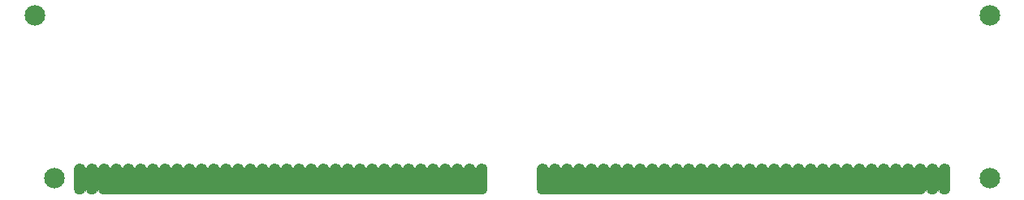
<source format=gbs>
G04 #@! TF.GenerationSoftware,KiCad,Pcbnew,(5.1.10-1-10_14)*
G04 #@! TF.CreationDate,2021-05-30T21:13:45-04:00*
G04 #@! TF.ProjectId,MacVRAMSIMM,4d616356-5241-44d5-9349-4d4d2e6b6963,rev?*
G04 #@! TF.SameCoordinates,Original*
G04 #@! TF.FileFunction,Soldermask,Bot*
G04 #@! TF.FilePolarity,Negative*
%FSLAX46Y46*%
G04 Gerber Fmt 4.6, Leading zero omitted, Abs format (unit mm)*
G04 Created by KiCad (PCBNEW (5.1.10-1-10_14)) date 2021-05-30 21:13:45*
%MOMM*%
%LPD*%
G01*
G04 APERTURE LIST*
%ADD10C,0.175000*%
%ADD11C,2.150000*%
%ADD12C,0.100000*%
G04 APERTURE END LIST*
D10*
G36*
X163195000Y-127635000D02*
G01*
X123825000Y-127635000D01*
X123317000Y-125031500D01*
X163703000Y-125031500D01*
X163195000Y-127635000D01*
G37*
X163195000Y-127635000D02*
X123825000Y-127635000D01*
X123317000Y-125031500D01*
X163703000Y-125031500D01*
X163195000Y-127635000D01*
G36*
X117475000Y-127635000D02*
G01*
X78105000Y-127635000D01*
X77597000Y-125031500D01*
X117983000Y-125031500D01*
X117475000Y-127635000D01*
G37*
X117475000Y-127635000D02*
X78105000Y-127635000D01*
X77597000Y-125031500D01*
X117983000Y-125031500D01*
X117475000Y-127635000D01*
G36*
X163195000Y-127635000D02*
G01*
X123825000Y-127635000D01*
X123317000Y-125031500D01*
X163703000Y-125031500D01*
X163195000Y-127635000D01*
G37*
X163195000Y-127635000D02*
X123825000Y-127635000D01*
X123317000Y-125031500D01*
X163703000Y-125031500D01*
X163195000Y-127635000D01*
G36*
X117475000Y-127635000D02*
G01*
X78105000Y-127635000D01*
X77597000Y-125031500D01*
X117983000Y-125031500D01*
X117475000Y-127635000D01*
G37*
X117475000Y-127635000D02*
X78105000Y-127635000D01*
X77597000Y-125031500D01*
X117983000Y-125031500D01*
X117475000Y-127635000D01*
G36*
G01*
X74969300Y-127233440D02*
X74969300Y-124988560D01*
G75*
G02*
X75445860Y-124512000I476560J0D01*
G01*
X75684140Y-124512000D01*
G75*
G02*
X76160700Y-124988560I0J-476560D01*
G01*
X76160700Y-127233440D01*
G75*
G02*
X75684140Y-127710000I-476560J0D01*
G01*
X75445860Y-127710000D01*
G75*
G02*
X74969300Y-127233440I0J476560D01*
G01*
G37*
G36*
G01*
X76239300Y-127233440D02*
X76239300Y-124988560D01*
G75*
G02*
X76715860Y-124512000I476560J0D01*
G01*
X76954140Y-124512000D01*
G75*
G02*
X77430700Y-124988560I0J-476560D01*
G01*
X77430700Y-127233440D01*
G75*
G02*
X76954140Y-127710000I-476560J0D01*
G01*
X76715860Y-127710000D01*
G75*
G02*
X76239300Y-127233440I0J476560D01*
G01*
G37*
G36*
G01*
X77509300Y-127233440D02*
X77509300Y-124988560D01*
G75*
G02*
X77985860Y-124512000I476560J0D01*
G01*
X78224140Y-124512000D01*
G75*
G02*
X78700700Y-124988560I0J-476560D01*
G01*
X78700700Y-127233440D01*
G75*
G02*
X78224140Y-127710000I-476560J0D01*
G01*
X77985860Y-127710000D01*
G75*
G02*
X77509300Y-127233440I0J476560D01*
G01*
G37*
G36*
G01*
X78779300Y-127233440D02*
X78779300Y-124988560D01*
G75*
G02*
X79255860Y-124512000I476560J0D01*
G01*
X79494140Y-124512000D01*
G75*
G02*
X79970700Y-124988560I0J-476560D01*
G01*
X79970700Y-127233440D01*
G75*
G02*
X79494140Y-127710000I-476560J0D01*
G01*
X79255860Y-127710000D01*
G75*
G02*
X78779300Y-127233440I0J476560D01*
G01*
G37*
G36*
G01*
X80049300Y-127233440D02*
X80049300Y-124988560D01*
G75*
G02*
X80525860Y-124512000I476560J0D01*
G01*
X80764140Y-124512000D01*
G75*
G02*
X81240700Y-124988560I0J-476560D01*
G01*
X81240700Y-127233440D01*
G75*
G02*
X80764140Y-127710000I-476560J0D01*
G01*
X80525860Y-127710000D01*
G75*
G02*
X80049300Y-127233440I0J476560D01*
G01*
G37*
G36*
G01*
X81319300Y-127233440D02*
X81319300Y-124988560D01*
G75*
G02*
X81795860Y-124512000I476560J0D01*
G01*
X82034140Y-124512000D01*
G75*
G02*
X82510700Y-124988560I0J-476560D01*
G01*
X82510700Y-127233440D01*
G75*
G02*
X82034140Y-127710000I-476560J0D01*
G01*
X81795860Y-127710000D01*
G75*
G02*
X81319300Y-127233440I0J476560D01*
G01*
G37*
G36*
G01*
X82589300Y-127233440D02*
X82589300Y-124988560D01*
G75*
G02*
X83065860Y-124512000I476560J0D01*
G01*
X83304140Y-124512000D01*
G75*
G02*
X83780700Y-124988560I0J-476560D01*
G01*
X83780700Y-127233440D01*
G75*
G02*
X83304140Y-127710000I-476560J0D01*
G01*
X83065860Y-127710000D01*
G75*
G02*
X82589300Y-127233440I0J476560D01*
G01*
G37*
G36*
G01*
X83859300Y-127233440D02*
X83859300Y-124988560D01*
G75*
G02*
X84335860Y-124512000I476560J0D01*
G01*
X84574140Y-124512000D01*
G75*
G02*
X85050700Y-124988560I0J-476560D01*
G01*
X85050700Y-127233440D01*
G75*
G02*
X84574140Y-127710000I-476560J0D01*
G01*
X84335860Y-127710000D01*
G75*
G02*
X83859300Y-127233440I0J476560D01*
G01*
G37*
G36*
G01*
X85129300Y-127233440D02*
X85129300Y-124988560D01*
G75*
G02*
X85605860Y-124512000I476560J0D01*
G01*
X85844140Y-124512000D01*
G75*
G02*
X86320700Y-124988560I0J-476560D01*
G01*
X86320700Y-127233440D01*
G75*
G02*
X85844140Y-127710000I-476560J0D01*
G01*
X85605860Y-127710000D01*
G75*
G02*
X85129300Y-127233440I0J476560D01*
G01*
G37*
G36*
G01*
X86399300Y-127233440D02*
X86399300Y-124988560D01*
G75*
G02*
X86875860Y-124512000I476560J0D01*
G01*
X87114140Y-124512000D01*
G75*
G02*
X87590700Y-124988560I0J-476560D01*
G01*
X87590700Y-127233440D01*
G75*
G02*
X87114140Y-127710000I-476560J0D01*
G01*
X86875860Y-127710000D01*
G75*
G02*
X86399300Y-127233440I0J476560D01*
G01*
G37*
G36*
G01*
X87669300Y-127233440D02*
X87669300Y-124988560D01*
G75*
G02*
X88145860Y-124512000I476560J0D01*
G01*
X88384140Y-124512000D01*
G75*
G02*
X88860700Y-124988560I0J-476560D01*
G01*
X88860700Y-127233440D01*
G75*
G02*
X88384140Y-127710000I-476560J0D01*
G01*
X88145860Y-127710000D01*
G75*
G02*
X87669300Y-127233440I0J476560D01*
G01*
G37*
G36*
G01*
X88939300Y-127233440D02*
X88939300Y-124988560D01*
G75*
G02*
X89415860Y-124512000I476560J0D01*
G01*
X89654140Y-124512000D01*
G75*
G02*
X90130700Y-124988560I0J-476560D01*
G01*
X90130700Y-127233440D01*
G75*
G02*
X89654140Y-127710000I-476560J0D01*
G01*
X89415860Y-127710000D01*
G75*
G02*
X88939300Y-127233440I0J476560D01*
G01*
G37*
G36*
G01*
X90209300Y-127233440D02*
X90209300Y-124988560D01*
G75*
G02*
X90685860Y-124512000I476560J0D01*
G01*
X90924140Y-124512000D01*
G75*
G02*
X91400700Y-124988560I0J-476560D01*
G01*
X91400700Y-127233440D01*
G75*
G02*
X90924140Y-127710000I-476560J0D01*
G01*
X90685860Y-127710000D01*
G75*
G02*
X90209300Y-127233440I0J476560D01*
G01*
G37*
G36*
G01*
X91479300Y-127233440D02*
X91479300Y-124988560D01*
G75*
G02*
X91955860Y-124512000I476560J0D01*
G01*
X92194140Y-124512000D01*
G75*
G02*
X92670700Y-124988560I0J-476560D01*
G01*
X92670700Y-127233440D01*
G75*
G02*
X92194140Y-127710000I-476560J0D01*
G01*
X91955860Y-127710000D01*
G75*
G02*
X91479300Y-127233440I0J476560D01*
G01*
G37*
G36*
G01*
X92749300Y-127233440D02*
X92749300Y-124988560D01*
G75*
G02*
X93225860Y-124512000I476560J0D01*
G01*
X93464140Y-124512000D01*
G75*
G02*
X93940700Y-124988560I0J-476560D01*
G01*
X93940700Y-127233440D01*
G75*
G02*
X93464140Y-127710000I-476560J0D01*
G01*
X93225860Y-127710000D01*
G75*
G02*
X92749300Y-127233440I0J476560D01*
G01*
G37*
G36*
G01*
X94019300Y-127233440D02*
X94019300Y-124988560D01*
G75*
G02*
X94495860Y-124512000I476560J0D01*
G01*
X94734140Y-124512000D01*
G75*
G02*
X95210700Y-124988560I0J-476560D01*
G01*
X95210700Y-127233440D01*
G75*
G02*
X94734140Y-127710000I-476560J0D01*
G01*
X94495860Y-127710000D01*
G75*
G02*
X94019300Y-127233440I0J476560D01*
G01*
G37*
G36*
G01*
X95289300Y-127233440D02*
X95289300Y-124988560D01*
G75*
G02*
X95765860Y-124512000I476560J0D01*
G01*
X96004140Y-124512000D01*
G75*
G02*
X96480700Y-124988560I0J-476560D01*
G01*
X96480700Y-127233440D01*
G75*
G02*
X96004140Y-127710000I-476560J0D01*
G01*
X95765860Y-127710000D01*
G75*
G02*
X95289300Y-127233440I0J476560D01*
G01*
G37*
G36*
G01*
X96559300Y-127233440D02*
X96559300Y-124988560D01*
G75*
G02*
X97035860Y-124512000I476560J0D01*
G01*
X97274140Y-124512000D01*
G75*
G02*
X97750700Y-124988560I0J-476560D01*
G01*
X97750700Y-127233440D01*
G75*
G02*
X97274140Y-127710000I-476560J0D01*
G01*
X97035860Y-127710000D01*
G75*
G02*
X96559300Y-127233440I0J476560D01*
G01*
G37*
G36*
G01*
X97829300Y-127233440D02*
X97829300Y-124988560D01*
G75*
G02*
X98305860Y-124512000I476560J0D01*
G01*
X98544140Y-124512000D01*
G75*
G02*
X99020700Y-124988560I0J-476560D01*
G01*
X99020700Y-127233440D01*
G75*
G02*
X98544140Y-127710000I-476560J0D01*
G01*
X98305860Y-127710000D01*
G75*
G02*
X97829300Y-127233440I0J476560D01*
G01*
G37*
G36*
G01*
X99099300Y-127233440D02*
X99099300Y-124988560D01*
G75*
G02*
X99575860Y-124512000I476560J0D01*
G01*
X99814140Y-124512000D01*
G75*
G02*
X100290700Y-124988560I0J-476560D01*
G01*
X100290700Y-127233440D01*
G75*
G02*
X99814140Y-127710000I-476560J0D01*
G01*
X99575860Y-127710000D01*
G75*
G02*
X99099300Y-127233440I0J476560D01*
G01*
G37*
G36*
G01*
X100369300Y-127233440D02*
X100369300Y-124988560D01*
G75*
G02*
X100845860Y-124512000I476560J0D01*
G01*
X101084140Y-124512000D01*
G75*
G02*
X101560700Y-124988560I0J-476560D01*
G01*
X101560700Y-127233440D01*
G75*
G02*
X101084140Y-127710000I-476560J0D01*
G01*
X100845860Y-127710000D01*
G75*
G02*
X100369300Y-127233440I0J476560D01*
G01*
G37*
G36*
G01*
X101639300Y-127233440D02*
X101639300Y-124988560D01*
G75*
G02*
X102115860Y-124512000I476560J0D01*
G01*
X102354140Y-124512000D01*
G75*
G02*
X102830700Y-124988560I0J-476560D01*
G01*
X102830700Y-127233440D01*
G75*
G02*
X102354140Y-127710000I-476560J0D01*
G01*
X102115860Y-127710000D01*
G75*
G02*
X101639300Y-127233440I0J476560D01*
G01*
G37*
G36*
G01*
X102909300Y-127233440D02*
X102909300Y-124988560D01*
G75*
G02*
X103385860Y-124512000I476560J0D01*
G01*
X103624140Y-124512000D01*
G75*
G02*
X104100700Y-124988560I0J-476560D01*
G01*
X104100700Y-127233440D01*
G75*
G02*
X103624140Y-127710000I-476560J0D01*
G01*
X103385860Y-127710000D01*
G75*
G02*
X102909300Y-127233440I0J476560D01*
G01*
G37*
G36*
G01*
X104179300Y-127233440D02*
X104179300Y-124988560D01*
G75*
G02*
X104655860Y-124512000I476560J0D01*
G01*
X104894140Y-124512000D01*
G75*
G02*
X105370700Y-124988560I0J-476560D01*
G01*
X105370700Y-127233440D01*
G75*
G02*
X104894140Y-127710000I-476560J0D01*
G01*
X104655860Y-127710000D01*
G75*
G02*
X104179300Y-127233440I0J476560D01*
G01*
G37*
G36*
G01*
X105449300Y-127233440D02*
X105449300Y-124988560D01*
G75*
G02*
X105925860Y-124512000I476560J0D01*
G01*
X106164140Y-124512000D01*
G75*
G02*
X106640700Y-124988560I0J-476560D01*
G01*
X106640700Y-127233440D01*
G75*
G02*
X106164140Y-127710000I-476560J0D01*
G01*
X105925860Y-127710000D01*
G75*
G02*
X105449300Y-127233440I0J476560D01*
G01*
G37*
G36*
G01*
X106719300Y-127233440D02*
X106719300Y-124988560D01*
G75*
G02*
X107195860Y-124512000I476560J0D01*
G01*
X107434140Y-124512000D01*
G75*
G02*
X107910700Y-124988560I0J-476560D01*
G01*
X107910700Y-127233440D01*
G75*
G02*
X107434140Y-127710000I-476560J0D01*
G01*
X107195860Y-127710000D01*
G75*
G02*
X106719300Y-127233440I0J476560D01*
G01*
G37*
G36*
G01*
X107989300Y-127233440D02*
X107989300Y-124988560D01*
G75*
G02*
X108465860Y-124512000I476560J0D01*
G01*
X108704140Y-124512000D01*
G75*
G02*
X109180700Y-124988560I0J-476560D01*
G01*
X109180700Y-127233440D01*
G75*
G02*
X108704140Y-127710000I-476560J0D01*
G01*
X108465860Y-127710000D01*
G75*
G02*
X107989300Y-127233440I0J476560D01*
G01*
G37*
G36*
G01*
X109259300Y-127233440D02*
X109259300Y-124988560D01*
G75*
G02*
X109735860Y-124512000I476560J0D01*
G01*
X109974140Y-124512000D01*
G75*
G02*
X110450700Y-124988560I0J-476560D01*
G01*
X110450700Y-127233440D01*
G75*
G02*
X109974140Y-127710000I-476560J0D01*
G01*
X109735860Y-127710000D01*
G75*
G02*
X109259300Y-127233440I0J476560D01*
G01*
G37*
G36*
G01*
X110529300Y-127233440D02*
X110529300Y-124988560D01*
G75*
G02*
X111005860Y-124512000I476560J0D01*
G01*
X111244140Y-124512000D01*
G75*
G02*
X111720700Y-124988560I0J-476560D01*
G01*
X111720700Y-127233440D01*
G75*
G02*
X111244140Y-127710000I-476560J0D01*
G01*
X111005860Y-127710000D01*
G75*
G02*
X110529300Y-127233440I0J476560D01*
G01*
G37*
G36*
G01*
X111799300Y-127233440D02*
X111799300Y-124988560D01*
G75*
G02*
X112275860Y-124512000I476560J0D01*
G01*
X112514140Y-124512000D01*
G75*
G02*
X112990700Y-124988560I0J-476560D01*
G01*
X112990700Y-127233440D01*
G75*
G02*
X112514140Y-127710000I-476560J0D01*
G01*
X112275860Y-127710000D01*
G75*
G02*
X111799300Y-127233440I0J476560D01*
G01*
G37*
G36*
G01*
X113069300Y-127233440D02*
X113069300Y-124988560D01*
G75*
G02*
X113545860Y-124512000I476560J0D01*
G01*
X113784140Y-124512000D01*
G75*
G02*
X114260700Y-124988560I0J-476560D01*
G01*
X114260700Y-127233440D01*
G75*
G02*
X113784140Y-127710000I-476560J0D01*
G01*
X113545860Y-127710000D01*
G75*
G02*
X113069300Y-127233440I0J476560D01*
G01*
G37*
G36*
G01*
X114339300Y-127233440D02*
X114339300Y-124988560D01*
G75*
G02*
X114815860Y-124512000I476560J0D01*
G01*
X115054140Y-124512000D01*
G75*
G02*
X115530700Y-124988560I0J-476560D01*
G01*
X115530700Y-127233440D01*
G75*
G02*
X115054140Y-127710000I-476560J0D01*
G01*
X114815860Y-127710000D01*
G75*
G02*
X114339300Y-127233440I0J476560D01*
G01*
G37*
G36*
G01*
X115609300Y-127233440D02*
X115609300Y-124988560D01*
G75*
G02*
X116085860Y-124512000I476560J0D01*
G01*
X116324140Y-124512000D01*
G75*
G02*
X116800700Y-124988560I0J-476560D01*
G01*
X116800700Y-127233440D01*
G75*
G02*
X116324140Y-127710000I-476560J0D01*
G01*
X116085860Y-127710000D01*
G75*
G02*
X115609300Y-127233440I0J476560D01*
G01*
G37*
G36*
G01*
X116879300Y-127233440D02*
X116879300Y-124988560D01*
G75*
G02*
X117355860Y-124512000I476560J0D01*
G01*
X117594140Y-124512000D01*
G75*
G02*
X118070700Y-124988560I0J-476560D01*
G01*
X118070700Y-127233440D01*
G75*
G02*
X117594140Y-127710000I-476560J0D01*
G01*
X117355860Y-127710000D01*
G75*
G02*
X116879300Y-127233440I0J476560D01*
G01*
G37*
G36*
G01*
X123229300Y-127233440D02*
X123229300Y-124988560D01*
G75*
G02*
X123705860Y-124512000I476560J0D01*
G01*
X123944140Y-124512000D01*
G75*
G02*
X124420700Y-124988560I0J-476560D01*
G01*
X124420700Y-127233440D01*
G75*
G02*
X123944140Y-127710000I-476560J0D01*
G01*
X123705860Y-127710000D01*
G75*
G02*
X123229300Y-127233440I0J476560D01*
G01*
G37*
G36*
G01*
X124499300Y-127233440D02*
X124499300Y-124988560D01*
G75*
G02*
X124975860Y-124512000I476560J0D01*
G01*
X125214140Y-124512000D01*
G75*
G02*
X125690700Y-124988560I0J-476560D01*
G01*
X125690700Y-127233440D01*
G75*
G02*
X125214140Y-127710000I-476560J0D01*
G01*
X124975860Y-127710000D01*
G75*
G02*
X124499300Y-127233440I0J476560D01*
G01*
G37*
G36*
G01*
X125769300Y-127233440D02*
X125769300Y-124988560D01*
G75*
G02*
X126245860Y-124512000I476560J0D01*
G01*
X126484140Y-124512000D01*
G75*
G02*
X126960700Y-124988560I0J-476560D01*
G01*
X126960700Y-127233440D01*
G75*
G02*
X126484140Y-127710000I-476560J0D01*
G01*
X126245860Y-127710000D01*
G75*
G02*
X125769300Y-127233440I0J476560D01*
G01*
G37*
G36*
G01*
X127039300Y-127233440D02*
X127039300Y-124988560D01*
G75*
G02*
X127515860Y-124512000I476560J0D01*
G01*
X127754140Y-124512000D01*
G75*
G02*
X128230700Y-124988560I0J-476560D01*
G01*
X128230700Y-127233440D01*
G75*
G02*
X127754140Y-127710000I-476560J0D01*
G01*
X127515860Y-127710000D01*
G75*
G02*
X127039300Y-127233440I0J476560D01*
G01*
G37*
G36*
G01*
X128309300Y-127233440D02*
X128309300Y-124988560D01*
G75*
G02*
X128785860Y-124512000I476560J0D01*
G01*
X129024140Y-124512000D01*
G75*
G02*
X129500700Y-124988560I0J-476560D01*
G01*
X129500700Y-127233440D01*
G75*
G02*
X129024140Y-127710000I-476560J0D01*
G01*
X128785860Y-127710000D01*
G75*
G02*
X128309300Y-127233440I0J476560D01*
G01*
G37*
G36*
G01*
X129579300Y-127233440D02*
X129579300Y-124988560D01*
G75*
G02*
X130055860Y-124512000I476560J0D01*
G01*
X130294140Y-124512000D01*
G75*
G02*
X130770700Y-124988560I0J-476560D01*
G01*
X130770700Y-127233440D01*
G75*
G02*
X130294140Y-127710000I-476560J0D01*
G01*
X130055860Y-127710000D01*
G75*
G02*
X129579300Y-127233440I0J476560D01*
G01*
G37*
G36*
G01*
X130849300Y-127233440D02*
X130849300Y-124988560D01*
G75*
G02*
X131325860Y-124512000I476560J0D01*
G01*
X131564140Y-124512000D01*
G75*
G02*
X132040700Y-124988560I0J-476560D01*
G01*
X132040700Y-127233440D01*
G75*
G02*
X131564140Y-127710000I-476560J0D01*
G01*
X131325860Y-127710000D01*
G75*
G02*
X130849300Y-127233440I0J476560D01*
G01*
G37*
G36*
G01*
X132119300Y-127233440D02*
X132119300Y-124988560D01*
G75*
G02*
X132595860Y-124512000I476560J0D01*
G01*
X132834140Y-124512000D01*
G75*
G02*
X133310700Y-124988560I0J-476560D01*
G01*
X133310700Y-127233440D01*
G75*
G02*
X132834140Y-127710000I-476560J0D01*
G01*
X132595860Y-127710000D01*
G75*
G02*
X132119300Y-127233440I0J476560D01*
G01*
G37*
G36*
G01*
X133389300Y-127233440D02*
X133389300Y-124988560D01*
G75*
G02*
X133865860Y-124512000I476560J0D01*
G01*
X134104140Y-124512000D01*
G75*
G02*
X134580700Y-124988560I0J-476560D01*
G01*
X134580700Y-127233440D01*
G75*
G02*
X134104140Y-127710000I-476560J0D01*
G01*
X133865860Y-127710000D01*
G75*
G02*
X133389300Y-127233440I0J476560D01*
G01*
G37*
G36*
G01*
X134659300Y-127233440D02*
X134659300Y-124988560D01*
G75*
G02*
X135135860Y-124512000I476560J0D01*
G01*
X135374140Y-124512000D01*
G75*
G02*
X135850700Y-124988560I0J-476560D01*
G01*
X135850700Y-127233440D01*
G75*
G02*
X135374140Y-127710000I-476560J0D01*
G01*
X135135860Y-127710000D01*
G75*
G02*
X134659300Y-127233440I0J476560D01*
G01*
G37*
G36*
G01*
X135929300Y-127233440D02*
X135929300Y-124988560D01*
G75*
G02*
X136405860Y-124512000I476560J0D01*
G01*
X136644140Y-124512000D01*
G75*
G02*
X137120700Y-124988560I0J-476560D01*
G01*
X137120700Y-127233440D01*
G75*
G02*
X136644140Y-127710000I-476560J0D01*
G01*
X136405860Y-127710000D01*
G75*
G02*
X135929300Y-127233440I0J476560D01*
G01*
G37*
G36*
G01*
X137199300Y-127233440D02*
X137199300Y-124988560D01*
G75*
G02*
X137675860Y-124512000I476560J0D01*
G01*
X137914140Y-124512000D01*
G75*
G02*
X138390700Y-124988560I0J-476560D01*
G01*
X138390700Y-127233440D01*
G75*
G02*
X137914140Y-127710000I-476560J0D01*
G01*
X137675860Y-127710000D01*
G75*
G02*
X137199300Y-127233440I0J476560D01*
G01*
G37*
G36*
G01*
X138469300Y-127233440D02*
X138469300Y-124988560D01*
G75*
G02*
X138945860Y-124512000I476560J0D01*
G01*
X139184140Y-124512000D01*
G75*
G02*
X139660700Y-124988560I0J-476560D01*
G01*
X139660700Y-127233440D01*
G75*
G02*
X139184140Y-127710000I-476560J0D01*
G01*
X138945860Y-127710000D01*
G75*
G02*
X138469300Y-127233440I0J476560D01*
G01*
G37*
G36*
G01*
X139739300Y-127233440D02*
X139739300Y-124988560D01*
G75*
G02*
X140215860Y-124512000I476560J0D01*
G01*
X140454140Y-124512000D01*
G75*
G02*
X140930700Y-124988560I0J-476560D01*
G01*
X140930700Y-127233440D01*
G75*
G02*
X140454140Y-127710000I-476560J0D01*
G01*
X140215860Y-127710000D01*
G75*
G02*
X139739300Y-127233440I0J476560D01*
G01*
G37*
G36*
G01*
X141009300Y-127233440D02*
X141009300Y-124988560D01*
G75*
G02*
X141485860Y-124512000I476560J0D01*
G01*
X141724140Y-124512000D01*
G75*
G02*
X142200700Y-124988560I0J-476560D01*
G01*
X142200700Y-127233440D01*
G75*
G02*
X141724140Y-127710000I-476560J0D01*
G01*
X141485860Y-127710000D01*
G75*
G02*
X141009300Y-127233440I0J476560D01*
G01*
G37*
G36*
G01*
X142279300Y-127233440D02*
X142279300Y-124988560D01*
G75*
G02*
X142755860Y-124512000I476560J0D01*
G01*
X142994140Y-124512000D01*
G75*
G02*
X143470700Y-124988560I0J-476560D01*
G01*
X143470700Y-127233440D01*
G75*
G02*
X142994140Y-127710000I-476560J0D01*
G01*
X142755860Y-127710000D01*
G75*
G02*
X142279300Y-127233440I0J476560D01*
G01*
G37*
G36*
G01*
X143549300Y-127233440D02*
X143549300Y-124988560D01*
G75*
G02*
X144025860Y-124512000I476560J0D01*
G01*
X144264140Y-124512000D01*
G75*
G02*
X144740700Y-124988560I0J-476560D01*
G01*
X144740700Y-127233440D01*
G75*
G02*
X144264140Y-127710000I-476560J0D01*
G01*
X144025860Y-127710000D01*
G75*
G02*
X143549300Y-127233440I0J476560D01*
G01*
G37*
G36*
G01*
X144819300Y-127233440D02*
X144819300Y-124988560D01*
G75*
G02*
X145295860Y-124512000I476560J0D01*
G01*
X145534140Y-124512000D01*
G75*
G02*
X146010700Y-124988560I0J-476560D01*
G01*
X146010700Y-127233440D01*
G75*
G02*
X145534140Y-127710000I-476560J0D01*
G01*
X145295860Y-127710000D01*
G75*
G02*
X144819300Y-127233440I0J476560D01*
G01*
G37*
G36*
G01*
X146089300Y-127233440D02*
X146089300Y-124988560D01*
G75*
G02*
X146565860Y-124512000I476560J0D01*
G01*
X146804140Y-124512000D01*
G75*
G02*
X147280700Y-124988560I0J-476560D01*
G01*
X147280700Y-127233440D01*
G75*
G02*
X146804140Y-127710000I-476560J0D01*
G01*
X146565860Y-127710000D01*
G75*
G02*
X146089300Y-127233440I0J476560D01*
G01*
G37*
G36*
G01*
X147359300Y-127233440D02*
X147359300Y-124988560D01*
G75*
G02*
X147835860Y-124512000I476560J0D01*
G01*
X148074140Y-124512000D01*
G75*
G02*
X148550700Y-124988560I0J-476560D01*
G01*
X148550700Y-127233440D01*
G75*
G02*
X148074140Y-127710000I-476560J0D01*
G01*
X147835860Y-127710000D01*
G75*
G02*
X147359300Y-127233440I0J476560D01*
G01*
G37*
G36*
G01*
X148629300Y-127233440D02*
X148629300Y-124988560D01*
G75*
G02*
X149105860Y-124512000I476560J0D01*
G01*
X149344140Y-124512000D01*
G75*
G02*
X149820700Y-124988560I0J-476560D01*
G01*
X149820700Y-127233440D01*
G75*
G02*
X149344140Y-127710000I-476560J0D01*
G01*
X149105860Y-127710000D01*
G75*
G02*
X148629300Y-127233440I0J476560D01*
G01*
G37*
G36*
G01*
X149899300Y-127233440D02*
X149899300Y-124988560D01*
G75*
G02*
X150375860Y-124512000I476560J0D01*
G01*
X150614140Y-124512000D01*
G75*
G02*
X151090700Y-124988560I0J-476560D01*
G01*
X151090700Y-127233440D01*
G75*
G02*
X150614140Y-127710000I-476560J0D01*
G01*
X150375860Y-127710000D01*
G75*
G02*
X149899300Y-127233440I0J476560D01*
G01*
G37*
G36*
G01*
X151169300Y-127233440D02*
X151169300Y-124988560D01*
G75*
G02*
X151645860Y-124512000I476560J0D01*
G01*
X151884140Y-124512000D01*
G75*
G02*
X152360700Y-124988560I0J-476560D01*
G01*
X152360700Y-127233440D01*
G75*
G02*
X151884140Y-127710000I-476560J0D01*
G01*
X151645860Y-127710000D01*
G75*
G02*
X151169300Y-127233440I0J476560D01*
G01*
G37*
G36*
G01*
X152439300Y-127233440D02*
X152439300Y-124988560D01*
G75*
G02*
X152915860Y-124512000I476560J0D01*
G01*
X153154140Y-124512000D01*
G75*
G02*
X153630700Y-124988560I0J-476560D01*
G01*
X153630700Y-127233440D01*
G75*
G02*
X153154140Y-127710000I-476560J0D01*
G01*
X152915860Y-127710000D01*
G75*
G02*
X152439300Y-127233440I0J476560D01*
G01*
G37*
G36*
G01*
X153709300Y-127233440D02*
X153709300Y-124988560D01*
G75*
G02*
X154185860Y-124512000I476560J0D01*
G01*
X154424140Y-124512000D01*
G75*
G02*
X154900700Y-124988560I0J-476560D01*
G01*
X154900700Y-127233440D01*
G75*
G02*
X154424140Y-127710000I-476560J0D01*
G01*
X154185860Y-127710000D01*
G75*
G02*
X153709300Y-127233440I0J476560D01*
G01*
G37*
G36*
G01*
X154979300Y-127233440D02*
X154979300Y-124988560D01*
G75*
G02*
X155455860Y-124512000I476560J0D01*
G01*
X155694140Y-124512000D01*
G75*
G02*
X156170700Y-124988560I0J-476560D01*
G01*
X156170700Y-127233440D01*
G75*
G02*
X155694140Y-127710000I-476560J0D01*
G01*
X155455860Y-127710000D01*
G75*
G02*
X154979300Y-127233440I0J476560D01*
G01*
G37*
G36*
G01*
X156249300Y-127233440D02*
X156249300Y-124988560D01*
G75*
G02*
X156725860Y-124512000I476560J0D01*
G01*
X156964140Y-124512000D01*
G75*
G02*
X157440700Y-124988560I0J-476560D01*
G01*
X157440700Y-127233440D01*
G75*
G02*
X156964140Y-127710000I-476560J0D01*
G01*
X156725860Y-127710000D01*
G75*
G02*
X156249300Y-127233440I0J476560D01*
G01*
G37*
G36*
G01*
X157519300Y-127233440D02*
X157519300Y-124988560D01*
G75*
G02*
X157995860Y-124512000I476560J0D01*
G01*
X158234140Y-124512000D01*
G75*
G02*
X158710700Y-124988560I0J-476560D01*
G01*
X158710700Y-127233440D01*
G75*
G02*
X158234140Y-127710000I-476560J0D01*
G01*
X157995860Y-127710000D01*
G75*
G02*
X157519300Y-127233440I0J476560D01*
G01*
G37*
G36*
G01*
X158789300Y-127233440D02*
X158789300Y-124988560D01*
G75*
G02*
X159265860Y-124512000I476560J0D01*
G01*
X159504140Y-124512000D01*
G75*
G02*
X159980700Y-124988560I0J-476560D01*
G01*
X159980700Y-127233440D01*
G75*
G02*
X159504140Y-127710000I-476560J0D01*
G01*
X159265860Y-127710000D01*
G75*
G02*
X158789300Y-127233440I0J476560D01*
G01*
G37*
G36*
G01*
X160059300Y-127233440D02*
X160059300Y-124988560D01*
G75*
G02*
X160535860Y-124512000I476560J0D01*
G01*
X160774140Y-124512000D01*
G75*
G02*
X161250700Y-124988560I0J-476560D01*
G01*
X161250700Y-127233440D01*
G75*
G02*
X160774140Y-127710000I-476560J0D01*
G01*
X160535860Y-127710000D01*
G75*
G02*
X160059300Y-127233440I0J476560D01*
G01*
G37*
G36*
G01*
X161329300Y-127233440D02*
X161329300Y-124988560D01*
G75*
G02*
X161805860Y-124512000I476560J0D01*
G01*
X162044140Y-124512000D01*
G75*
G02*
X162520700Y-124988560I0J-476560D01*
G01*
X162520700Y-127233440D01*
G75*
G02*
X162044140Y-127710000I-476560J0D01*
G01*
X161805860Y-127710000D01*
G75*
G02*
X161329300Y-127233440I0J476560D01*
G01*
G37*
G36*
G01*
X162599300Y-127233440D02*
X162599300Y-124988560D01*
G75*
G02*
X163075860Y-124512000I476560J0D01*
G01*
X163314140Y-124512000D01*
G75*
G02*
X163790700Y-124988560I0J-476560D01*
G01*
X163790700Y-127233440D01*
G75*
G02*
X163314140Y-127710000I-476560J0D01*
G01*
X163075860Y-127710000D01*
G75*
G02*
X162599300Y-127233440I0J476560D01*
G01*
G37*
G36*
G01*
X163869300Y-127233440D02*
X163869300Y-124988560D01*
G75*
G02*
X164345860Y-124512000I476560J0D01*
G01*
X164584140Y-124512000D01*
G75*
G02*
X165060700Y-124988560I0J-476560D01*
G01*
X165060700Y-127233440D01*
G75*
G02*
X164584140Y-127710000I-476560J0D01*
G01*
X164345860Y-127710000D01*
G75*
G02*
X163869300Y-127233440I0J476560D01*
G01*
G37*
G36*
G01*
X165139300Y-127233440D02*
X165139300Y-124988560D01*
G75*
G02*
X165615860Y-124512000I476560J0D01*
G01*
X165854140Y-124512000D01*
G75*
G02*
X166330700Y-124988560I0J-476560D01*
G01*
X166330700Y-127233440D01*
G75*
G02*
X165854140Y-127710000I-476560J0D01*
G01*
X165615860Y-127710000D01*
G75*
G02*
X165139300Y-127233440I0J476560D01*
G01*
G37*
D11*
X72898000Y-125984000D03*
X170434000Y-125984000D03*
X70866000Y-108966000D03*
X170434000Y-108966000D03*
D12*
G36*
X87121882Y-124510010D02*
G01*
X87215310Y-124519212D01*
X87215695Y-124519288D01*
X87303175Y-124545825D01*
X87303537Y-124545975D01*
X87384153Y-124589065D01*
X87384479Y-124589283D01*
X87455145Y-124647278D01*
X87455422Y-124647555D01*
X87513417Y-124718221D01*
X87513635Y-124718547D01*
X87556725Y-124799163D01*
X87556875Y-124799525D01*
X87584040Y-124889077D01*
X87587678Y-124897858D01*
X87592904Y-124905681D01*
X87599555Y-124912332D01*
X87607378Y-124917558D01*
X87616068Y-124921158D01*
X87625298Y-124922994D01*
X87634702Y-124922994D01*
X87643932Y-124921158D01*
X87652622Y-124917558D01*
X87660445Y-124912332D01*
X87667096Y-124905681D01*
X87672322Y-124897858D01*
X87675960Y-124889077D01*
X87703125Y-124799525D01*
X87703275Y-124799163D01*
X87746365Y-124718547D01*
X87746583Y-124718221D01*
X87804578Y-124647555D01*
X87804855Y-124647278D01*
X87875521Y-124589283D01*
X87875847Y-124589065D01*
X87956463Y-124545975D01*
X87956825Y-124545825D01*
X88044305Y-124519288D01*
X88044690Y-124519212D01*
X88138118Y-124510010D01*
X88138314Y-124510000D01*
X88145860Y-124510000D01*
X88147592Y-124511000D01*
X88147592Y-124513000D01*
X88146056Y-124513990D01*
X88053283Y-124523127D01*
X87964257Y-124550133D01*
X87882213Y-124593986D01*
X87810302Y-124653002D01*
X87751286Y-124724913D01*
X87707433Y-124806957D01*
X87680427Y-124895983D01*
X87671300Y-124988654D01*
X87671300Y-127233346D01*
X87680427Y-127326017D01*
X87707433Y-127415043D01*
X87751286Y-127497087D01*
X87810302Y-127568998D01*
X87882213Y-127628014D01*
X87964257Y-127671867D01*
X88053283Y-127698873D01*
X88146056Y-127708010D01*
X88147682Y-127709175D01*
X88147486Y-127711165D01*
X88145860Y-127712000D01*
X88138314Y-127712000D01*
X88138118Y-127711990D01*
X88044690Y-127702788D01*
X88044305Y-127702712D01*
X87956825Y-127676175D01*
X87956463Y-127676025D01*
X87875847Y-127632935D01*
X87875521Y-127632717D01*
X87804855Y-127574722D01*
X87804578Y-127574445D01*
X87746583Y-127503779D01*
X87746365Y-127503453D01*
X87703275Y-127422837D01*
X87703125Y-127422475D01*
X87675960Y-127332923D01*
X87672322Y-127324142D01*
X87667096Y-127316319D01*
X87660445Y-127309668D01*
X87652622Y-127304442D01*
X87643932Y-127300842D01*
X87634702Y-127299006D01*
X87625298Y-127299006D01*
X87616068Y-127300842D01*
X87607378Y-127304442D01*
X87599555Y-127309668D01*
X87592904Y-127316319D01*
X87587678Y-127324142D01*
X87584040Y-127332923D01*
X87556875Y-127422475D01*
X87556725Y-127422837D01*
X87513635Y-127503453D01*
X87513417Y-127503779D01*
X87455422Y-127574445D01*
X87455145Y-127574722D01*
X87384479Y-127632717D01*
X87384153Y-127632935D01*
X87303537Y-127676025D01*
X87303175Y-127676175D01*
X87215695Y-127702712D01*
X87215310Y-127702788D01*
X87121882Y-127711990D01*
X87121686Y-127712000D01*
X87114140Y-127712000D01*
X87112408Y-127711000D01*
X87112408Y-127709000D01*
X87113944Y-127708010D01*
X87206717Y-127698873D01*
X87295743Y-127671867D01*
X87377787Y-127628014D01*
X87449698Y-127568998D01*
X87508714Y-127497087D01*
X87552567Y-127415043D01*
X87579573Y-127326017D01*
X87588700Y-127233346D01*
X87588700Y-124988654D01*
X87579573Y-124895983D01*
X87552567Y-124806957D01*
X87508714Y-124724913D01*
X87449698Y-124653002D01*
X87377787Y-124593986D01*
X87295743Y-124550133D01*
X87206717Y-124523127D01*
X87113944Y-124513990D01*
X87112318Y-124512825D01*
X87112514Y-124510835D01*
X87114140Y-124510000D01*
X87121686Y-124510000D01*
X87121882Y-124510010D01*
G37*
G36*
X101091882Y-124510010D02*
G01*
X101185310Y-124519212D01*
X101185695Y-124519288D01*
X101273175Y-124545825D01*
X101273537Y-124545975D01*
X101354153Y-124589065D01*
X101354479Y-124589283D01*
X101425145Y-124647278D01*
X101425422Y-124647555D01*
X101483417Y-124718221D01*
X101483635Y-124718547D01*
X101526725Y-124799163D01*
X101526875Y-124799525D01*
X101554040Y-124889077D01*
X101557678Y-124897858D01*
X101562904Y-124905681D01*
X101569555Y-124912332D01*
X101577378Y-124917558D01*
X101586068Y-124921158D01*
X101595298Y-124922994D01*
X101604702Y-124922994D01*
X101613932Y-124921158D01*
X101622622Y-124917558D01*
X101630445Y-124912332D01*
X101637096Y-124905681D01*
X101642322Y-124897858D01*
X101645960Y-124889077D01*
X101673125Y-124799525D01*
X101673275Y-124799163D01*
X101716365Y-124718547D01*
X101716583Y-124718221D01*
X101774578Y-124647555D01*
X101774855Y-124647278D01*
X101845521Y-124589283D01*
X101845847Y-124589065D01*
X101926463Y-124545975D01*
X101926825Y-124545825D01*
X102014305Y-124519288D01*
X102014690Y-124519212D01*
X102108118Y-124510010D01*
X102108314Y-124510000D01*
X102115860Y-124510000D01*
X102117592Y-124511000D01*
X102117592Y-124513000D01*
X102116056Y-124513990D01*
X102023283Y-124523127D01*
X101934257Y-124550133D01*
X101852213Y-124593986D01*
X101780302Y-124653002D01*
X101721286Y-124724913D01*
X101677433Y-124806957D01*
X101650427Y-124895983D01*
X101641300Y-124988654D01*
X101641300Y-127233346D01*
X101650427Y-127326017D01*
X101677433Y-127415043D01*
X101721286Y-127497087D01*
X101780302Y-127568998D01*
X101852213Y-127628014D01*
X101934257Y-127671867D01*
X102023283Y-127698873D01*
X102116056Y-127708010D01*
X102117682Y-127709175D01*
X102117486Y-127711165D01*
X102115860Y-127712000D01*
X102108314Y-127712000D01*
X102108118Y-127711990D01*
X102014690Y-127702788D01*
X102014305Y-127702712D01*
X101926825Y-127676175D01*
X101926463Y-127676025D01*
X101845847Y-127632935D01*
X101845521Y-127632717D01*
X101774855Y-127574722D01*
X101774578Y-127574445D01*
X101716583Y-127503779D01*
X101716365Y-127503453D01*
X101673275Y-127422837D01*
X101673125Y-127422475D01*
X101645960Y-127332923D01*
X101642322Y-127324142D01*
X101637096Y-127316319D01*
X101630445Y-127309668D01*
X101622622Y-127304442D01*
X101613932Y-127300842D01*
X101604702Y-127299006D01*
X101595298Y-127299006D01*
X101586068Y-127300842D01*
X101577378Y-127304442D01*
X101569555Y-127309668D01*
X101562904Y-127316319D01*
X101557678Y-127324142D01*
X101554040Y-127332923D01*
X101526875Y-127422475D01*
X101526725Y-127422837D01*
X101483635Y-127503453D01*
X101483417Y-127503779D01*
X101425422Y-127574445D01*
X101425145Y-127574722D01*
X101354479Y-127632717D01*
X101354153Y-127632935D01*
X101273537Y-127676025D01*
X101273175Y-127676175D01*
X101185695Y-127702712D01*
X101185310Y-127702788D01*
X101091882Y-127711990D01*
X101091686Y-127712000D01*
X101084140Y-127712000D01*
X101082408Y-127711000D01*
X101082408Y-127709000D01*
X101083944Y-127708010D01*
X101176717Y-127698873D01*
X101265743Y-127671867D01*
X101347787Y-127628014D01*
X101419698Y-127568998D01*
X101478714Y-127497087D01*
X101522567Y-127415043D01*
X101549573Y-127326017D01*
X101558700Y-127233346D01*
X101558700Y-124988654D01*
X101549573Y-124895983D01*
X101522567Y-124806957D01*
X101478714Y-124724913D01*
X101419698Y-124653002D01*
X101347787Y-124593986D01*
X101265743Y-124550133D01*
X101176717Y-124523127D01*
X101083944Y-124513990D01*
X101082318Y-124512825D01*
X101082514Y-124510835D01*
X101084140Y-124510000D01*
X101091686Y-124510000D01*
X101091882Y-124510010D01*
G37*
G36*
X130301882Y-124510010D02*
G01*
X130395310Y-124519212D01*
X130395695Y-124519288D01*
X130483175Y-124545825D01*
X130483537Y-124545975D01*
X130564153Y-124589065D01*
X130564479Y-124589283D01*
X130635145Y-124647278D01*
X130635422Y-124647555D01*
X130693417Y-124718221D01*
X130693635Y-124718547D01*
X130736725Y-124799163D01*
X130736875Y-124799525D01*
X130764040Y-124889077D01*
X130767678Y-124897858D01*
X130772904Y-124905681D01*
X130779555Y-124912332D01*
X130787378Y-124917558D01*
X130796068Y-124921158D01*
X130805298Y-124922994D01*
X130814702Y-124922994D01*
X130823932Y-124921158D01*
X130832622Y-124917558D01*
X130840445Y-124912332D01*
X130847096Y-124905681D01*
X130852322Y-124897858D01*
X130855960Y-124889077D01*
X130883125Y-124799525D01*
X130883275Y-124799163D01*
X130926365Y-124718547D01*
X130926583Y-124718221D01*
X130984578Y-124647555D01*
X130984855Y-124647278D01*
X131055521Y-124589283D01*
X131055847Y-124589065D01*
X131136463Y-124545975D01*
X131136825Y-124545825D01*
X131224305Y-124519288D01*
X131224690Y-124519212D01*
X131318118Y-124510010D01*
X131318314Y-124510000D01*
X131325860Y-124510000D01*
X131327592Y-124511000D01*
X131327592Y-124513000D01*
X131326056Y-124513990D01*
X131233283Y-124523127D01*
X131144257Y-124550133D01*
X131062213Y-124593986D01*
X130990302Y-124653002D01*
X130931286Y-124724913D01*
X130887433Y-124806957D01*
X130860427Y-124895983D01*
X130851300Y-124988654D01*
X130851300Y-127233346D01*
X130860427Y-127326017D01*
X130887433Y-127415043D01*
X130931286Y-127497087D01*
X130990302Y-127568998D01*
X131062213Y-127628014D01*
X131144257Y-127671867D01*
X131233283Y-127698873D01*
X131326056Y-127708010D01*
X131327682Y-127709175D01*
X131327486Y-127711165D01*
X131325860Y-127712000D01*
X131318314Y-127712000D01*
X131318118Y-127711990D01*
X131224690Y-127702788D01*
X131224305Y-127702712D01*
X131136825Y-127676175D01*
X131136463Y-127676025D01*
X131055847Y-127632935D01*
X131055521Y-127632717D01*
X130984855Y-127574722D01*
X130984578Y-127574445D01*
X130926583Y-127503779D01*
X130926365Y-127503453D01*
X130883275Y-127422837D01*
X130883125Y-127422475D01*
X130855960Y-127332923D01*
X130852322Y-127324142D01*
X130847096Y-127316319D01*
X130840445Y-127309668D01*
X130832622Y-127304442D01*
X130823932Y-127300842D01*
X130814702Y-127299006D01*
X130805298Y-127299006D01*
X130796068Y-127300842D01*
X130787378Y-127304442D01*
X130779555Y-127309668D01*
X130772904Y-127316319D01*
X130767678Y-127324142D01*
X130764040Y-127332923D01*
X130736875Y-127422475D01*
X130736725Y-127422837D01*
X130693635Y-127503453D01*
X130693417Y-127503779D01*
X130635422Y-127574445D01*
X130635145Y-127574722D01*
X130564479Y-127632717D01*
X130564153Y-127632935D01*
X130483537Y-127676025D01*
X130483175Y-127676175D01*
X130395695Y-127702712D01*
X130395310Y-127702788D01*
X130301882Y-127711990D01*
X130301686Y-127712000D01*
X130294140Y-127712000D01*
X130292408Y-127711000D01*
X130292408Y-127709000D01*
X130293944Y-127708010D01*
X130386717Y-127698873D01*
X130475743Y-127671867D01*
X130557787Y-127628014D01*
X130629698Y-127568998D01*
X130688714Y-127497087D01*
X130732567Y-127415043D01*
X130759573Y-127326017D01*
X130768700Y-127233346D01*
X130768700Y-124988654D01*
X130759573Y-124895983D01*
X130732567Y-124806957D01*
X130688714Y-124724913D01*
X130629698Y-124653002D01*
X130557787Y-124593986D01*
X130475743Y-124550133D01*
X130386717Y-124523127D01*
X130293944Y-124513990D01*
X130292318Y-124512825D01*
X130292514Y-124510835D01*
X130294140Y-124510000D01*
X130301686Y-124510000D01*
X130301882Y-124510010D01*
G37*
G36*
X137921882Y-124510010D02*
G01*
X138015310Y-124519212D01*
X138015695Y-124519288D01*
X138103175Y-124545825D01*
X138103537Y-124545975D01*
X138184153Y-124589065D01*
X138184479Y-124589283D01*
X138255145Y-124647278D01*
X138255422Y-124647555D01*
X138313417Y-124718221D01*
X138313635Y-124718547D01*
X138356725Y-124799163D01*
X138356875Y-124799525D01*
X138384040Y-124889077D01*
X138387678Y-124897858D01*
X138392904Y-124905681D01*
X138399555Y-124912332D01*
X138407378Y-124917558D01*
X138416068Y-124921158D01*
X138425298Y-124922994D01*
X138434702Y-124922994D01*
X138443932Y-124921158D01*
X138452622Y-124917558D01*
X138460445Y-124912332D01*
X138467096Y-124905681D01*
X138472322Y-124897858D01*
X138475960Y-124889077D01*
X138503125Y-124799525D01*
X138503275Y-124799163D01*
X138546365Y-124718547D01*
X138546583Y-124718221D01*
X138604578Y-124647555D01*
X138604855Y-124647278D01*
X138675521Y-124589283D01*
X138675847Y-124589065D01*
X138756463Y-124545975D01*
X138756825Y-124545825D01*
X138844305Y-124519288D01*
X138844690Y-124519212D01*
X138938118Y-124510010D01*
X138938314Y-124510000D01*
X138945860Y-124510000D01*
X138947592Y-124511000D01*
X138947592Y-124513000D01*
X138946056Y-124513990D01*
X138853283Y-124523127D01*
X138764257Y-124550133D01*
X138682213Y-124593986D01*
X138610302Y-124653002D01*
X138551286Y-124724913D01*
X138507433Y-124806957D01*
X138480427Y-124895983D01*
X138471300Y-124988654D01*
X138471300Y-127233346D01*
X138480427Y-127326017D01*
X138507433Y-127415043D01*
X138551286Y-127497087D01*
X138610302Y-127568998D01*
X138682213Y-127628014D01*
X138764257Y-127671867D01*
X138853283Y-127698873D01*
X138946056Y-127708010D01*
X138947682Y-127709175D01*
X138947486Y-127711165D01*
X138945860Y-127712000D01*
X138938314Y-127712000D01*
X138938118Y-127711990D01*
X138844690Y-127702788D01*
X138844305Y-127702712D01*
X138756825Y-127676175D01*
X138756463Y-127676025D01*
X138675847Y-127632935D01*
X138675521Y-127632717D01*
X138604855Y-127574722D01*
X138604578Y-127574445D01*
X138546583Y-127503779D01*
X138546365Y-127503453D01*
X138503275Y-127422837D01*
X138503125Y-127422475D01*
X138475960Y-127332923D01*
X138472322Y-127324142D01*
X138467096Y-127316319D01*
X138460445Y-127309668D01*
X138452622Y-127304442D01*
X138443932Y-127300842D01*
X138434702Y-127299006D01*
X138425298Y-127299006D01*
X138416068Y-127300842D01*
X138407378Y-127304442D01*
X138399555Y-127309668D01*
X138392904Y-127316319D01*
X138387678Y-127324142D01*
X138384040Y-127332923D01*
X138356875Y-127422475D01*
X138356725Y-127422837D01*
X138313635Y-127503453D01*
X138313417Y-127503779D01*
X138255422Y-127574445D01*
X138255145Y-127574722D01*
X138184479Y-127632717D01*
X138184153Y-127632935D01*
X138103537Y-127676025D01*
X138103175Y-127676175D01*
X138015695Y-127702712D01*
X138015310Y-127702788D01*
X137921882Y-127711990D01*
X137921686Y-127712000D01*
X137914140Y-127712000D01*
X137912408Y-127711000D01*
X137912408Y-127709000D01*
X137913944Y-127708010D01*
X138006717Y-127698873D01*
X138095743Y-127671867D01*
X138177787Y-127628014D01*
X138249698Y-127568998D01*
X138308714Y-127497087D01*
X138352567Y-127415043D01*
X138379573Y-127326017D01*
X138388700Y-127233346D01*
X138388700Y-124988654D01*
X138379573Y-124895983D01*
X138352567Y-124806957D01*
X138308714Y-124724913D01*
X138249698Y-124653002D01*
X138177787Y-124593986D01*
X138095743Y-124550133D01*
X138006717Y-124523127D01*
X137913944Y-124513990D01*
X137912318Y-124512825D01*
X137912514Y-124510835D01*
X137914140Y-124510000D01*
X137921686Y-124510000D01*
X137921882Y-124510010D01*
G37*
G36*
X102361882Y-124510010D02*
G01*
X102455310Y-124519212D01*
X102455695Y-124519288D01*
X102543175Y-124545825D01*
X102543537Y-124545975D01*
X102624153Y-124589065D01*
X102624479Y-124589283D01*
X102695145Y-124647278D01*
X102695422Y-124647555D01*
X102753417Y-124718221D01*
X102753635Y-124718547D01*
X102796725Y-124799163D01*
X102796875Y-124799525D01*
X102824040Y-124889077D01*
X102827678Y-124897858D01*
X102832904Y-124905681D01*
X102839555Y-124912332D01*
X102847378Y-124917558D01*
X102856068Y-124921158D01*
X102865298Y-124922994D01*
X102874702Y-124922994D01*
X102883932Y-124921158D01*
X102892622Y-124917558D01*
X102900445Y-124912332D01*
X102907096Y-124905681D01*
X102912322Y-124897858D01*
X102915960Y-124889077D01*
X102943125Y-124799525D01*
X102943275Y-124799163D01*
X102986365Y-124718547D01*
X102986583Y-124718221D01*
X103044578Y-124647555D01*
X103044855Y-124647278D01*
X103115521Y-124589283D01*
X103115847Y-124589065D01*
X103196463Y-124545975D01*
X103196825Y-124545825D01*
X103284305Y-124519288D01*
X103284690Y-124519212D01*
X103378118Y-124510010D01*
X103378314Y-124510000D01*
X103385860Y-124510000D01*
X103387592Y-124511000D01*
X103387592Y-124513000D01*
X103386056Y-124513990D01*
X103293283Y-124523127D01*
X103204257Y-124550133D01*
X103122213Y-124593986D01*
X103050302Y-124653002D01*
X102991286Y-124724913D01*
X102947433Y-124806957D01*
X102920427Y-124895983D01*
X102911300Y-124988654D01*
X102911300Y-127233346D01*
X102920427Y-127326017D01*
X102947433Y-127415043D01*
X102991286Y-127497087D01*
X103050302Y-127568998D01*
X103122213Y-127628014D01*
X103204257Y-127671867D01*
X103293283Y-127698873D01*
X103386056Y-127708010D01*
X103387682Y-127709175D01*
X103387486Y-127711165D01*
X103385860Y-127712000D01*
X103378314Y-127712000D01*
X103378118Y-127711990D01*
X103284690Y-127702788D01*
X103284305Y-127702712D01*
X103196825Y-127676175D01*
X103196463Y-127676025D01*
X103115847Y-127632935D01*
X103115521Y-127632717D01*
X103044855Y-127574722D01*
X103044578Y-127574445D01*
X102986583Y-127503779D01*
X102986365Y-127503453D01*
X102943275Y-127422837D01*
X102943125Y-127422475D01*
X102915960Y-127332923D01*
X102912322Y-127324142D01*
X102907096Y-127316319D01*
X102900445Y-127309668D01*
X102892622Y-127304442D01*
X102883932Y-127300842D01*
X102874702Y-127299006D01*
X102865298Y-127299006D01*
X102856068Y-127300842D01*
X102847378Y-127304442D01*
X102839555Y-127309668D01*
X102832904Y-127316319D01*
X102827678Y-127324142D01*
X102824040Y-127332923D01*
X102796875Y-127422475D01*
X102796725Y-127422837D01*
X102753635Y-127503453D01*
X102753417Y-127503779D01*
X102695422Y-127574445D01*
X102695145Y-127574722D01*
X102624479Y-127632717D01*
X102624153Y-127632935D01*
X102543537Y-127676025D01*
X102543175Y-127676175D01*
X102455695Y-127702712D01*
X102455310Y-127702788D01*
X102361882Y-127711990D01*
X102361686Y-127712000D01*
X102354140Y-127712000D01*
X102352408Y-127711000D01*
X102352408Y-127709000D01*
X102353944Y-127708010D01*
X102446717Y-127698873D01*
X102535743Y-127671867D01*
X102617787Y-127628014D01*
X102689698Y-127568998D01*
X102748714Y-127497087D01*
X102792567Y-127415043D01*
X102819573Y-127326017D01*
X102828700Y-127233346D01*
X102828700Y-124988654D01*
X102819573Y-124895983D01*
X102792567Y-124806957D01*
X102748714Y-124724913D01*
X102689698Y-124653002D01*
X102617787Y-124593986D01*
X102535743Y-124550133D01*
X102446717Y-124523127D01*
X102353944Y-124513990D01*
X102352318Y-124512825D01*
X102352514Y-124510835D01*
X102354140Y-124510000D01*
X102361686Y-124510000D01*
X102361882Y-124510010D01*
G37*
G36*
X96011882Y-124510010D02*
G01*
X96105310Y-124519212D01*
X96105695Y-124519288D01*
X96193175Y-124545825D01*
X96193537Y-124545975D01*
X96274153Y-124589065D01*
X96274479Y-124589283D01*
X96345145Y-124647278D01*
X96345422Y-124647555D01*
X96403417Y-124718221D01*
X96403635Y-124718547D01*
X96446725Y-124799163D01*
X96446875Y-124799525D01*
X96474040Y-124889077D01*
X96477678Y-124897858D01*
X96482904Y-124905681D01*
X96489555Y-124912332D01*
X96497378Y-124917558D01*
X96506068Y-124921158D01*
X96515298Y-124922994D01*
X96524702Y-124922994D01*
X96533932Y-124921158D01*
X96542622Y-124917558D01*
X96550445Y-124912332D01*
X96557096Y-124905681D01*
X96562322Y-124897858D01*
X96565960Y-124889077D01*
X96593125Y-124799525D01*
X96593275Y-124799163D01*
X96636365Y-124718547D01*
X96636583Y-124718221D01*
X96694578Y-124647555D01*
X96694855Y-124647278D01*
X96765521Y-124589283D01*
X96765847Y-124589065D01*
X96846463Y-124545975D01*
X96846825Y-124545825D01*
X96934305Y-124519288D01*
X96934690Y-124519212D01*
X97028118Y-124510010D01*
X97028314Y-124510000D01*
X97035860Y-124510000D01*
X97037592Y-124511000D01*
X97037592Y-124513000D01*
X97036056Y-124513990D01*
X96943283Y-124523127D01*
X96854257Y-124550133D01*
X96772213Y-124593986D01*
X96700302Y-124653002D01*
X96641286Y-124724913D01*
X96597433Y-124806957D01*
X96570427Y-124895983D01*
X96561300Y-124988654D01*
X96561300Y-127233346D01*
X96570427Y-127326017D01*
X96597433Y-127415043D01*
X96641286Y-127497087D01*
X96700302Y-127568998D01*
X96772213Y-127628014D01*
X96854257Y-127671867D01*
X96943283Y-127698873D01*
X97036056Y-127708010D01*
X97037682Y-127709175D01*
X97037486Y-127711165D01*
X97035860Y-127712000D01*
X97028314Y-127712000D01*
X97028118Y-127711990D01*
X96934690Y-127702788D01*
X96934305Y-127702712D01*
X96846825Y-127676175D01*
X96846463Y-127676025D01*
X96765847Y-127632935D01*
X96765521Y-127632717D01*
X96694855Y-127574722D01*
X96694578Y-127574445D01*
X96636583Y-127503779D01*
X96636365Y-127503453D01*
X96593275Y-127422837D01*
X96593125Y-127422475D01*
X96565960Y-127332923D01*
X96562322Y-127324142D01*
X96557096Y-127316319D01*
X96550445Y-127309668D01*
X96542622Y-127304442D01*
X96533932Y-127300842D01*
X96524702Y-127299006D01*
X96515298Y-127299006D01*
X96506068Y-127300842D01*
X96497378Y-127304442D01*
X96489555Y-127309668D01*
X96482904Y-127316319D01*
X96477678Y-127324142D01*
X96474040Y-127332923D01*
X96446875Y-127422475D01*
X96446725Y-127422837D01*
X96403635Y-127503453D01*
X96403417Y-127503779D01*
X96345422Y-127574445D01*
X96345145Y-127574722D01*
X96274479Y-127632717D01*
X96274153Y-127632935D01*
X96193537Y-127676025D01*
X96193175Y-127676175D01*
X96105695Y-127702712D01*
X96105310Y-127702788D01*
X96011882Y-127711990D01*
X96011686Y-127712000D01*
X96004140Y-127712000D01*
X96002408Y-127711000D01*
X96002408Y-127709000D01*
X96003944Y-127708010D01*
X96096717Y-127698873D01*
X96185743Y-127671867D01*
X96267787Y-127628014D01*
X96339698Y-127568998D01*
X96398714Y-127497087D01*
X96442567Y-127415043D01*
X96469573Y-127326017D01*
X96478700Y-127233346D01*
X96478700Y-124988654D01*
X96469573Y-124895983D01*
X96442567Y-124806957D01*
X96398714Y-124724913D01*
X96339698Y-124653002D01*
X96267787Y-124593986D01*
X96185743Y-124550133D01*
X96096717Y-124523127D01*
X96003944Y-124513990D01*
X96002318Y-124512825D01*
X96002514Y-124510835D01*
X96004140Y-124510000D01*
X96011686Y-124510000D01*
X96011882Y-124510010D01*
G37*
G36*
X162051882Y-124510010D02*
G01*
X162145310Y-124519212D01*
X162145695Y-124519288D01*
X162233175Y-124545825D01*
X162233537Y-124545975D01*
X162314153Y-124589065D01*
X162314479Y-124589283D01*
X162385145Y-124647278D01*
X162385422Y-124647555D01*
X162443417Y-124718221D01*
X162443635Y-124718547D01*
X162486725Y-124799163D01*
X162486875Y-124799525D01*
X162514040Y-124889077D01*
X162517678Y-124897858D01*
X162522904Y-124905681D01*
X162529555Y-124912332D01*
X162537378Y-124917558D01*
X162546068Y-124921158D01*
X162555298Y-124922994D01*
X162564702Y-124922994D01*
X162573932Y-124921158D01*
X162582622Y-124917558D01*
X162590445Y-124912332D01*
X162597096Y-124905681D01*
X162602322Y-124897858D01*
X162605960Y-124889077D01*
X162633125Y-124799525D01*
X162633275Y-124799163D01*
X162676365Y-124718547D01*
X162676583Y-124718221D01*
X162734578Y-124647555D01*
X162734855Y-124647278D01*
X162805521Y-124589283D01*
X162805847Y-124589065D01*
X162886463Y-124545975D01*
X162886825Y-124545825D01*
X162974305Y-124519288D01*
X162974690Y-124519212D01*
X163068118Y-124510010D01*
X163068314Y-124510000D01*
X163075860Y-124510000D01*
X163077592Y-124511000D01*
X163077592Y-124513000D01*
X163076056Y-124513990D01*
X162983283Y-124523127D01*
X162894257Y-124550133D01*
X162812213Y-124593986D01*
X162740302Y-124653002D01*
X162681286Y-124724913D01*
X162637433Y-124806957D01*
X162610427Y-124895983D01*
X162601300Y-124988654D01*
X162601300Y-127233346D01*
X162610427Y-127326017D01*
X162637433Y-127415043D01*
X162681286Y-127497087D01*
X162740302Y-127568998D01*
X162812213Y-127628014D01*
X162894257Y-127671867D01*
X162983283Y-127698873D01*
X163076056Y-127708010D01*
X163077682Y-127709175D01*
X163077486Y-127711165D01*
X163075860Y-127712000D01*
X163068314Y-127712000D01*
X163068118Y-127711990D01*
X162974690Y-127702788D01*
X162974305Y-127702712D01*
X162886825Y-127676175D01*
X162886463Y-127676025D01*
X162805847Y-127632935D01*
X162805521Y-127632717D01*
X162734855Y-127574722D01*
X162734578Y-127574445D01*
X162676583Y-127503779D01*
X162676365Y-127503453D01*
X162633275Y-127422837D01*
X162633125Y-127422475D01*
X162605960Y-127332923D01*
X162602322Y-127324142D01*
X162597096Y-127316319D01*
X162590445Y-127309668D01*
X162582622Y-127304442D01*
X162573932Y-127300842D01*
X162564702Y-127299006D01*
X162555298Y-127299006D01*
X162546068Y-127300842D01*
X162537378Y-127304442D01*
X162529555Y-127309668D01*
X162522904Y-127316319D01*
X162517678Y-127324142D01*
X162514040Y-127332923D01*
X162486875Y-127422475D01*
X162486725Y-127422837D01*
X162443635Y-127503453D01*
X162443417Y-127503779D01*
X162385422Y-127574445D01*
X162385145Y-127574722D01*
X162314479Y-127632717D01*
X162314153Y-127632935D01*
X162233537Y-127676025D01*
X162233175Y-127676175D01*
X162145695Y-127702712D01*
X162145310Y-127702788D01*
X162051882Y-127711990D01*
X162051686Y-127712000D01*
X162044140Y-127712000D01*
X162042408Y-127711000D01*
X162042408Y-127709000D01*
X162043944Y-127708010D01*
X162136717Y-127698873D01*
X162225743Y-127671867D01*
X162307787Y-127628014D01*
X162379698Y-127568998D01*
X162438714Y-127497087D01*
X162482567Y-127415043D01*
X162509573Y-127326017D01*
X162518700Y-127233346D01*
X162518700Y-124988654D01*
X162509573Y-124895983D01*
X162482567Y-124806957D01*
X162438714Y-124724913D01*
X162379698Y-124653002D01*
X162307787Y-124593986D01*
X162225743Y-124550133D01*
X162136717Y-124523127D01*
X162043944Y-124513990D01*
X162042318Y-124512825D01*
X162042514Y-124510835D01*
X162044140Y-124510000D01*
X162051686Y-124510000D01*
X162051882Y-124510010D01*
G37*
G36*
X136651882Y-124510010D02*
G01*
X136745310Y-124519212D01*
X136745695Y-124519288D01*
X136833175Y-124545825D01*
X136833537Y-124545975D01*
X136914153Y-124589065D01*
X136914479Y-124589283D01*
X136985145Y-124647278D01*
X136985422Y-124647555D01*
X137043417Y-124718221D01*
X137043635Y-124718547D01*
X137086725Y-124799163D01*
X137086875Y-124799525D01*
X137114040Y-124889077D01*
X137117678Y-124897858D01*
X137122904Y-124905681D01*
X137129555Y-124912332D01*
X137137378Y-124917558D01*
X137146068Y-124921158D01*
X137155298Y-124922994D01*
X137164702Y-124922994D01*
X137173932Y-124921158D01*
X137182622Y-124917558D01*
X137190445Y-124912332D01*
X137197096Y-124905681D01*
X137202322Y-124897858D01*
X137205960Y-124889077D01*
X137233125Y-124799525D01*
X137233275Y-124799163D01*
X137276365Y-124718547D01*
X137276583Y-124718221D01*
X137334578Y-124647555D01*
X137334855Y-124647278D01*
X137405521Y-124589283D01*
X137405847Y-124589065D01*
X137486463Y-124545975D01*
X137486825Y-124545825D01*
X137574305Y-124519288D01*
X137574690Y-124519212D01*
X137668118Y-124510010D01*
X137668314Y-124510000D01*
X137675860Y-124510000D01*
X137677592Y-124511000D01*
X137677592Y-124513000D01*
X137676056Y-124513990D01*
X137583283Y-124523127D01*
X137494257Y-124550133D01*
X137412213Y-124593986D01*
X137340302Y-124653002D01*
X137281286Y-124724913D01*
X137237433Y-124806957D01*
X137210427Y-124895983D01*
X137201300Y-124988654D01*
X137201300Y-127233346D01*
X137210427Y-127326017D01*
X137237433Y-127415043D01*
X137281286Y-127497087D01*
X137340302Y-127568998D01*
X137412213Y-127628014D01*
X137494257Y-127671867D01*
X137583283Y-127698873D01*
X137676056Y-127708010D01*
X137677682Y-127709175D01*
X137677486Y-127711165D01*
X137675860Y-127712000D01*
X137668314Y-127712000D01*
X137668118Y-127711990D01*
X137574690Y-127702788D01*
X137574305Y-127702712D01*
X137486825Y-127676175D01*
X137486463Y-127676025D01*
X137405847Y-127632935D01*
X137405521Y-127632717D01*
X137334855Y-127574722D01*
X137334578Y-127574445D01*
X137276583Y-127503779D01*
X137276365Y-127503453D01*
X137233275Y-127422837D01*
X137233125Y-127422475D01*
X137205960Y-127332923D01*
X137202322Y-127324142D01*
X137197096Y-127316319D01*
X137190445Y-127309668D01*
X137182622Y-127304442D01*
X137173932Y-127300842D01*
X137164702Y-127299006D01*
X137155298Y-127299006D01*
X137146068Y-127300842D01*
X137137378Y-127304442D01*
X137129555Y-127309668D01*
X137122904Y-127316319D01*
X137117678Y-127324142D01*
X137114040Y-127332923D01*
X137086875Y-127422475D01*
X137086725Y-127422837D01*
X137043635Y-127503453D01*
X137043417Y-127503779D01*
X136985422Y-127574445D01*
X136985145Y-127574722D01*
X136914479Y-127632717D01*
X136914153Y-127632935D01*
X136833537Y-127676025D01*
X136833175Y-127676175D01*
X136745695Y-127702712D01*
X136745310Y-127702788D01*
X136651882Y-127711990D01*
X136651686Y-127712000D01*
X136644140Y-127712000D01*
X136642408Y-127711000D01*
X136642408Y-127709000D01*
X136643944Y-127708010D01*
X136736717Y-127698873D01*
X136825743Y-127671867D01*
X136907787Y-127628014D01*
X136979698Y-127568998D01*
X137038714Y-127497087D01*
X137082567Y-127415043D01*
X137109573Y-127326017D01*
X137118700Y-127233346D01*
X137118700Y-124988654D01*
X137109573Y-124895983D01*
X137082567Y-124806957D01*
X137038714Y-124724913D01*
X136979698Y-124653002D01*
X136907787Y-124593986D01*
X136825743Y-124550133D01*
X136736717Y-124523127D01*
X136643944Y-124513990D01*
X136642318Y-124512825D01*
X136642514Y-124510835D01*
X136644140Y-124510000D01*
X136651686Y-124510000D01*
X136651882Y-124510010D01*
G37*
G36*
X149351882Y-124510010D02*
G01*
X149445310Y-124519212D01*
X149445695Y-124519288D01*
X149533175Y-124545825D01*
X149533537Y-124545975D01*
X149614153Y-124589065D01*
X149614479Y-124589283D01*
X149685145Y-124647278D01*
X149685422Y-124647555D01*
X149743417Y-124718221D01*
X149743635Y-124718547D01*
X149786725Y-124799163D01*
X149786875Y-124799525D01*
X149814040Y-124889077D01*
X149817678Y-124897858D01*
X149822904Y-124905681D01*
X149829555Y-124912332D01*
X149837378Y-124917558D01*
X149846068Y-124921158D01*
X149855298Y-124922994D01*
X149864702Y-124922994D01*
X149873932Y-124921158D01*
X149882622Y-124917558D01*
X149890445Y-124912332D01*
X149897096Y-124905681D01*
X149902322Y-124897858D01*
X149905960Y-124889077D01*
X149933125Y-124799525D01*
X149933275Y-124799163D01*
X149976365Y-124718547D01*
X149976583Y-124718221D01*
X150034578Y-124647555D01*
X150034855Y-124647278D01*
X150105521Y-124589283D01*
X150105847Y-124589065D01*
X150186463Y-124545975D01*
X150186825Y-124545825D01*
X150274305Y-124519288D01*
X150274690Y-124519212D01*
X150368118Y-124510010D01*
X150368314Y-124510000D01*
X150375860Y-124510000D01*
X150377592Y-124511000D01*
X150377592Y-124513000D01*
X150376056Y-124513990D01*
X150283283Y-124523127D01*
X150194257Y-124550133D01*
X150112213Y-124593986D01*
X150040302Y-124653002D01*
X149981286Y-124724913D01*
X149937433Y-124806957D01*
X149910427Y-124895983D01*
X149901300Y-124988654D01*
X149901300Y-127233346D01*
X149910427Y-127326017D01*
X149937433Y-127415043D01*
X149981286Y-127497087D01*
X150040302Y-127568998D01*
X150112213Y-127628014D01*
X150194257Y-127671867D01*
X150283283Y-127698873D01*
X150376056Y-127708010D01*
X150377682Y-127709175D01*
X150377486Y-127711165D01*
X150375860Y-127712000D01*
X150368314Y-127712000D01*
X150368118Y-127711990D01*
X150274690Y-127702788D01*
X150274305Y-127702712D01*
X150186825Y-127676175D01*
X150186463Y-127676025D01*
X150105847Y-127632935D01*
X150105521Y-127632717D01*
X150034855Y-127574722D01*
X150034578Y-127574445D01*
X149976583Y-127503779D01*
X149976365Y-127503453D01*
X149933275Y-127422837D01*
X149933125Y-127422475D01*
X149905960Y-127332923D01*
X149902322Y-127324142D01*
X149897096Y-127316319D01*
X149890445Y-127309668D01*
X149882622Y-127304442D01*
X149873932Y-127300842D01*
X149864702Y-127299006D01*
X149855298Y-127299006D01*
X149846068Y-127300842D01*
X149837378Y-127304442D01*
X149829555Y-127309668D01*
X149822904Y-127316319D01*
X149817678Y-127324142D01*
X149814040Y-127332923D01*
X149786875Y-127422475D01*
X149786725Y-127422837D01*
X149743635Y-127503453D01*
X149743417Y-127503779D01*
X149685422Y-127574445D01*
X149685145Y-127574722D01*
X149614479Y-127632717D01*
X149614153Y-127632935D01*
X149533537Y-127676025D01*
X149533175Y-127676175D01*
X149445695Y-127702712D01*
X149445310Y-127702788D01*
X149351882Y-127711990D01*
X149351686Y-127712000D01*
X149344140Y-127712000D01*
X149342408Y-127711000D01*
X149342408Y-127709000D01*
X149343944Y-127708010D01*
X149436717Y-127698873D01*
X149525743Y-127671867D01*
X149607787Y-127628014D01*
X149679698Y-127568998D01*
X149738714Y-127497087D01*
X149782567Y-127415043D01*
X149809573Y-127326017D01*
X149818700Y-127233346D01*
X149818700Y-124988654D01*
X149809573Y-124895983D01*
X149782567Y-124806957D01*
X149738714Y-124724913D01*
X149679698Y-124653002D01*
X149607787Y-124593986D01*
X149525743Y-124550133D01*
X149436717Y-124523127D01*
X149343944Y-124513990D01*
X149342318Y-124512825D01*
X149342514Y-124510835D01*
X149344140Y-124510000D01*
X149351686Y-124510000D01*
X149351882Y-124510010D01*
G37*
G36*
X163321882Y-124510010D02*
G01*
X163415310Y-124519212D01*
X163415695Y-124519288D01*
X163503175Y-124545825D01*
X163503537Y-124545975D01*
X163584153Y-124589065D01*
X163584479Y-124589283D01*
X163655145Y-124647278D01*
X163655422Y-124647555D01*
X163713417Y-124718221D01*
X163713635Y-124718547D01*
X163756725Y-124799163D01*
X163756875Y-124799525D01*
X163784040Y-124889077D01*
X163787678Y-124897858D01*
X163792904Y-124905681D01*
X163799555Y-124912332D01*
X163807378Y-124917558D01*
X163816068Y-124921158D01*
X163825298Y-124922994D01*
X163834702Y-124922994D01*
X163843932Y-124921158D01*
X163852622Y-124917558D01*
X163860445Y-124912332D01*
X163867096Y-124905681D01*
X163872322Y-124897858D01*
X163875960Y-124889077D01*
X163903125Y-124799525D01*
X163903275Y-124799163D01*
X163946365Y-124718547D01*
X163946583Y-124718221D01*
X164004578Y-124647555D01*
X164004855Y-124647278D01*
X164075521Y-124589283D01*
X164075847Y-124589065D01*
X164156463Y-124545975D01*
X164156825Y-124545825D01*
X164244305Y-124519288D01*
X164244690Y-124519212D01*
X164338118Y-124510010D01*
X164338314Y-124510000D01*
X164345860Y-124510000D01*
X164347592Y-124511000D01*
X164347592Y-124513000D01*
X164346056Y-124513990D01*
X164253283Y-124523127D01*
X164164257Y-124550133D01*
X164082213Y-124593986D01*
X164010302Y-124653002D01*
X163951286Y-124724913D01*
X163907433Y-124806957D01*
X163880427Y-124895983D01*
X163871300Y-124988654D01*
X163871300Y-127233346D01*
X163880427Y-127326017D01*
X163907433Y-127415043D01*
X163951286Y-127497087D01*
X164010302Y-127568998D01*
X164082213Y-127628014D01*
X164164257Y-127671867D01*
X164253283Y-127698873D01*
X164346056Y-127708010D01*
X164347682Y-127709175D01*
X164347486Y-127711165D01*
X164345860Y-127712000D01*
X164338314Y-127712000D01*
X164338118Y-127711990D01*
X164244690Y-127702788D01*
X164244305Y-127702712D01*
X164156825Y-127676175D01*
X164156463Y-127676025D01*
X164075847Y-127632935D01*
X164075521Y-127632717D01*
X164004855Y-127574722D01*
X164004578Y-127574445D01*
X163946583Y-127503779D01*
X163946365Y-127503453D01*
X163903275Y-127422837D01*
X163903125Y-127422475D01*
X163875960Y-127332923D01*
X163872322Y-127324142D01*
X163867096Y-127316319D01*
X163860445Y-127309668D01*
X163852622Y-127304442D01*
X163843932Y-127300842D01*
X163834702Y-127299006D01*
X163825298Y-127299006D01*
X163816068Y-127300842D01*
X163807378Y-127304442D01*
X163799555Y-127309668D01*
X163792904Y-127316319D01*
X163787678Y-127324142D01*
X163784040Y-127332923D01*
X163756875Y-127422475D01*
X163756725Y-127422837D01*
X163713635Y-127503453D01*
X163713417Y-127503779D01*
X163655422Y-127574445D01*
X163655145Y-127574722D01*
X163584479Y-127632717D01*
X163584153Y-127632935D01*
X163503537Y-127676025D01*
X163503175Y-127676175D01*
X163415695Y-127702712D01*
X163415310Y-127702788D01*
X163321882Y-127711990D01*
X163321686Y-127712000D01*
X163314140Y-127712000D01*
X163312408Y-127711000D01*
X163312408Y-127709000D01*
X163313944Y-127708010D01*
X163406717Y-127698873D01*
X163495743Y-127671867D01*
X163577787Y-127628014D01*
X163649698Y-127568998D01*
X163708714Y-127497087D01*
X163752567Y-127415043D01*
X163779573Y-127326017D01*
X163788700Y-127233346D01*
X163788700Y-124988654D01*
X163779573Y-124895983D01*
X163752567Y-124806957D01*
X163708714Y-124724913D01*
X163649698Y-124653002D01*
X163577787Y-124593986D01*
X163495743Y-124550133D01*
X163406717Y-124523127D01*
X163313944Y-124513990D01*
X163312318Y-124512825D01*
X163312514Y-124510835D01*
X163314140Y-124510000D01*
X163321686Y-124510000D01*
X163321882Y-124510010D01*
G37*
G36*
X89661882Y-124510010D02*
G01*
X89755310Y-124519212D01*
X89755695Y-124519288D01*
X89843175Y-124545825D01*
X89843537Y-124545975D01*
X89924153Y-124589065D01*
X89924479Y-124589283D01*
X89995145Y-124647278D01*
X89995422Y-124647555D01*
X90053417Y-124718221D01*
X90053635Y-124718547D01*
X90096725Y-124799163D01*
X90096875Y-124799525D01*
X90124040Y-124889077D01*
X90127678Y-124897858D01*
X90132904Y-124905681D01*
X90139555Y-124912332D01*
X90147378Y-124917558D01*
X90156068Y-124921158D01*
X90165298Y-124922994D01*
X90174702Y-124922994D01*
X90183932Y-124921158D01*
X90192622Y-124917558D01*
X90200445Y-124912332D01*
X90207096Y-124905681D01*
X90212322Y-124897858D01*
X90215960Y-124889077D01*
X90243125Y-124799525D01*
X90243275Y-124799163D01*
X90286365Y-124718547D01*
X90286583Y-124718221D01*
X90344578Y-124647555D01*
X90344855Y-124647278D01*
X90415521Y-124589283D01*
X90415847Y-124589065D01*
X90496463Y-124545975D01*
X90496825Y-124545825D01*
X90584305Y-124519288D01*
X90584690Y-124519212D01*
X90678118Y-124510010D01*
X90678314Y-124510000D01*
X90685860Y-124510000D01*
X90687592Y-124511000D01*
X90687592Y-124513000D01*
X90686056Y-124513990D01*
X90593283Y-124523127D01*
X90504257Y-124550133D01*
X90422213Y-124593986D01*
X90350302Y-124653002D01*
X90291286Y-124724913D01*
X90247433Y-124806957D01*
X90220427Y-124895983D01*
X90211300Y-124988654D01*
X90211300Y-127233346D01*
X90220427Y-127326017D01*
X90247433Y-127415043D01*
X90291286Y-127497087D01*
X90350302Y-127568998D01*
X90422213Y-127628014D01*
X90504257Y-127671867D01*
X90593283Y-127698873D01*
X90686056Y-127708010D01*
X90687682Y-127709175D01*
X90687486Y-127711165D01*
X90685860Y-127712000D01*
X90678314Y-127712000D01*
X90678118Y-127711990D01*
X90584690Y-127702788D01*
X90584305Y-127702712D01*
X90496825Y-127676175D01*
X90496463Y-127676025D01*
X90415847Y-127632935D01*
X90415521Y-127632717D01*
X90344855Y-127574722D01*
X90344578Y-127574445D01*
X90286583Y-127503779D01*
X90286365Y-127503453D01*
X90243275Y-127422837D01*
X90243125Y-127422475D01*
X90215960Y-127332923D01*
X90212322Y-127324142D01*
X90207096Y-127316319D01*
X90200445Y-127309668D01*
X90192622Y-127304442D01*
X90183932Y-127300842D01*
X90174702Y-127299006D01*
X90165298Y-127299006D01*
X90156068Y-127300842D01*
X90147378Y-127304442D01*
X90139555Y-127309668D01*
X90132904Y-127316319D01*
X90127678Y-127324142D01*
X90124040Y-127332923D01*
X90096875Y-127422475D01*
X90096725Y-127422837D01*
X90053635Y-127503453D01*
X90053417Y-127503779D01*
X89995422Y-127574445D01*
X89995145Y-127574722D01*
X89924479Y-127632717D01*
X89924153Y-127632935D01*
X89843537Y-127676025D01*
X89843175Y-127676175D01*
X89755695Y-127702712D01*
X89755310Y-127702788D01*
X89661882Y-127711990D01*
X89661686Y-127712000D01*
X89654140Y-127712000D01*
X89652408Y-127711000D01*
X89652408Y-127709000D01*
X89653944Y-127708010D01*
X89746717Y-127698873D01*
X89835743Y-127671867D01*
X89917787Y-127628014D01*
X89989698Y-127568998D01*
X90048714Y-127497087D01*
X90092567Y-127415043D01*
X90119573Y-127326017D01*
X90128700Y-127233346D01*
X90128700Y-124988654D01*
X90119573Y-124895983D01*
X90092567Y-124806957D01*
X90048714Y-124724913D01*
X89989698Y-124653002D01*
X89917787Y-124593986D01*
X89835743Y-124550133D01*
X89746717Y-124523127D01*
X89653944Y-124513990D01*
X89652318Y-124512825D01*
X89652514Y-124510835D01*
X89654140Y-124510000D01*
X89661686Y-124510000D01*
X89661882Y-124510010D01*
G37*
G36*
X150621882Y-124510010D02*
G01*
X150715310Y-124519212D01*
X150715695Y-124519288D01*
X150803175Y-124545825D01*
X150803537Y-124545975D01*
X150884153Y-124589065D01*
X150884479Y-124589283D01*
X150955145Y-124647278D01*
X150955422Y-124647555D01*
X151013417Y-124718221D01*
X151013635Y-124718547D01*
X151056725Y-124799163D01*
X151056875Y-124799525D01*
X151084040Y-124889077D01*
X151087678Y-124897858D01*
X151092904Y-124905681D01*
X151099555Y-124912332D01*
X151107378Y-124917558D01*
X151116068Y-124921158D01*
X151125298Y-124922994D01*
X151134702Y-124922994D01*
X151143932Y-124921158D01*
X151152622Y-124917558D01*
X151160445Y-124912332D01*
X151167096Y-124905681D01*
X151172322Y-124897858D01*
X151175960Y-124889077D01*
X151203125Y-124799525D01*
X151203275Y-124799163D01*
X151246365Y-124718547D01*
X151246583Y-124718221D01*
X151304578Y-124647555D01*
X151304855Y-124647278D01*
X151375521Y-124589283D01*
X151375847Y-124589065D01*
X151456463Y-124545975D01*
X151456825Y-124545825D01*
X151544305Y-124519288D01*
X151544690Y-124519212D01*
X151638118Y-124510010D01*
X151638314Y-124510000D01*
X151645860Y-124510000D01*
X151647592Y-124511000D01*
X151647592Y-124513000D01*
X151646056Y-124513990D01*
X151553283Y-124523127D01*
X151464257Y-124550133D01*
X151382213Y-124593986D01*
X151310302Y-124653002D01*
X151251286Y-124724913D01*
X151207433Y-124806957D01*
X151180427Y-124895983D01*
X151171300Y-124988654D01*
X151171300Y-127233346D01*
X151180427Y-127326017D01*
X151207433Y-127415043D01*
X151251286Y-127497087D01*
X151310302Y-127568998D01*
X151382213Y-127628014D01*
X151464257Y-127671867D01*
X151553283Y-127698873D01*
X151646056Y-127708010D01*
X151647682Y-127709175D01*
X151647486Y-127711165D01*
X151645860Y-127712000D01*
X151638314Y-127712000D01*
X151638118Y-127711990D01*
X151544690Y-127702788D01*
X151544305Y-127702712D01*
X151456825Y-127676175D01*
X151456463Y-127676025D01*
X151375847Y-127632935D01*
X151375521Y-127632717D01*
X151304855Y-127574722D01*
X151304578Y-127574445D01*
X151246583Y-127503779D01*
X151246365Y-127503453D01*
X151203275Y-127422837D01*
X151203125Y-127422475D01*
X151175960Y-127332923D01*
X151172322Y-127324142D01*
X151167096Y-127316319D01*
X151160445Y-127309668D01*
X151152622Y-127304442D01*
X151143932Y-127300842D01*
X151134702Y-127299006D01*
X151125298Y-127299006D01*
X151116068Y-127300842D01*
X151107378Y-127304442D01*
X151099555Y-127309668D01*
X151092904Y-127316319D01*
X151087678Y-127324142D01*
X151084040Y-127332923D01*
X151056875Y-127422475D01*
X151056725Y-127422837D01*
X151013635Y-127503453D01*
X151013417Y-127503779D01*
X150955422Y-127574445D01*
X150955145Y-127574722D01*
X150884479Y-127632717D01*
X150884153Y-127632935D01*
X150803537Y-127676025D01*
X150803175Y-127676175D01*
X150715695Y-127702712D01*
X150715310Y-127702788D01*
X150621882Y-127711990D01*
X150621686Y-127712000D01*
X150614140Y-127712000D01*
X150612408Y-127711000D01*
X150612408Y-127709000D01*
X150613944Y-127708010D01*
X150706717Y-127698873D01*
X150795743Y-127671867D01*
X150877787Y-127628014D01*
X150949698Y-127568998D01*
X151008714Y-127497087D01*
X151052567Y-127415043D01*
X151079573Y-127326017D01*
X151088700Y-127233346D01*
X151088700Y-124988654D01*
X151079573Y-124895983D01*
X151052567Y-124806957D01*
X151008714Y-124724913D01*
X150949698Y-124653002D01*
X150877787Y-124593986D01*
X150795743Y-124550133D01*
X150706717Y-124523127D01*
X150613944Y-124513990D01*
X150612318Y-124512825D01*
X150612514Y-124510835D01*
X150614140Y-124510000D01*
X150621686Y-124510000D01*
X150621882Y-124510010D01*
G37*
G36*
X108711882Y-124510010D02*
G01*
X108805310Y-124519212D01*
X108805695Y-124519288D01*
X108893175Y-124545825D01*
X108893537Y-124545975D01*
X108974153Y-124589065D01*
X108974479Y-124589283D01*
X109045145Y-124647278D01*
X109045422Y-124647555D01*
X109103417Y-124718221D01*
X109103635Y-124718547D01*
X109146725Y-124799163D01*
X109146875Y-124799525D01*
X109174040Y-124889077D01*
X109177678Y-124897858D01*
X109182904Y-124905681D01*
X109189555Y-124912332D01*
X109197378Y-124917558D01*
X109206068Y-124921158D01*
X109215298Y-124922994D01*
X109224702Y-124922994D01*
X109233932Y-124921158D01*
X109242622Y-124917558D01*
X109250445Y-124912332D01*
X109257096Y-124905681D01*
X109262322Y-124897858D01*
X109265960Y-124889077D01*
X109293125Y-124799525D01*
X109293275Y-124799163D01*
X109336365Y-124718547D01*
X109336583Y-124718221D01*
X109394578Y-124647555D01*
X109394855Y-124647278D01*
X109465521Y-124589283D01*
X109465847Y-124589065D01*
X109546463Y-124545975D01*
X109546825Y-124545825D01*
X109634305Y-124519288D01*
X109634690Y-124519212D01*
X109728118Y-124510010D01*
X109728314Y-124510000D01*
X109735860Y-124510000D01*
X109737592Y-124511000D01*
X109737592Y-124513000D01*
X109736056Y-124513990D01*
X109643283Y-124523127D01*
X109554257Y-124550133D01*
X109472213Y-124593986D01*
X109400302Y-124653002D01*
X109341286Y-124724913D01*
X109297433Y-124806957D01*
X109270427Y-124895983D01*
X109261300Y-124988654D01*
X109261300Y-127233346D01*
X109270427Y-127326017D01*
X109297433Y-127415043D01*
X109341286Y-127497087D01*
X109400302Y-127568998D01*
X109472213Y-127628014D01*
X109554257Y-127671867D01*
X109643283Y-127698873D01*
X109736056Y-127708010D01*
X109737682Y-127709175D01*
X109737486Y-127711165D01*
X109735860Y-127712000D01*
X109728314Y-127712000D01*
X109728118Y-127711990D01*
X109634690Y-127702788D01*
X109634305Y-127702712D01*
X109546825Y-127676175D01*
X109546463Y-127676025D01*
X109465847Y-127632935D01*
X109465521Y-127632717D01*
X109394855Y-127574722D01*
X109394578Y-127574445D01*
X109336583Y-127503779D01*
X109336365Y-127503453D01*
X109293275Y-127422837D01*
X109293125Y-127422475D01*
X109265960Y-127332923D01*
X109262322Y-127324142D01*
X109257096Y-127316319D01*
X109250445Y-127309668D01*
X109242622Y-127304442D01*
X109233932Y-127300842D01*
X109224702Y-127299006D01*
X109215298Y-127299006D01*
X109206068Y-127300842D01*
X109197378Y-127304442D01*
X109189555Y-127309668D01*
X109182904Y-127316319D01*
X109177678Y-127324142D01*
X109174040Y-127332923D01*
X109146875Y-127422475D01*
X109146725Y-127422837D01*
X109103635Y-127503453D01*
X109103417Y-127503779D01*
X109045422Y-127574445D01*
X109045145Y-127574722D01*
X108974479Y-127632717D01*
X108974153Y-127632935D01*
X108893537Y-127676025D01*
X108893175Y-127676175D01*
X108805695Y-127702712D01*
X108805310Y-127702788D01*
X108711882Y-127711990D01*
X108711686Y-127712000D01*
X108704140Y-127712000D01*
X108702408Y-127711000D01*
X108702408Y-127709000D01*
X108703944Y-127708010D01*
X108796717Y-127698873D01*
X108885743Y-127671867D01*
X108967787Y-127628014D01*
X109039698Y-127568998D01*
X109098714Y-127497087D01*
X109142567Y-127415043D01*
X109169573Y-127326017D01*
X109178700Y-127233346D01*
X109178700Y-124988654D01*
X109169573Y-124895983D01*
X109142567Y-124806957D01*
X109098714Y-124724913D01*
X109039698Y-124653002D01*
X108967787Y-124593986D01*
X108885743Y-124550133D01*
X108796717Y-124523127D01*
X108703944Y-124513990D01*
X108702318Y-124512825D01*
X108702514Y-124510835D01*
X108704140Y-124510000D01*
X108711686Y-124510000D01*
X108711882Y-124510010D01*
G37*
G36*
X78231882Y-124510010D02*
G01*
X78325310Y-124519212D01*
X78325695Y-124519288D01*
X78413175Y-124545825D01*
X78413537Y-124545975D01*
X78494153Y-124589065D01*
X78494479Y-124589283D01*
X78565145Y-124647278D01*
X78565422Y-124647555D01*
X78623417Y-124718221D01*
X78623635Y-124718547D01*
X78666725Y-124799163D01*
X78666875Y-124799525D01*
X78694040Y-124889077D01*
X78697678Y-124897858D01*
X78702904Y-124905681D01*
X78709555Y-124912332D01*
X78717378Y-124917558D01*
X78726068Y-124921158D01*
X78735298Y-124922994D01*
X78744702Y-124922994D01*
X78753932Y-124921158D01*
X78762622Y-124917558D01*
X78770445Y-124912332D01*
X78777096Y-124905681D01*
X78782322Y-124897858D01*
X78785960Y-124889077D01*
X78813125Y-124799525D01*
X78813275Y-124799163D01*
X78856365Y-124718547D01*
X78856583Y-124718221D01*
X78914578Y-124647555D01*
X78914855Y-124647278D01*
X78985521Y-124589283D01*
X78985847Y-124589065D01*
X79066463Y-124545975D01*
X79066825Y-124545825D01*
X79154305Y-124519288D01*
X79154690Y-124519212D01*
X79248118Y-124510010D01*
X79248314Y-124510000D01*
X79255860Y-124510000D01*
X79257592Y-124511000D01*
X79257592Y-124513000D01*
X79256056Y-124513990D01*
X79163283Y-124523127D01*
X79074257Y-124550133D01*
X78992213Y-124593986D01*
X78920302Y-124653002D01*
X78861286Y-124724913D01*
X78817433Y-124806957D01*
X78790427Y-124895983D01*
X78781300Y-124988654D01*
X78781300Y-127233346D01*
X78790427Y-127326017D01*
X78817433Y-127415043D01*
X78861286Y-127497087D01*
X78920302Y-127568998D01*
X78992213Y-127628014D01*
X79074257Y-127671867D01*
X79163283Y-127698873D01*
X79256056Y-127708010D01*
X79257682Y-127709175D01*
X79257486Y-127711165D01*
X79255860Y-127712000D01*
X79248314Y-127712000D01*
X79248118Y-127711990D01*
X79154690Y-127702788D01*
X79154305Y-127702712D01*
X79066825Y-127676175D01*
X79066463Y-127676025D01*
X78985847Y-127632935D01*
X78985521Y-127632717D01*
X78914855Y-127574722D01*
X78914578Y-127574445D01*
X78856583Y-127503779D01*
X78856365Y-127503453D01*
X78813275Y-127422837D01*
X78813125Y-127422475D01*
X78785960Y-127332923D01*
X78782322Y-127324142D01*
X78777096Y-127316319D01*
X78770445Y-127309668D01*
X78762622Y-127304442D01*
X78753932Y-127300842D01*
X78744702Y-127299006D01*
X78735298Y-127299006D01*
X78726068Y-127300842D01*
X78717378Y-127304442D01*
X78709555Y-127309668D01*
X78702904Y-127316319D01*
X78697678Y-127324142D01*
X78694040Y-127332923D01*
X78666875Y-127422475D01*
X78666725Y-127422837D01*
X78623635Y-127503453D01*
X78623417Y-127503779D01*
X78565422Y-127574445D01*
X78565145Y-127574722D01*
X78494479Y-127632717D01*
X78494153Y-127632935D01*
X78413537Y-127676025D01*
X78413175Y-127676175D01*
X78325695Y-127702712D01*
X78325310Y-127702788D01*
X78231882Y-127711990D01*
X78231686Y-127712000D01*
X78224140Y-127712000D01*
X78222408Y-127711000D01*
X78222408Y-127709000D01*
X78223944Y-127708010D01*
X78316717Y-127698873D01*
X78405743Y-127671867D01*
X78487787Y-127628014D01*
X78559698Y-127568998D01*
X78618714Y-127497087D01*
X78662567Y-127415043D01*
X78689573Y-127326017D01*
X78698700Y-127233346D01*
X78698700Y-124988654D01*
X78689573Y-124895983D01*
X78662567Y-124806957D01*
X78618714Y-124724913D01*
X78559698Y-124653002D01*
X78487787Y-124593986D01*
X78405743Y-124550133D01*
X78316717Y-124523127D01*
X78223944Y-124513990D01*
X78222318Y-124512825D01*
X78222514Y-124510835D01*
X78224140Y-124510000D01*
X78231686Y-124510000D01*
X78231882Y-124510010D01*
G37*
G36*
X126491882Y-124510010D02*
G01*
X126585310Y-124519212D01*
X126585695Y-124519288D01*
X126673175Y-124545825D01*
X126673537Y-124545975D01*
X126754153Y-124589065D01*
X126754479Y-124589283D01*
X126825145Y-124647278D01*
X126825422Y-124647555D01*
X126883417Y-124718221D01*
X126883635Y-124718547D01*
X126926725Y-124799163D01*
X126926875Y-124799525D01*
X126954040Y-124889077D01*
X126957678Y-124897858D01*
X126962904Y-124905681D01*
X126969555Y-124912332D01*
X126977378Y-124917558D01*
X126986068Y-124921158D01*
X126995298Y-124922994D01*
X127004702Y-124922994D01*
X127013932Y-124921158D01*
X127022622Y-124917558D01*
X127030445Y-124912332D01*
X127037096Y-124905681D01*
X127042322Y-124897858D01*
X127045960Y-124889077D01*
X127073125Y-124799525D01*
X127073275Y-124799163D01*
X127116365Y-124718547D01*
X127116583Y-124718221D01*
X127174578Y-124647555D01*
X127174855Y-124647278D01*
X127245521Y-124589283D01*
X127245847Y-124589065D01*
X127326463Y-124545975D01*
X127326825Y-124545825D01*
X127414305Y-124519288D01*
X127414690Y-124519212D01*
X127508118Y-124510010D01*
X127508314Y-124510000D01*
X127515860Y-124510000D01*
X127517592Y-124511000D01*
X127517592Y-124513000D01*
X127516056Y-124513990D01*
X127423283Y-124523127D01*
X127334257Y-124550133D01*
X127252213Y-124593986D01*
X127180302Y-124653002D01*
X127121286Y-124724913D01*
X127077433Y-124806957D01*
X127050427Y-124895983D01*
X127041300Y-124988654D01*
X127041300Y-127233346D01*
X127050427Y-127326017D01*
X127077433Y-127415043D01*
X127121286Y-127497087D01*
X127180302Y-127568998D01*
X127252213Y-127628014D01*
X127334257Y-127671867D01*
X127423283Y-127698873D01*
X127516056Y-127708010D01*
X127517682Y-127709175D01*
X127517486Y-127711165D01*
X127515860Y-127712000D01*
X127508314Y-127712000D01*
X127508118Y-127711990D01*
X127414690Y-127702788D01*
X127414305Y-127702712D01*
X127326825Y-127676175D01*
X127326463Y-127676025D01*
X127245847Y-127632935D01*
X127245521Y-127632717D01*
X127174855Y-127574722D01*
X127174578Y-127574445D01*
X127116583Y-127503779D01*
X127116365Y-127503453D01*
X127073275Y-127422837D01*
X127073125Y-127422475D01*
X127045960Y-127332923D01*
X127042322Y-127324142D01*
X127037096Y-127316319D01*
X127030445Y-127309668D01*
X127022622Y-127304442D01*
X127013932Y-127300842D01*
X127004702Y-127299006D01*
X126995298Y-127299006D01*
X126986068Y-127300842D01*
X126977378Y-127304442D01*
X126969555Y-127309668D01*
X126962904Y-127316319D01*
X126957678Y-127324142D01*
X126954040Y-127332923D01*
X126926875Y-127422475D01*
X126926725Y-127422837D01*
X126883635Y-127503453D01*
X126883417Y-127503779D01*
X126825422Y-127574445D01*
X126825145Y-127574722D01*
X126754479Y-127632717D01*
X126754153Y-127632935D01*
X126673537Y-127676025D01*
X126673175Y-127676175D01*
X126585695Y-127702712D01*
X126585310Y-127702788D01*
X126491882Y-127711990D01*
X126491686Y-127712000D01*
X126484140Y-127712000D01*
X126482408Y-127711000D01*
X126482408Y-127709000D01*
X126483944Y-127708010D01*
X126576717Y-127698873D01*
X126665743Y-127671867D01*
X126747787Y-127628014D01*
X126819698Y-127568998D01*
X126878714Y-127497087D01*
X126922567Y-127415043D01*
X126949573Y-127326017D01*
X126958700Y-127233346D01*
X126958700Y-124988654D01*
X126949573Y-124895983D01*
X126922567Y-124806957D01*
X126878714Y-124724913D01*
X126819698Y-124653002D01*
X126747787Y-124593986D01*
X126665743Y-124550133D01*
X126576717Y-124523127D01*
X126483944Y-124513990D01*
X126482318Y-124512825D01*
X126482514Y-124510835D01*
X126484140Y-124510000D01*
X126491686Y-124510000D01*
X126491882Y-124510010D01*
G37*
G36*
X109981882Y-124510010D02*
G01*
X110075310Y-124519212D01*
X110075695Y-124519288D01*
X110163175Y-124545825D01*
X110163537Y-124545975D01*
X110244153Y-124589065D01*
X110244479Y-124589283D01*
X110315145Y-124647278D01*
X110315422Y-124647555D01*
X110373417Y-124718221D01*
X110373635Y-124718547D01*
X110416725Y-124799163D01*
X110416875Y-124799525D01*
X110444040Y-124889077D01*
X110447678Y-124897858D01*
X110452904Y-124905681D01*
X110459555Y-124912332D01*
X110467378Y-124917558D01*
X110476068Y-124921158D01*
X110485298Y-124922994D01*
X110494702Y-124922994D01*
X110503932Y-124921158D01*
X110512622Y-124917558D01*
X110520445Y-124912332D01*
X110527096Y-124905681D01*
X110532322Y-124897858D01*
X110535960Y-124889077D01*
X110563125Y-124799525D01*
X110563275Y-124799163D01*
X110606365Y-124718547D01*
X110606583Y-124718221D01*
X110664578Y-124647555D01*
X110664855Y-124647278D01*
X110735521Y-124589283D01*
X110735847Y-124589065D01*
X110816463Y-124545975D01*
X110816825Y-124545825D01*
X110904305Y-124519288D01*
X110904690Y-124519212D01*
X110998118Y-124510010D01*
X110998314Y-124510000D01*
X111005860Y-124510000D01*
X111007592Y-124511000D01*
X111007592Y-124513000D01*
X111006056Y-124513990D01*
X110913283Y-124523127D01*
X110824257Y-124550133D01*
X110742213Y-124593986D01*
X110670302Y-124653002D01*
X110611286Y-124724913D01*
X110567433Y-124806957D01*
X110540427Y-124895983D01*
X110531300Y-124988654D01*
X110531300Y-127233346D01*
X110540427Y-127326017D01*
X110567433Y-127415043D01*
X110611286Y-127497087D01*
X110670302Y-127568998D01*
X110742213Y-127628014D01*
X110824257Y-127671867D01*
X110913283Y-127698873D01*
X111006056Y-127708010D01*
X111007682Y-127709175D01*
X111007486Y-127711165D01*
X111005860Y-127712000D01*
X110998314Y-127712000D01*
X110998118Y-127711990D01*
X110904690Y-127702788D01*
X110904305Y-127702712D01*
X110816825Y-127676175D01*
X110816463Y-127676025D01*
X110735847Y-127632935D01*
X110735521Y-127632717D01*
X110664855Y-127574722D01*
X110664578Y-127574445D01*
X110606583Y-127503779D01*
X110606365Y-127503453D01*
X110563275Y-127422837D01*
X110563125Y-127422475D01*
X110535960Y-127332923D01*
X110532322Y-127324142D01*
X110527096Y-127316319D01*
X110520445Y-127309668D01*
X110512622Y-127304442D01*
X110503932Y-127300842D01*
X110494702Y-127299006D01*
X110485298Y-127299006D01*
X110476068Y-127300842D01*
X110467378Y-127304442D01*
X110459555Y-127309668D01*
X110452904Y-127316319D01*
X110447678Y-127324142D01*
X110444040Y-127332923D01*
X110416875Y-127422475D01*
X110416725Y-127422837D01*
X110373635Y-127503453D01*
X110373417Y-127503779D01*
X110315422Y-127574445D01*
X110315145Y-127574722D01*
X110244479Y-127632717D01*
X110244153Y-127632935D01*
X110163537Y-127676025D01*
X110163175Y-127676175D01*
X110075695Y-127702712D01*
X110075310Y-127702788D01*
X109981882Y-127711990D01*
X109981686Y-127712000D01*
X109974140Y-127712000D01*
X109972408Y-127711000D01*
X109972408Y-127709000D01*
X109973944Y-127708010D01*
X110066717Y-127698873D01*
X110155743Y-127671867D01*
X110237787Y-127628014D01*
X110309698Y-127568998D01*
X110368714Y-127497087D01*
X110412567Y-127415043D01*
X110439573Y-127326017D01*
X110448700Y-127233346D01*
X110448700Y-124988654D01*
X110439573Y-124895983D01*
X110412567Y-124806957D01*
X110368714Y-124724913D01*
X110309698Y-124653002D01*
X110237787Y-124593986D01*
X110155743Y-124550133D01*
X110066717Y-124523127D01*
X109973944Y-124513990D01*
X109972318Y-124512825D01*
X109972514Y-124510835D01*
X109974140Y-124510000D01*
X109981686Y-124510000D01*
X109981882Y-124510010D01*
G37*
G36*
X90931882Y-124510010D02*
G01*
X91025310Y-124519212D01*
X91025695Y-124519288D01*
X91113175Y-124545825D01*
X91113537Y-124545975D01*
X91194153Y-124589065D01*
X91194479Y-124589283D01*
X91265145Y-124647278D01*
X91265422Y-124647555D01*
X91323417Y-124718221D01*
X91323635Y-124718547D01*
X91366725Y-124799163D01*
X91366875Y-124799525D01*
X91394040Y-124889077D01*
X91397678Y-124897858D01*
X91402904Y-124905681D01*
X91409555Y-124912332D01*
X91417378Y-124917558D01*
X91426068Y-124921158D01*
X91435298Y-124922994D01*
X91444702Y-124922994D01*
X91453932Y-124921158D01*
X91462622Y-124917558D01*
X91470445Y-124912332D01*
X91477096Y-124905681D01*
X91482322Y-124897858D01*
X91485960Y-124889077D01*
X91513125Y-124799525D01*
X91513275Y-124799163D01*
X91556365Y-124718547D01*
X91556583Y-124718221D01*
X91614578Y-124647555D01*
X91614855Y-124647278D01*
X91685521Y-124589283D01*
X91685847Y-124589065D01*
X91766463Y-124545975D01*
X91766825Y-124545825D01*
X91854305Y-124519288D01*
X91854690Y-124519212D01*
X91948118Y-124510010D01*
X91948314Y-124510000D01*
X91955860Y-124510000D01*
X91957592Y-124511000D01*
X91957592Y-124513000D01*
X91956056Y-124513990D01*
X91863283Y-124523127D01*
X91774257Y-124550133D01*
X91692213Y-124593986D01*
X91620302Y-124653002D01*
X91561286Y-124724913D01*
X91517433Y-124806957D01*
X91490427Y-124895983D01*
X91481300Y-124988654D01*
X91481300Y-127233346D01*
X91490427Y-127326017D01*
X91517433Y-127415043D01*
X91561286Y-127497087D01*
X91620302Y-127568998D01*
X91692213Y-127628014D01*
X91774257Y-127671867D01*
X91863283Y-127698873D01*
X91956056Y-127708010D01*
X91957682Y-127709175D01*
X91957486Y-127711165D01*
X91955860Y-127712000D01*
X91948314Y-127712000D01*
X91948118Y-127711990D01*
X91854690Y-127702788D01*
X91854305Y-127702712D01*
X91766825Y-127676175D01*
X91766463Y-127676025D01*
X91685847Y-127632935D01*
X91685521Y-127632717D01*
X91614855Y-127574722D01*
X91614578Y-127574445D01*
X91556583Y-127503779D01*
X91556365Y-127503453D01*
X91513275Y-127422837D01*
X91513125Y-127422475D01*
X91485960Y-127332923D01*
X91482322Y-127324142D01*
X91477096Y-127316319D01*
X91470445Y-127309668D01*
X91462622Y-127304442D01*
X91453932Y-127300842D01*
X91444702Y-127299006D01*
X91435298Y-127299006D01*
X91426068Y-127300842D01*
X91417378Y-127304442D01*
X91409555Y-127309668D01*
X91402904Y-127316319D01*
X91397678Y-127324142D01*
X91394040Y-127332923D01*
X91366875Y-127422475D01*
X91366725Y-127422837D01*
X91323635Y-127503453D01*
X91323417Y-127503779D01*
X91265422Y-127574445D01*
X91265145Y-127574722D01*
X91194479Y-127632717D01*
X91194153Y-127632935D01*
X91113537Y-127676025D01*
X91113175Y-127676175D01*
X91025695Y-127702712D01*
X91025310Y-127702788D01*
X90931882Y-127711990D01*
X90931686Y-127712000D01*
X90924140Y-127712000D01*
X90922408Y-127711000D01*
X90922408Y-127709000D01*
X90923944Y-127708010D01*
X91016717Y-127698873D01*
X91105743Y-127671867D01*
X91187787Y-127628014D01*
X91259698Y-127568998D01*
X91318714Y-127497087D01*
X91362567Y-127415043D01*
X91389573Y-127326017D01*
X91398700Y-127233346D01*
X91398700Y-124988654D01*
X91389573Y-124895983D01*
X91362567Y-124806957D01*
X91318714Y-124724913D01*
X91259698Y-124653002D01*
X91187787Y-124593986D01*
X91105743Y-124550133D01*
X91016717Y-124523127D01*
X90923944Y-124513990D01*
X90922318Y-124512825D01*
X90922514Y-124510835D01*
X90924140Y-124510000D01*
X90931686Y-124510000D01*
X90931882Y-124510010D01*
G37*
G36*
X125221882Y-124510010D02*
G01*
X125315310Y-124519212D01*
X125315695Y-124519288D01*
X125403175Y-124545825D01*
X125403537Y-124545975D01*
X125484153Y-124589065D01*
X125484479Y-124589283D01*
X125555145Y-124647278D01*
X125555422Y-124647555D01*
X125613417Y-124718221D01*
X125613635Y-124718547D01*
X125656725Y-124799163D01*
X125656875Y-124799525D01*
X125684040Y-124889077D01*
X125687678Y-124897858D01*
X125692904Y-124905681D01*
X125699555Y-124912332D01*
X125707378Y-124917558D01*
X125716068Y-124921158D01*
X125725298Y-124922994D01*
X125734702Y-124922994D01*
X125743932Y-124921158D01*
X125752622Y-124917558D01*
X125760445Y-124912332D01*
X125767096Y-124905681D01*
X125772322Y-124897858D01*
X125775960Y-124889077D01*
X125803125Y-124799525D01*
X125803275Y-124799163D01*
X125846365Y-124718547D01*
X125846583Y-124718221D01*
X125904578Y-124647555D01*
X125904855Y-124647278D01*
X125975521Y-124589283D01*
X125975847Y-124589065D01*
X126056463Y-124545975D01*
X126056825Y-124545825D01*
X126144305Y-124519288D01*
X126144690Y-124519212D01*
X126238118Y-124510010D01*
X126238314Y-124510000D01*
X126245860Y-124510000D01*
X126247592Y-124511000D01*
X126247592Y-124513000D01*
X126246056Y-124513990D01*
X126153283Y-124523127D01*
X126064257Y-124550133D01*
X125982213Y-124593986D01*
X125910302Y-124653002D01*
X125851286Y-124724913D01*
X125807433Y-124806957D01*
X125780427Y-124895983D01*
X125771300Y-124988654D01*
X125771300Y-127233346D01*
X125780427Y-127326017D01*
X125807433Y-127415043D01*
X125851286Y-127497087D01*
X125910302Y-127568998D01*
X125982213Y-127628014D01*
X126064257Y-127671867D01*
X126153283Y-127698873D01*
X126246056Y-127708010D01*
X126247682Y-127709175D01*
X126247486Y-127711165D01*
X126245860Y-127712000D01*
X126238314Y-127712000D01*
X126238118Y-127711990D01*
X126144690Y-127702788D01*
X126144305Y-127702712D01*
X126056825Y-127676175D01*
X126056463Y-127676025D01*
X125975847Y-127632935D01*
X125975521Y-127632717D01*
X125904855Y-127574722D01*
X125904578Y-127574445D01*
X125846583Y-127503779D01*
X125846365Y-127503453D01*
X125803275Y-127422837D01*
X125803125Y-127422475D01*
X125775960Y-127332923D01*
X125772322Y-127324142D01*
X125767096Y-127316319D01*
X125760445Y-127309668D01*
X125752622Y-127304442D01*
X125743932Y-127300842D01*
X125734702Y-127299006D01*
X125725298Y-127299006D01*
X125716068Y-127300842D01*
X125707378Y-127304442D01*
X125699555Y-127309668D01*
X125692904Y-127316319D01*
X125687678Y-127324142D01*
X125684040Y-127332923D01*
X125656875Y-127422475D01*
X125656725Y-127422837D01*
X125613635Y-127503453D01*
X125613417Y-127503779D01*
X125555422Y-127574445D01*
X125555145Y-127574722D01*
X125484479Y-127632717D01*
X125484153Y-127632935D01*
X125403537Y-127676025D01*
X125403175Y-127676175D01*
X125315695Y-127702712D01*
X125315310Y-127702788D01*
X125221882Y-127711990D01*
X125221686Y-127712000D01*
X125214140Y-127712000D01*
X125212408Y-127711000D01*
X125212408Y-127709000D01*
X125213944Y-127708010D01*
X125306717Y-127698873D01*
X125395743Y-127671867D01*
X125477787Y-127628014D01*
X125549698Y-127568998D01*
X125608714Y-127497087D01*
X125652567Y-127415043D01*
X125679573Y-127326017D01*
X125688700Y-127233346D01*
X125688700Y-124988654D01*
X125679573Y-124895983D01*
X125652567Y-124806957D01*
X125608714Y-124724913D01*
X125549698Y-124653002D01*
X125477787Y-124593986D01*
X125395743Y-124550133D01*
X125306717Y-124523127D01*
X125213944Y-124513990D01*
X125212318Y-124512825D01*
X125212514Y-124510835D01*
X125214140Y-124510000D01*
X125221686Y-124510000D01*
X125221882Y-124510010D01*
G37*
G36*
X160781882Y-124510010D02*
G01*
X160875310Y-124519212D01*
X160875695Y-124519288D01*
X160963175Y-124545825D01*
X160963537Y-124545975D01*
X161044153Y-124589065D01*
X161044479Y-124589283D01*
X161115145Y-124647278D01*
X161115422Y-124647555D01*
X161173417Y-124718221D01*
X161173635Y-124718547D01*
X161216725Y-124799163D01*
X161216875Y-124799525D01*
X161244040Y-124889077D01*
X161247678Y-124897858D01*
X161252904Y-124905681D01*
X161259555Y-124912332D01*
X161267378Y-124917558D01*
X161276068Y-124921158D01*
X161285298Y-124922994D01*
X161294702Y-124922994D01*
X161303932Y-124921158D01*
X161312622Y-124917558D01*
X161320445Y-124912332D01*
X161327096Y-124905681D01*
X161332322Y-124897858D01*
X161335960Y-124889077D01*
X161363125Y-124799525D01*
X161363275Y-124799163D01*
X161406365Y-124718547D01*
X161406583Y-124718221D01*
X161464578Y-124647555D01*
X161464855Y-124647278D01*
X161535521Y-124589283D01*
X161535847Y-124589065D01*
X161616463Y-124545975D01*
X161616825Y-124545825D01*
X161704305Y-124519288D01*
X161704690Y-124519212D01*
X161798118Y-124510010D01*
X161798314Y-124510000D01*
X161805860Y-124510000D01*
X161807592Y-124511000D01*
X161807592Y-124513000D01*
X161806056Y-124513990D01*
X161713283Y-124523127D01*
X161624257Y-124550133D01*
X161542213Y-124593986D01*
X161470302Y-124653002D01*
X161411286Y-124724913D01*
X161367433Y-124806957D01*
X161340427Y-124895983D01*
X161331300Y-124988654D01*
X161331300Y-127233346D01*
X161340427Y-127326017D01*
X161367433Y-127415043D01*
X161411286Y-127497087D01*
X161470302Y-127568998D01*
X161542213Y-127628014D01*
X161624257Y-127671867D01*
X161713283Y-127698873D01*
X161806056Y-127708010D01*
X161807682Y-127709175D01*
X161807486Y-127711165D01*
X161805860Y-127712000D01*
X161798314Y-127712000D01*
X161798118Y-127711990D01*
X161704690Y-127702788D01*
X161704305Y-127702712D01*
X161616825Y-127676175D01*
X161616463Y-127676025D01*
X161535847Y-127632935D01*
X161535521Y-127632717D01*
X161464855Y-127574722D01*
X161464578Y-127574445D01*
X161406583Y-127503779D01*
X161406365Y-127503453D01*
X161363275Y-127422837D01*
X161363125Y-127422475D01*
X161335960Y-127332923D01*
X161332322Y-127324142D01*
X161327096Y-127316319D01*
X161320445Y-127309668D01*
X161312622Y-127304442D01*
X161303932Y-127300842D01*
X161294702Y-127299006D01*
X161285298Y-127299006D01*
X161276068Y-127300842D01*
X161267378Y-127304442D01*
X161259555Y-127309668D01*
X161252904Y-127316319D01*
X161247678Y-127324142D01*
X161244040Y-127332923D01*
X161216875Y-127422475D01*
X161216725Y-127422837D01*
X161173635Y-127503453D01*
X161173417Y-127503779D01*
X161115422Y-127574445D01*
X161115145Y-127574722D01*
X161044479Y-127632717D01*
X161044153Y-127632935D01*
X160963537Y-127676025D01*
X160963175Y-127676175D01*
X160875695Y-127702712D01*
X160875310Y-127702788D01*
X160781882Y-127711990D01*
X160781686Y-127712000D01*
X160774140Y-127712000D01*
X160772408Y-127711000D01*
X160772408Y-127709000D01*
X160773944Y-127708010D01*
X160866717Y-127698873D01*
X160955743Y-127671867D01*
X161037787Y-127628014D01*
X161109698Y-127568998D01*
X161168714Y-127497087D01*
X161212567Y-127415043D01*
X161239573Y-127326017D01*
X161248700Y-127233346D01*
X161248700Y-124988654D01*
X161239573Y-124895983D01*
X161212567Y-124806957D01*
X161168714Y-124724913D01*
X161109698Y-124653002D01*
X161037787Y-124593986D01*
X160955743Y-124550133D01*
X160866717Y-124523127D01*
X160773944Y-124513990D01*
X160772318Y-124512825D01*
X160772514Y-124510835D01*
X160774140Y-124510000D01*
X160781686Y-124510000D01*
X160781882Y-124510010D01*
G37*
G36*
X139191882Y-124510010D02*
G01*
X139285310Y-124519212D01*
X139285695Y-124519288D01*
X139373175Y-124545825D01*
X139373537Y-124545975D01*
X139454153Y-124589065D01*
X139454479Y-124589283D01*
X139525145Y-124647278D01*
X139525422Y-124647555D01*
X139583417Y-124718221D01*
X139583635Y-124718547D01*
X139626725Y-124799163D01*
X139626875Y-124799525D01*
X139654040Y-124889077D01*
X139657678Y-124897858D01*
X139662904Y-124905681D01*
X139669555Y-124912332D01*
X139677378Y-124917558D01*
X139686068Y-124921158D01*
X139695298Y-124922994D01*
X139704702Y-124922994D01*
X139713932Y-124921158D01*
X139722622Y-124917558D01*
X139730445Y-124912332D01*
X139737096Y-124905681D01*
X139742322Y-124897858D01*
X139745960Y-124889077D01*
X139773125Y-124799525D01*
X139773275Y-124799163D01*
X139816365Y-124718547D01*
X139816583Y-124718221D01*
X139874578Y-124647555D01*
X139874855Y-124647278D01*
X139945521Y-124589283D01*
X139945847Y-124589065D01*
X140026463Y-124545975D01*
X140026825Y-124545825D01*
X140114305Y-124519288D01*
X140114690Y-124519212D01*
X140208118Y-124510010D01*
X140208314Y-124510000D01*
X140215860Y-124510000D01*
X140217592Y-124511000D01*
X140217592Y-124513000D01*
X140216056Y-124513990D01*
X140123283Y-124523127D01*
X140034257Y-124550133D01*
X139952213Y-124593986D01*
X139880302Y-124653002D01*
X139821286Y-124724913D01*
X139777433Y-124806957D01*
X139750427Y-124895983D01*
X139741300Y-124988654D01*
X139741300Y-127233346D01*
X139750427Y-127326017D01*
X139777433Y-127415043D01*
X139821286Y-127497087D01*
X139880302Y-127568998D01*
X139952213Y-127628014D01*
X140034257Y-127671867D01*
X140123283Y-127698873D01*
X140216056Y-127708010D01*
X140217682Y-127709175D01*
X140217486Y-127711165D01*
X140215860Y-127712000D01*
X140208314Y-127712000D01*
X140208118Y-127711990D01*
X140114690Y-127702788D01*
X140114305Y-127702712D01*
X140026825Y-127676175D01*
X140026463Y-127676025D01*
X139945847Y-127632935D01*
X139945521Y-127632717D01*
X139874855Y-127574722D01*
X139874578Y-127574445D01*
X139816583Y-127503779D01*
X139816365Y-127503453D01*
X139773275Y-127422837D01*
X139773125Y-127422475D01*
X139745960Y-127332923D01*
X139742322Y-127324142D01*
X139737096Y-127316319D01*
X139730445Y-127309668D01*
X139722622Y-127304442D01*
X139713932Y-127300842D01*
X139704702Y-127299006D01*
X139695298Y-127299006D01*
X139686068Y-127300842D01*
X139677378Y-127304442D01*
X139669555Y-127309668D01*
X139662904Y-127316319D01*
X139657678Y-127324142D01*
X139654040Y-127332923D01*
X139626875Y-127422475D01*
X139626725Y-127422837D01*
X139583635Y-127503453D01*
X139583417Y-127503779D01*
X139525422Y-127574445D01*
X139525145Y-127574722D01*
X139454479Y-127632717D01*
X139454153Y-127632935D01*
X139373537Y-127676025D01*
X139373175Y-127676175D01*
X139285695Y-127702712D01*
X139285310Y-127702788D01*
X139191882Y-127711990D01*
X139191686Y-127712000D01*
X139184140Y-127712000D01*
X139182408Y-127711000D01*
X139182408Y-127709000D01*
X139183944Y-127708010D01*
X139276717Y-127698873D01*
X139365743Y-127671867D01*
X139447787Y-127628014D01*
X139519698Y-127568998D01*
X139578714Y-127497087D01*
X139622567Y-127415043D01*
X139649573Y-127326017D01*
X139658700Y-127233346D01*
X139658700Y-124988654D01*
X139649573Y-124895983D01*
X139622567Y-124806957D01*
X139578714Y-124724913D01*
X139519698Y-124653002D01*
X139447787Y-124593986D01*
X139365743Y-124550133D01*
X139276717Y-124523127D01*
X139183944Y-124513990D01*
X139182318Y-124512825D01*
X139182514Y-124510835D01*
X139184140Y-124510000D01*
X139191686Y-124510000D01*
X139191882Y-124510010D01*
G37*
G36*
X164591882Y-124510010D02*
G01*
X164685310Y-124519212D01*
X164685695Y-124519288D01*
X164773175Y-124545825D01*
X164773537Y-124545975D01*
X164854153Y-124589065D01*
X164854479Y-124589283D01*
X164925145Y-124647278D01*
X164925422Y-124647555D01*
X164983417Y-124718221D01*
X164983635Y-124718547D01*
X165026725Y-124799163D01*
X165026875Y-124799525D01*
X165054040Y-124889077D01*
X165057678Y-124897858D01*
X165062904Y-124905681D01*
X165069555Y-124912332D01*
X165077378Y-124917558D01*
X165086068Y-124921158D01*
X165095298Y-124922994D01*
X165104702Y-124922994D01*
X165113932Y-124921158D01*
X165122622Y-124917558D01*
X165130445Y-124912332D01*
X165137096Y-124905681D01*
X165142322Y-124897858D01*
X165145960Y-124889077D01*
X165173125Y-124799525D01*
X165173275Y-124799163D01*
X165216365Y-124718547D01*
X165216583Y-124718221D01*
X165274578Y-124647555D01*
X165274855Y-124647278D01*
X165345521Y-124589283D01*
X165345847Y-124589065D01*
X165426463Y-124545975D01*
X165426825Y-124545825D01*
X165514305Y-124519288D01*
X165514690Y-124519212D01*
X165608118Y-124510010D01*
X165608314Y-124510000D01*
X165615860Y-124510000D01*
X165617592Y-124511000D01*
X165617592Y-124513000D01*
X165616056Y-124513990D01*
X165523283Y-124523127D01*
X165434257Y-124550133D01*
X165352213Y-124593986D01*
X165280302Y-124653002D01*
X165221286Y-124724913D01*
X165177433Y-124806957D01*
X165150427Y-124895983D01*
X165141300Y-124988654D01*
X165141300Y-127233346D01*
X165150427Y-127326017D01*
X165177433Y-127415043D01*
X165221286Y-127497087D01*
X165280302Y-127568998D01*
X165352213Y-127628014D01*
X165434257Y-127671867D01*
X165523283Y-127698873D01*
X165616056Y-127708010D01*
X165617682Y-127709175D01*
X165617486Y-127711165D01*
X165615860Y-127712000D01*
X165608314Y-127712000D01*
X165608118Y-127711990D01*
X165514690Y-127702788D01*
X165514305Y-127702712D01*
X165426825Y-127676175D01*
X165426463Y-127676025D01*
X165345847Y-127632935D01*
X165345521Y-127632717D01*
X165274855Y-127574722D01*
X165274578Y-127574445D01*
X165216583Y-127503779D01*
X165216365Y-127503453D01*
X165173275Y-127422837D01*
X165173125Y-127422475D01*
X165145960Y-127332923D01*
X165142322Y-127324142D01*
X165137096Y-127316319D01*
X165130445Y-127309668D01*
X165122622Y-127304442D01*
X165113932Y-127300842D01*
X165104702Y-127299006D01*
X165095298Y-127299006D01*
X165086068Y-127300842D01*
X165077378Y-127304442D01*
X165069555Y-127309668D01*
X165062904Y-127316319D01*
X165057678Y-127324142D01*
X165054040Y-127332923D01*
X165026875Y-127422475D01*
X165026725Y-127422837D01*
X164983635Y-127503453D01*
X164983417Y-127503779D01*
X164925422Y-127574445D01*
X164925145Y-127574722D01*
X164854479Y-127632717D01*
X164854153Y-127632935D01*
X164773537Y-127676025D01*
X164773175Y-127676175D01*
X164685695Y-127702712D01*
X164685310Y-127702788D01*
X164591882Y-127711990D01*
X164591686Y-127712000D01*
X164584140Y-127712000D01*
X164582408Y-127711000D01*
X164582408Y-127709000D01*
X164583944Y-127708010D01*
X164676717Y-127698873D01*
X164765743Y-127671867D01*
X164847787Y-127628014D01*
X164919698Y-127568998D01*
X164978714Y-127497087D01*
X165022567Y-127415043D01*
X165049573Y-127326017D01*
X165058700Y-127233346D01*
X165058700Y-124988654D01*
X165049573Y-124895983D01*
X165022567Y-124806957D01*
X164978714Y-124724913D01*
X164919698Y-124653002D01*
X164847787Y-124593986D01*
X164765743Y-124550133D01*
X164676717Y-124523127D01*
X164583944Y-124513990D01*
X164582318Y-124512825D01*
X164582514Y-124510835D01*
X164584140Y-124510000D01*
X164591686Y-124510000D01*
X164591882Y-124510010D01*
G37*
G36*
X140461882Y-124510010D02*
G01*
X140555310Y-124519212D01*
X140555695Y-124519288D01*
X140643175Y-124545825D01*
X140643537Y-124545975D01*
X140724153Y-124589065D01*
X140724479Y-124589283D01*
X140795145Y-124647278D01*
X140795422Y-124647555D01*
X140853417Y-124718221D01*
X140853635Y-124718547D01*
X140896725Y-124799163D01*
X140896875Y-124799525D01*
X140924040Y-124889077D01*
X140927678Y-124897858D01*
X140932904Y-124905681D01*
X140939555Y-124912332D01*
X140947378Y-124917558D01*
X140956068Y-124921158D01*
X140965298Y-124922994D01*
X140974702Y-124922994D01*
X140983932Y-124921158D01*
X140992622Y-124917558D01*
X141000445Y-124912332D01*
X141007096Y-124905681D01*
X141012322Y-124897858D01*
X141015960Y-124889077D01*
X141043125Y-124799525D01*
X141043275Y-124799163D01*
X141086365Y-124718547D01*
X141086583Y-124718221D01*
X141144578Y-124647555D01*
X141144855Y-124647278D01*
X141215521Y-124589283D01*
X141215847Y-124589065D01*
X141296463Y-124545975D01*
X141296825Y-124545825D01*
X141384305Y-124519288D01*
X141384690Y-124519212D01*
X141478118Y-124510010D01*
X141478314Y-124510000D01*
X141485860Y-124510000D01*
X141487592Y-124511000D01*
X141487592Y-124513000D01*
X141486056Y-124513990D01*
X141393283Y-124523127D01*
X141304257Y-124550133D01*
X141222213Y-124593986D01*
X141150302Y-124653002D01*
X141091286Y-124724913D01*
X141047433Y-124806957D01*
X141020427Y-124895983D01*
X141011300Y-124988654D01*
X141011300Y-127233346D01*
X141020427Y-127326017D01*
X141047433Y-127415043D01*
X141091286Y-127497087D01*
X141150302Y-127568998D01*
X141222213Y-127628014D01*
X141304257Y-127671867D01*
X141393283Y-127698873D01*
X141486056Y-127708010D01*
X141487682Y-127709175D01*
X141487486Y-127711165D01*
X141485860Y-127712000D01*
X141478314Y-127712000D01*
X141478118Y-127711990D01*
X141384690Y-127702788D01*
X141384305Y-127702712D01*
X141296825Y-127676175D01*
X141296463Y-127676025D01*
X141215847Y-127632935D01*
X141215521Y-127632717D01*
X141144855Y-127574722D01*
X141144578Y-127574445D01*
X141086583Y-127503779D01*
X141086365Y-127503453D01*
X141043275Y-127422837D01*
X141043125Y-127422475D01*
X141015960Y-127332923D01*
X141012322Y-127324142D01*
X141007096Y-127316319D01*
X141000445Y-127309668D01*
X140992622Y-127304442D01*
X140983932Y-127300842D01*
X140974702Y-127299006D01*
X140965298Y-127299006D01*
X140956068Y-127300842D01*
X140947378Y-127304442D01*
X140939555Y-127309668D01*
X140932904Y-127316319D01*
X140927678Y-127324142D01*
X140924040Y-127332923D01*
X140896875Y-127422475D01*
X140896725Y-127422837D01*
X140853635Y-127503453D01*
X140853417Y-127503779D01*
X140795422Y-127574445D01*
X140795145Y-127574722D01*
X140724479Y-127632717D01*
X140724153Y-127632935D01*
X140643537Y-127676025D01*
X140643175Y-127676175D01*
X140555695Y-127702712D01*
X140555310Y-127702788D01*
X140461882Y-127711990D01*
X140461686Y-127712000D01*
X140454140Y-127712000D01*
X140452408Y-127711000D01*
X140452408Y-127709000D01*
X140453944Y-127708010D01*
X140546717Y-127698873D01*
X140635743Y-127671867D01*
X140717787Y-127628014D01*
X140789698Y-127568998D01*
X140848714Y-127497087D01*
X140892567Y-127415043D01*
X140919573Y-127326017D01*
X140928700Y-127233346D01*
X140928700Y-124988654D01*
X140919573Y-124895983D01*
X140892567Y-124806957D01*
X140848714Y-124724913D01*
X140789698Y-124653002D01*
X140717787Y-124593986D01*
X140635743Y-124550133D01*
X140546717Y-124523127D01*
X140453944Y-124513990D01*
X140452318Y-124512825D01*
X140452514Y-124510835D01*
X140454140Y-124510000D01*
X140461686Y-124510000D01*
X140461882Y-124510010D01*
G37*
G36*
X159511882Y-124510010D02*
G01*
X159605310Y-124519212D01*
X159605695Y-124519288D01*
X159693175Y-124545825D01*
X159693537Y-124545975D01*
X159774153Y-124589065D01*
X159774479Y-124589283D01*
X159845145Y-124647278D01*
X159845422Y-124647555D01*
X159903417Y-124718221D01*
X159903635Y-124718547D01*
X159946725Y-124799163D01*
X159946875Y-124799525D01*
X159974040Y-124889077D01*
X159977678Y-124897858D01*
X159982904Y-124905681D01*
X159989555Y-124912332D01*
X159997378Y-124917558D01*
X160006068Y-124921158D01*
X160015298Y-124922994D01*
X160024702Y-124922994D01*
X160033932Y-124921158D01*
X160042622Y-124917558D01*
X160050445Y-124912332D01*
X160057096Y-124905681D01*
X160062322Y-124897858D01*
X160065960Y-124889077D01*
X160093125Y-124799525D01*
X160093275Y-124799163D01*
X160136365Y-124718547D01*
X160136583Y-124718221D01*
X160194578Y-124647555D01*
X160194855Y-124647278D01*
X160265521Y-124589283D01*
X160265847Y-124589065D01*
X160346463Y-124545975D01*
X160346825Y-124545825D01*
X160434305Y-124519288D01*
X160434690Y-124519212D01*
X160528118Y-124510010D01*
X160528314Y-124510000D01*
X160535860Y-124510000D01*
X160537592Y-124511000D01*
X160537592Y-124513000D01*
X160536056Y-124513990D01*
X160443283Y-124523127D01*
X160354257Y-124550133D01*
X160272213Y-124593986D01*
X160200302Y-124653002D01*
X160141286Y-124724913D01*
X160097433Y-124806957D01*
X160070427Y-124895983D01*
X160061300Y-124988654D01*
X160061300Y-127233346D01*
X160070427Y-127326017D01*
X160097433Y-127415043D01*
X160141286Y-127497087D01*
X160200302Y-127568998D01*
X160272213Y-127628014D01*
X160354257Y-127671867D01*
X160443283Y-127698873D01*
X160536056Y-127708010D01*
X160537682Y-127709175D01*
X160537486Y-127711165D01*
X160535860Y-127712000D01*
X160528314Y-127712000D01*
X160528118Y-127711990D01*
X160434690Y-127702788D01*
X160434305Y-127702712D01*
X160346825Y-127676175D01*
X160346463Y-127676025D01*
X160265847Y-127632935D01*
X160265521Y-127632717D01*
X160194855Y-127574722D01*
X160194578Y-127574445D01*
X160136583Y-127503779D01*
X160136365Y-127503453D01*
X160093275Y-127422837D01*
X160093125Y-127422475D01*
X160065960Y-127332923D01*
X160062322Y-127324142D01*
X160057096Y-127316319D01*
X160050445Y-127309668D01*
X160042622Y-127304442D01*
X160033932Y-127300842D01*
X160024702Y-127299006D01*
X160015298Y-127299006D01*
X160006068Y-127300842D01*
X159997378Y-127304442D01*
X159989555Y-127309668D01*
X159982904Y-127316319D01*
X159977678Y-127324142D01*
X159974040Y-127332923D01*
X159946875Y-127422475D01*
X159946725Y-127422837D01*
X159903635Y-127503453D01*
X159903417Y-127503779D01*
X159845422Y-127574445D01*
X159845145Y-127574722D01*
X159774479Y-127632717D01*
X159774153Y-127632935D01*
X159693537Y-127676025D01*
X159693175Y-127676175D01*
X159605695Y-127702712D01*
X159605310Y-127702788D01*
X159511882Y-127711990D01*
X159511686Y-127712000D01*
X159504140Y-127712000D01*
X159502408Y-127711000D01*
X159502408Y-127709000D01*
X159503944Y-127708010D01*
X159596717Y-127698873D01*
X159685743Y-127671867D01*
X159767787Y-127628014D01*
X159839698Y-127568998D01*
X159898714Y-127497087D01*
X159942567Y-127415043D01*
X159969573Y-127326017D01*
X159978700Y-127233346D01*
X159978700Y-124988654D01*
X159969573Y-124895983D01*
X159942567Y-124806957D01*
X159898714Y-124724913D01*
X159839698Y-124653002D01*
X159767787Y-124593986D01*
X159685743Y-124550133D01*
X159596717Y-124523127D01*
X159503944Y-124513990D01*
X159502318Y-124512825D01*
X159502514Y-124510835D01*
X159504140Y-124510000D01*
X159511686Y-124510000D01*
X159511882Y-124510010D01*
G37*
G36*
X84581882Y-124510010D02*
G01*
X84675310Y-124519212D01*
X84675695Y-124519288D01*
X84763175Y-124545825D01*
X84763537Y-124545975D01*
X84844153Y-124589065D01*
X84844479Y-124589283D01*
X84915145Y-124647278D01*
X84915422Y-124647555D01*
X84973417Y-124718221D01*
X84973635Y-124718547D01*
X85016725Y-124799163D01*
X85016875Y-124799525D01*
X85044040Y-124889077D01*
X85047678Y-124897858D01*
X85052904Y-124905681D01*
X85059555Y-124912332D01*
X85067378Y-124917558D01*
X85076068Y-124921158D01*
X85085298Y-124922994D01*
X85094702Y-124922994D01*
X85103932Y-124921158D01*
X85112622Y-124917558D01*
X85120445Y-124912332D01*
X85127096Y-124905681D01*
X85132322Y-124897858D01*
X85135960Y-124889077D01*
X85163125Y-124799525D01*
X85163275Y-124799163D01*
X85206365Y-124718547D01*
X85206583Y-124718221D01*
X85264578Y-124647555D01*
X85264855Y-124647278D01*
X85335521Y-124589283D01*
X85335847Y-124589065D01*
X85416463Y-124545975D01*
X85416825Y-124545825D01*
X85504305Y-124519288D01*
X85504690Y-124519212D01*
X85598118Y-124510010D01*
X85598314Y-124510000D01*
X85605860Y-124510000D01*
X85607592Y-124511000D01*
X85607592Y-124513000D01*
X85606056Y-124513990D01*
X85513283Y-124523127D01*
X85424257Y-124550133D01*
X85342213Y-124593986D01*
X85270302Y-124653002D01*
X85211286Y-124724913D01*
X85167433Y-124806957D01*
X85140427Y-124895983D01*
X85131300Y-124988654D01*
X85131300Y-127233346D01*
X85140427Y-127326017D01*
X85167433Y-127415043D01*
X85211286Y-127497087D01*
X85270302Y-127568998D01*
X85342213Y-127628014D01*
X85424257Y-127671867D01*
X85513283Y-127698873D01*
X85606056Y-127708010D01*
X85607682Y-127709175D01*
X85607486Y-127711165D01*
X85605860Y-127712000D01*
X85598314Y-127712000D01*
X85598118Y-127711990D01*
X85504690Y-127702788D01*
X85504305Y-127702712D01*
X85416825Y-127676175D01*
X85416463Y-127676025D01*
X85335847Y-127632935D01*
X85335521Y-127632717D01*
X85264855Y-127574722D01*
X85264578Y-127574445D01*
X85206583Y-127503779D01*
X85206365Y-127503453D01*
X85163275Y-127422837D01*
X85163125Y-127422475D01*
X85135960Y-127332923D01*
X85132322Y-127324142D01*
X85127096Y-127316319D01*
X85120445Y-127309668D01*
X85112622Y-127304442D01*
X85103932Y-127300842D01*
X85094702Y-127299006D01*
X85085298Y-127299006D01*
X85076068Y-127300842D01*
X85067378Y-127304442D01*
X85059555Y-127309668D01*
X85052904Y-127316319D01*
X85047678Y-127324142D01*
X85044040Y-127332923D01*
X85016875Y-127422475D01*
X85016725Y-127422837D01*
X84973635Y-127503453D01*
X84973417Y-127503779D01*
X84915422Y-127574445D01*
X84915145Y-127574722D01*
X84844479Y-127632717D01*
X84844153Y-127632935D01*
X84763537Y-127676025D01*
X84763175Y-127676175D01*
X84675695Y-127702712D01*
X84675310Y-127702788D01*
X84581882Y-127711990D01*
X84581686Y-127712000D01*
X84574140Y-127712000D01*
X84572408Y-127711000D01*
X84572408Y-127709000D01*
X84573944Y-127708010D01*
X84666717Y-127698873D01*
X84755743Y-127671867D01*
X84837787Y-127628014D01*
X84909698Y-127568998D01*
X84968714Y-127497087D01*
X85012567Y-127415043D01*
X85039573Y-127326017D01*
X85048700Y-127233346D01*
X85048700Y-124988654D01*
X85039573Y-124895983D01*
X85012567Y-124806957D01*
X84968714Y-124724913D01*
X84909698Y-124653002D01*
X84837787Y-124593986D01*
X84755743Y-124550133D01*
X84666717Y-124523127D01*
X84573944Y-124513990D01*
X84572318Y-124512825D01*
X84572514Y-124510835D01*
X84574140Y-124510000D01*
X84581686Y-124510000D01*
X84581882Y-124510010D01*
G37*
G36*
X104901882Y-124510010D02*
G01*
X104995310Y-124519212D01*
X104995695Y-124519288D01*
X105083175Y-124545825D01*
X105083537Y-124545975D01*
X105164153Y-124589065D01*
X105164479Y-124589283D01*
X105235145Y-124647278D01*
X105235422Y-124647555D01*
X105293417Y-124718221D01*
X105293635Y-124718547D01*
X105336725Y-124799163D01*
X105336875Y-124799525D01*
X105364040Y-124889077D01*
X105367678Y-124897858D01*
X105372904Y-124905681D01*
X105379555Y-124912332D01*
X105387378Y-124917558D01*
X105396068Y-124921158D01*
X105405298Y-124922994D01*
X105414702Y-124922994D01*
X105423932Y-124921158D01*
X105432622Y-124917558D01*
X105440445Y-124912332D01*
X105447096Y-124905681D01*
X105452322Y-124897858D01*
X105455960Y-124889077D01*
X105483125Y-124799525D01*
X105483275Y-124799163D01*
X105526365Y-124718547D01*
X105526583Y-124718221D01*
X105584578Y-124647555D01*
X105584855Y-124647278D01*
X105655521Y-124589283D01*
X105655847Y-124589065D01*
X105736463Y-124545975D01*
X105736825Y-124545825D01*
X105824305Y-124519288D01*
X105824690Y-124519212D01*
X105918118Y-124510010D01*
X105918314Y-124510000D01*
X105925860Y-124510000D01*
X105927592Y-124511000D01*
X105927592Y-124513000D01*
X105926056Y-124513990D01*
X105833283Y-124523127D01*
X105744257Y-124550133D01*
X105662213Y-124593986D01*
X105590302Y-124653002D01*
X105531286Y-124724913D01*
X105487433Y-124806957D01*
X105460427Y-124895983D01*
X105451300Y-124988654D01*
X105451300Y-127233346D01*
X105460427Y-127326017D01*
X105487433Y-127415043D01*
X105531286Y-127497087D01*
X105590302Y-127568998D01*
X105662213Y-127628014D01*
X105744257Y-127671867D01*
X105833283Y-127698873D01*
X105926056Y-127708010D01*
X105927682Y-127709175D01*
X105927486Y-127711165D01*
X105925860Y-127712000D01*
X105918314Y-127712000D01*
X105918118Y-127711990D01*
X105824690Y-127702788D01*
X105824305Y-127702712D01*
X105736825Y-127676175D01*
X105736463Y-127676025D01*
X105655847Y-127632935D01*
X105655521Y-127632717D01*
X105584855Y-127574722D01*
X105584578Y-127574445D01*
X105526583Y-127503779D01*
X105526365Y-127503453D01*
X105483275Y-127422837D01*
X105483125Y-127422475D01*
X105455960Y-127332923D01*
X105452322Y-127324142D01*
X105447096Y-127316319D01*
X105440445Y-127309668D01*
X105432622Y-127304442D01*
X105423932Y-127300842D01*
X105414702Y-127299006D01*
X105405298Y-127299006D01*
X105396068Y-127300842D01*
X105387378Y-127304442D01*
X105379555Y-127309668D01*
X105372904Y-127316319D01*
X105367678Y-127324142D01*
X105364040Y-127332923D01*
X105336875Y-127422475D01*
X105336725Y-127422837D01*
X105293635Y-127503453D01*
X105293417Y-127503779D01*
X105235422Y-127574445D01*
X105235145Y-127574722D01*
X105164479Y-127632717D01*
X105164153Y-127632935D01*
X105083537Y-127676025D01*
X105083175Y-127676175D01*
X104995695Y-127702712D01*
X104995310Y-127702788D01*
X104901882Y-127711990D01*
X104901686Y-127712000D01*
X104894140Y-127712000D01*
X104892408Y-127711000D01*
X104892408Y-127709000D01*
X104893944Y-127708010D01*
X104986717Y-127698873D01*
X105075743Y-127671867D01*
X105157787Y-127628014D01*
X105229698Y-127568998D01*
X105288714Y-127497087D01*
X105332567Y-127415043D01*
X105359573Y-127326017D01*
X105368700Y-127233346D01*
X105368700Y-124988654D01*
X105359573Y-124895983D01*
X105332567Y-124806957D01*
X105288714Y-124724913D01*
X105229698Y-124653002D01*
X105157787Y-124593986D01*
X105075743Y-124550133D01*
X104986717Y-124523127D01*
X104893944Y-124513990D01*
X104892318Y-124512825D01*
X104892514Y-124510835D01*
X104894140Y-124510000D01*
X104901686Y-124510000D01*
X104901882Y-124510010D01*
G37*
G36*
X135381882Y-124510010D02*
G01*
X135475310Y-124519212D01*
X135475695Y-124519288D01*
X135563175Y-124545825D01*
X135563537Y-124545975D01*
X135644153Y-124589065D01*
X135644479Y-124589283D01*
X135715145Y-124647278D01*
X135715422Y-124647555D01*
X135773417Y-124718221D01*
X135773635Y-124718547D01*
X135816725Y-124799163D01*
X135816875Y-124799525D01*
X135844040Y-124889077D01*
X135847678Y-124897858D01*
X135852904Y-124905681D01*
X135859555Y-124912332D01*
X135867378Y-124917558D01*
X135876068Y-124921158D01*
X135885298Y-124922994D01*
X135894702Y-124922994D01*
X135903932Y-124921158D01*
X135912622Y-124917558D01*
X135920445Y-124912332D01*
X135927096Y-124905681D01*
X135932322Y-124897858D01*
X135935960Y-124889077D01*
X135963125Y-124799525D01*
X135963275Y-124799163D01*
X136006365Y-124718547D01*
X136006583Y-124718221D01*
X136064578Y-124647555D01*
X136064855Y-124647278D01*
X136135521Y-124589283D01*
X136135847Y-124589065D01*
X136216463Y-124545975D01*
X136216825Y-124545825D01*
X136304305Y-124519288D01*
X136304690Y-124519212D01*
X136398118Y-124510010D01*
X136398314Y-124510000D01*
X136405860Y-124510000D01*
X136407592Y-124511000D01*
X136407592Y-124513000D01*
X136406056Y-124513990D01*
X136313283Y-124523127D01*
X136224257Y-124550133D01*
X136142213Y-124593986D01*
X136070302Y-124653002D01*
X136011286Y-124724913D01*
X135967433Y-124806957D01*
X135940427Y-124895983D01*
X135931300Y-124988654D01*
X135931300Y-127233346D01*
X135940427Y-127326017D01*
X135967433Y-127415043D01*
X136011286Y-127497087D01*
X136070302Y-127568998D01*
X136142213Y-127628014D01*
X136224257Y-127671867D01*
X136313283Y-127698873D01*
X136406056Y-127708010D01*
X136407682Y-127709175D01*
X136407486Y-127711165D01*
X136405860Y-127712000D01*
X136398314Y-127712000D01*
X136398118Y-127711990D01*
X136304690Y-127702788D01*
X136304305Y-127702712D01*
X136216825Y-127676175D01*
X136216463Y-127676025D01*
X136135847Y-127632935D01*
X136135521Y-127632717D01*
X136064855Y-127574722D01*
X136064578Y-127574445D01*
X136006583Y-127503779D01*
X136006365Y-127503453D01*
X135963275Y-127422837D01*
X135963125Y-127422475D01*
X135935960Y-127332923D01*
X135932322Y-127324142D01*
X135927096Y-127316319D01*
X135920445Y-127309668D01*
X135912622Y-127304442D01*
X135903932Y-127300842D01*
X135894702Y-127299006D01*
X135885298Y-127299006D01*
X135876068Y-127300842D01*
X135867378Y-127304442D01*
X135859555Y-127309668D01*
X135852904Y-127316319D01*
X135847678Y-127324142D01*
X135844040Y-127332923D01*
X135816875Y-127422475D01*
X135816725Y-127422837D01*
X135773635Y-127503453D01*
X135773417Y-127503779D01*
X135715422Y-127574445D01*
X135715145Y-127574722D01*
X135644479Y-127632717D01*
X135644153Y-127632935D01*
X135563537Y-127676025D01*
X135563175Y-127676175D01*
X135475695Y-127702712D01*
X135475310Y-127702788D01*
X135381882Y-127711990D01*
X135381686Y-127712000D01*
X135374140Y-127712000D01*
X135372408Y-127711000D01*
X135372408Y-127709000D01*
X135373944Y-127708010D01*
X135466717Y-127698873D01*
X135555743Y-127671867D01*
X135637787Y-127628014D01*
X135709698Y-127568998D01*
X135768714Y-127497087D01*
X135812567Y-127415043D01*
X135839573Y-127326017D01*
X135848700Y-127233346D01*
X135848700Y-124988654D01*
X135839573Y-124895983D01*
X135812567Y-124806957D01*
X135768714Y-124724913D01*
X135709698Y-124653002D01*
X135637787Y-124593986D01*
X135555743Y-124550133D01*
X135466717Y-124523127D01*
X135373944Y-124513990D01*
X135372318Y-124512825D01*
X135372514Y-124510835D01*
X135374140Y-124510000D01*
X135381686Y-124510000D01*
X135381882Y-124510010D01*
G37*
G36*
X83311882Y-124510010D02*
G01*
X83405310Y-124519212D01*
X83405695Y-124519288D01*
X83493175Y-124545825D01*
X83493537Y-124545975D01*
X83574153Y-124589065D01*
X83574479Y-124589283D01*
X83645145Y-124647278D01*
X83645422Y-124647555D01*
X83703417Y-124718221D01*
X83703635Y-124718547D01*
X83746725Y-124799163D01*
X83746875Y-124799525D01*
X83774040Y-124889077D01*
X83777678Y-124897858D01*
X83782904Y-124905681D01*
X83789555Y-124912332D01*
X83797378Y-124917558D01*
X83806068Y-124921158D01*
X83815298Y-124922994D01*
X83824702Y-124922994D01*
X83833932Y-124921158D01*
X83842622Y-124917558D01*
X83850445Y-124912332D01*
X83857096Y-124905681D01*
X83862322Y-124897858D01*
X83865960Y-124889077D01*
X83893125Y-124799525D01*
X83893275Y-124799163D01*
X83936365Y-124718547D01*
X83936583Y-124718221D01*
X83994578Y-124647555D01*
X83994855Y-124647278D01*
X84065521Y-124589283D01*
X84065847Y-124589065D01*
X84146463Y-124545975D01*
X84146825Y-124545825D01*
X84234305Y-124519288D01*
X84234690Y-124519212D01*
X84328118Y-124510010D01*
X84328314Y-124510000D01*
X84335860Y-124510000D01*
X84337592Y-124511000D01*
X84337592Y-124513000D01*
X84336056Y-124513990D01*
X84243283Y-124523127D01*
X84154257Y-124550133D01*
X84072213Y-124593986D01*
X84000302Y-124653002D01*
X83941286Y-124724913D01*
X83897433Y-124806957D01*
X83870427Y-124895983D01*
X83861300Y-124988654D01*
X83861300Y-127233346D01*
X83870427Y-127326017D01*
X83897433Y-127415043D01*
X83941286Y-127497087D01*
X84000302Y-127568998D01*
X84072213Y-127628014D01*
X84154257Y-127671867D01*
X84243283Y-127698873D01*
X84336056Y-127708010D01*
X84337682Y-127709175D01*
X84337486Y-127711165D01*
X84335860Y-127712000D01*
X84328314Y-127712000D01*
X84328118Y-127711990D01*
X84234690Y-127702788D01*
X84234305Y-127702712D01*
X84146825Y-127676175D01*
X84146463Y-127676025D01*
X84065847Y-127632935D01*
X84065521Y-127632717D01*
X83994855Y-127574722D01*
X83994578Y-127574445D01*
X83936583Y-127503779D01*
X83936365Y-127503453D01*
X83893275Y-127422837D01*
X83893125Y-127422475D01*
X83865960Y-127332923D01*
X83862322Y-127324142D01*
X83857096Y-127316319D01*
X83850445Y-127309668D01*
X83842622Y-127304442D01*
X83833932Y-127300842D01*
X83824702Y-127299006D01*
X83815298Y-127299006D01*
X83806068Y-127300842D01*
X83797378Y-127304442D01*
X83789555Y-127309668D01*
X83782904Y-127316319D01*
X83777678Y-127324142D01*
X83774040Y-127332923D01*
X83746875Y-127422475D01*
X83746725Y-127422837D01*
X83703635Y-127503453D01*
X83703417Y-127503779D01*
X83645422Y-127574445D01*
X83645145Y-127574722D01*
X83574479Y-127632717D01*
X83574153Y-127632935D01*
X83493537Y-127676025D01*
X83493175Y-127676175D01*
X83405695Y-127702712D01*
X83405310Y-127702788D01*
X83311882Y-127711990D01*
X83311686Y-127712000D01*
X83304140Y-127712000D01*
X83302408Y-127711000D01*
X83302408Y-127709000D01*
X83303944Y-127708010D01*
X83396717Y-127698873D01*
X83485743Y-127671867D01*
X83567787Y-127628014D01*
X83639698Y-127568998D01*
X83698714Y-127497087D01*
X83742567Y-127415043D01*
X83769573Y-127326017D01*
X83778700Y-127233346D01*
X83778700Y-124988654D01*
X83769573Y-124895983D01*
X83742567Y-124806957D01*
X83698714Y-124724913D01*
X83639698Y-124653002D01*
X83567787Y-124593986D01*
X83485743Y-124550133D01*
X83396717Y-124523127D01*
X83303944Y-124513990D01*
X83302318Y-124512825D01*
X83302514Y-124510835D01*
X83304140Y-124510000D01*
X83311686Y-124510000D01*
X83311882Y-124510010D01*
G37*
G36*
X111251882Y-124510010D02*
G01*
X111345310Y-124519212D01*
X111345695Y-124519288D01*
X111433175Y-124545825D01*
X111433537Y-124545975D01*
X111514153Y-124589065D01*
X111514479Y-124589283D01*
X111585145Y-124647278D01*
X111585422Y-124647555D01*
X111643417Y-124718221D01*
X111643635Y-124718547D01*
X111686725Y-124799163D01*
X111686875Y-124799525D01*
X111714040Y-124889077D01*
X111717678Y-124897858D01*
X111722904Y-124905681D01*
X111729555Y-124912332D01*
X111737378Y-124917558D01*
X111746068Y-124921158D01*
X111755298Y-124922994D01*
X111764702Y-124922994D01*
X111773932Y-124921158D01*
X111782622Y-124917558D01*
X111790445Y-124912332D01*
X111797096Y-124905681D01*
X111802322Y-124897858D01*
X111805960Y-124889077D01*
X111833125Y-124799525D01*
X111833275Y-124799163D01*
X111876365Y-124718547D01*
X111876583Y-124718221D01*
X111934578Y-124647555D01*
X111934855Y-124647278D01*
X112005521Y-124589283D01*
X112005847Y-124589065D01*
X112086463Y-124545975D01*
X112086825Y-124545825D01*
X112174305Y-124519288D01*
X112174690Y-124519212D01*
X112268118Y-124510010D01*
X112268314Y-124510000D01*
X112275860Y-124510000D01*
X112277592Y-124511000D01*
X112277592Y-124513000D01*
X112276056Y-124513990D01*
X112183283Y-124523127D01*
X112094257Y-124550133D01*
X112012213Y-124593986D01*
X111940302Y-124653002D01*
X111881286Y-124724913D01*
X111837433Y-124806957D01*
X111810427Y-124895983D01*
X111801300Y-124988654D01*
X111801300Y-127233346D01*
X111810427Y-127326017D01*
X111837433Y-127415043D01*
X111881286Y-127497087D01*
X111940302Y-127568998D01*
X112012213Y-127628014D01*
X112094257Y-127671867D01*
X112183283Y-127698873D01*
X112276056Y-127708010D01*
X112277682Y-127709175D01*
X112277486Y-127711165D01*
X112275860Y-127712000D01*
X112268314Y-127712000D01*
X112268118Y-127711990D01*
X112174690Y-127702788D01*
X112174305Y-127702712D01*
X112086825Y-127676175D01*
X112086463Y-127676025D01*
X112005847Y-127632935D01*
X112005521Y-127632717D01*
X111934855Y-127574722D01*
X111934578Y-127574445D01*
X111876583Y-127503779D01*
X111876365Y-127503453D01*
X111833275Y-127422837D01*
X111833125Y-127422475D01*
X111805960Y-127332923D01*
X111802322Y-127324142D01*
X111797096Y-127316319D01*
X111790445Y-127309668D01*
X111782622Y-127304442D01*
X111773932Y-127300842D01*
X111764702Y-127299006D01*
X111755298Y-127299006D01*
X111746068Y-127300842D01*
X111737378Y-127304442D01*
X111729555Y-127309668D01*
X111722904Y-127316319D01*
X111717678Y-127324142D01*
X111714040Y-127332923D01*
X111686875Y-127422475D01*
X111686725Y-127422837D01*
X111643635Y-127503453D01*
X111643417Y-127503779D01*
X111585422Y-127574445D01*
X111585145Y-127574722D01*
X111514479Y-127632717D01*
X111514153Y-127632935D01*
X111433537Y-127676025D01*
X111433175Y-127676175D01*
X111345695Y-127702712D01*
X111345310Y-127702788D01*
X111251882Y-127711990D01*
X111251686Y-127712000D01*
X111244140Y-127712000D01*
X111242408Y-127711000D01*
X111242408Y-127709000D01*
X111243944Y-127708010D01*
X111336717Y-127698873D01*
X111425743Y-127671867D01*
X111507787Y-127628014D01*
X111579698Y-127568998D01*
X111638714Y-127497087D01*
X111682567Y-127415043D01*
X111709573Y-127326017D01*
X111718700Y-127233346D01*
X111718700Y-124988654D01*
X111709573Y-124895983D01*
X111682567Y-124806957D01*
X111638714Y-124724913D01*
X111579698Y-124653002D01*
X111507787Y-124593986D01*
X111425743Y-124550133D01*
X111336717Y-124523127D01*
X111243944Y-124513990D01*
X111242318Y-124512825D01*
X111242514Y-124510835D01*
X111244140Y-124510000D01*
X111251686Y-124510000D01*
X111251882Y-124510010D01*
G37*
G36*
X79501882Y-124510010D02*
G01*
X79595310Y-124519212D01*
X79595695Y-124519288D01*
X79683175Y-124545825D01*
X79683537Y-124545975D01*
X79764153Y-124589065D01*
X79764479Y-124589283D01*
X79835145Y-124647278D01*
X79835422Y-124647555D01*
X79893417Y-124718221D01*
X79893635Y-124718547D01*
X79936725Y-124799163D01*
X79936875Y-124799525D01*
X79964040Y-124889077D01*
X79967678Y-124897858D01*
X79972904Y-124905681D01*
X79979555Y-124912332D01*
X79987378Y-124917558D01*
X79996068Y-124921158D01*
X80005298Y-124922994D01*
X80014702Y-124922994D01*
X80023932Y-124921158D01*
X80032622Y-124917558D01*
X80040445Y-124912332D01*
X80047096Y-124905681D01*
X80052322Y-124897858D01*
X80055960Y-124889077D01*
X80083125Y-124799525D01*
X80083275Y-124799163D01*
X80126365Y-124718547D01*
X80126583Y-124718221D01*
X80184578Y-124647555D01*
X80184855Y-124647278D01*
X80255521Y-124589283D01*
X80255847Y-124589065D01*
X80336463Y-124545975D01*
X80336825Y-124545825D01*
X80424305Y-124519288D01*
X80424690Y-124519212D01*
X80518118Y-124510010D01*
X80518314Y-124510000D01*
X80525860Y-124510000D01*
X80527592Y-124511000D01*
X80527592Y-124513000D01*
X80526056Y-124513990D01*
X80433283Y-124523127D01*
X80344257Y-124550133D01*
X80262213Y-124593986D01*
X80190302Y-124653002D01*
X80131286Y-124724913D01*
X80087433Y-124806957D01*
X80060427Y-124895983D01*
X80051300Y-124988654D01*
X80051300Y-127233346D01*
X80060427Y-127326017D01*
X80087433Y-127415043D01*
X80131286Y-127497087D01*
X80190302Y-127568998D01*
X80262213Y-127628014D01*
X80344257Y-127671867D01*
X80433283Y-127698873D01*
X80526056Y-127708010D01*
X80527682Y-127709175D01*
X80527486Y-127711165D01*
X80525860Y-127712000D01*
X80518314Y-127712000D01*
X80518118Y-127711990D01*
X80424690Y-127702788D01*
X80424305Y-127702712D01*
X80336825Y-127676175D01*
X80336463Y-127676025D01*
X80255847Y-127632935D01*
X80255521Y-127632717D01*
X80184855Y-127574722D01*
X80184578Y-127574445D01*
X80126583Y-127503779D01*
X80126365Y-127503453D01*
X80083275Y-127422837D01*
X80083125Y-127422475D01*
X80055960Y-127332923D01*
X80052322Y-127324142D01*
X80047096Y-127316319D01*
X80040445Y-127309668D01*
X80032622Y-127304442D01*
X80023932Y-127300842D01*
X80014702Y-127299006D01*
X80005298Y-127299006D01*
X79996068Y-127300842D01*
X79987378Y-127304442D01*
X79979555Y-127309668D01*
X79972904Y-127316319D01*
X79967678Y-127324142D01*
X79964040Y-127332923D01*
X79936875Y-127422475D01*
X79936725Y-127422837D01*
X79893635Y-127503453D01*
X79893417Y-127503779D01*
X79835422Y-127574445D01*
X79835145Y-127574722D01*
X79764479Y-127632717D01*
X79764153Y-127632935D01*
X79683537Y-127676025D01*
X79683175Y-127676175D01*
X79595695Y-127702712D01*
X79595310Y-127702788D01*
X79501882Y-127711990D01*
X79501686Y-127712000D01*
X79494140Y-127712000D01*
X79492408Y-127711000D01*
X79492408Y-127709000D01*
X79493944Y-127708010D01*
X79586717Y-127698873D01*
X79675743Y-127671867D01*
X79757787Y-127628014D01*
X79829698Y-127568998D01*
X79888714Y-127497087D01*
X79932567Y-127415043D01*
X79959573Y-127326017D01*
X79968700Y-127233346D01*
X79968700Y-124988654D01*
X79959573Y-124895983D01*
X79932567Y-124806957D01*
X79888714Y-124724913D01*
X79829698Y-124653002D01*
X79757787Y-124593986D01*
X79675743Y-124550133D01*
X79586717Y-124523127D01*
X79493944Y-124513990D01*
X79492318Y-124512825D01*
X79492514Y-124510835D01*
X79494140Y-124510000D01*
X79501686Y-124510000D01*
X79501882Y-124510010D01*
G37*
G36*
X127761882Y-124510010D02*
G01*
X127855310Y-124519212D01*
X127855695Y-124519288D01*
X127943175Y-124545825D01*
X127943537Y-124545975D01*
X128024153Y-124589065D01*
X128024479Y-124589283D01*
X128095145Y-124647278D01*
X128095422Y-124647555D01*
X128153417Y-124718221D01*
X128153635Y-124718547D01*
X128196725Y-124799163D01*
X128196875Y-124799525D01*
X128224040Y-124889077D01*
X128227678Y-124897858D01*
X128232904Y-124905681D01*
X128239555Y-124912332D01*
X128247378Y-124917558D01*
X128256068Y-124921158D01*
X128265298Y-124922994D01*
X128274702Y-124922994D01*
X128283932Y-124921158D01*
X128292622Y-124917558D01*
X128300445Y-124912332D01*
X128307096Y-124905681D01*
X128312322Y-124897858D01*
X128315960Y-124889077D01*
X128343125Y-124799525D01*
X128343275Y-124799163D01*
X128386365Y-124718547D01*
X128386583Y-124718221D01*
X128444578Y-124647555D01*
X128444855Y-124647278D01*
X128515521Y-124589283D01*
X128515847Y-124589065D01*
X128596463Y-124545975D01*
X128596825Y-124545825D01*
X128684305Y-124519288D01*
X128684690Y-124519212D01*
X128778118Y-124510010D01*
X128778314Y-124510000D01*
X128785860Y-124510000D01*
X128787592Y-124511000D01*
X128787592Y-124513000D01*
X128786056Y-124513990D01*
X128693283Y-124523127D01*
X128604257Y-124550133D01*
X128522213Y-124593986D01*
X128450302Y-124653002D01*
X128391286Y-124724913D01*
X128347433Y-124806957D01*
X128320427Y-124895983D01*
X128311300Y-124988654D01*
X128311300Y-127233346D01*
X128320427Y-127326017D01*
X128347433Y-127415043D01*
X128391286Y-127497087D01*
X128450302Y-127568998D01*
X128522213Y-127628014D01*
X128604257Y-127671867D01*
X128693283Y-127698873D01*
X128786056Y-127708010D01*
X128787682Y-127709175D01*
X128787486Y-127711165D01*
X128785860Y-127712000D01*
X128778314Y-127712000D01*
X128778118Y-127711990D01*
X128684690Y-127702788D01*
X128684305Y-127702712D01*
X128596825Y-127676175D01*
X128596463Y-127676025D01*
X128515847Y-127632935D01*
X128515521Y-127632717D01*
X128444855Y-127574722D01*
X128444578Y-127574445D01*
X128386583Y-127503779D01*
X128386365Y-127503453D01*
X128343275Y-127422837D01*
X128343125Y-127422475D01*
X128315960Y-127332923D01*
X128312322Y-127324142D01*
X128307096Y-127316319D01*
X128300445Y-127309668D01*
X128292622Y-127304442D01*
X128283932Y-127300842D01*
X128274702Y-127299006D01*
X128265298Y-127299006D01*
X128256068Y-127300842D01*
X128247378Y-127304442D01*
X128239555Y-127309668D01*
X128232904Y-127316319D01*
X128227678Y-127324142D01*
X128224040Y-127332923D01*
X128196875Y-127422475D01*
X128196725Y-127422837D01*
X128153635Y-127503453D01*
X128153417Y-127503779D01*
X128095422Y-127574445D01*
X128095145Y-127574722D01*
X128024479Y-127632717D01*
X128024153Y-127632935D01*
X127943537Y-127676025D01*
X127943175Y-127676175D01*
X127855695Y-127702712D01*
X127855310Y-127702788D01*
X127761882Y-127711990D01*
X127761686Y-127712000D01*
X127754140Y-127712000D01*
X127752408Y-127711000D01*
X127752408Y-127709000D01*
X127753944Y-127708010D01*
X127846717Y-127698873D01*
X127935743Y-127671867D01*
X128017787Y-127628014D01*
X128089698Y-127568998D01*
X128148714Y-127497087D01*
X128192567Y-127415043D01*
X128219573Y-127326017D01*
X128228700Y-127233346D01*
X128228700Y-124988654D01*
X128219573Y-124895983D01*
X128192567Y-124806957D01*
X128148714Y-124724913D01*
X128089698Y-124653002D01*
X128017787Y-124593986D01*
X127935743Y-124550133D01*
X127846717Y-124523127D01*
X127753944Y-124513990D01*
X127752318Y-124512825D01*
X127752514Y-124510835D01*
X127754140Y-124510000D01*
X127761686Y-124510000D01*
X127761882Y-124510010D01*
G37*
G36*
X88391882Y-124510010D02*
G01*
X88485310Y-124519212D01*
X88485695Y-124519288D01*
X88573175Y-124545825D01*
X88573537Y-124545975D01*
X88654153Y-124589065D01*
X88654479Y-124589283D01*
X88725145Y-124647278D01*
X88725422Y-124647555D01*
X88783417Y-124718221D01*
X88783635Y-124718547D01*
X88826725Y-124799163D01*
X88826875Y-124799525D01*
X88854040Y-124889077D01*
X88857678Y-124897858D01*
X88862904Y-124905681D01*
X88869555Y-124912332D01*
X88877378Y-124917558D01*
X88886068Y-124921158D01*
X88895298Y-124922994D01*
X88904702Y-124922994D01*
X88913932Y-124921158D01*
X88922622Y-124917558D01*
X88930445Y-124912332D01*
X88937096Y-124905681D01*
X88942322Y-124897858D01*
X88945960Y-124889077D01*
X88973125Y-124799525D01*
X88973275Y-124799163D01*
X89016365Y-124718547D01*
X89016583Y-124718221D01*
X89074578Y-124647555D01*
X89074855Y-124647278D01*
X89145521Y-124589283D01*
X89145847Y-124589065D01*
X89226463Y-124545975D01*
X89226825Y-124545825D01*
X89314305Y-124519288D01*
X89314690Y-124519212D01*
X89408118Y-124510010D01*
X89408314Y-124510000D01*
X89415860Y-124510000D01*
X89417592Y-124511000D01*
X89417592Y-124513000D01*
X89416056Y-124513990D01*
X89323283Y-124523127D01*
X89234257Y-124550133D01*
X89152213Y-124593986D01*
X89080302Y-124653002D01*
X89021286Y-124724913D01*
X88977433Y-124806957D01*
X88950427Y-124895983D01*
X88941300Y-124988654D01*
X88941300Y-127233346D01*
X88950427Y-127326017D01*
X88977433Y-127415043D01*
X89021286Y-127497087D01*
X89080302Y-127568998D01*
X89152213Y-127628014D01*
X89234257Y-127671867D01*
X89323283Y-127698873D01*
X89416056Y-127708010D01*
X89417682Y-127709175D01*
X89417486Y-127711165D01*
X89415860Y-127712000D01*
X89408314Y-127712000D01*
X89408118Y-127711990D01*
X89314690Y-127702788D01*
X89314305Y-127702712D01*
X89226825Y-127676175D01*
X89226463Y-127676025D01*
X89145847Y-127632935D01*
X89145521Y-127632717D01*
X89074855Y-127574722D01*
X89074578Y-127574445D01*
X89016583Y-127503779D01*
X89016365Y-127503453D01*
X88973275Y-127422837D01*
X88973125Y-127422475D01*
X88945960Y-127332923D01*
X88942322Y-127324142D01*
X88937096Y-127316319D01*
X88930445Y-127309668D01*
X88922622Y-127304442D01*
X88913932Y-127300842D01*
X88904702Y-127299006D01*
X88895298Y-127299006D01*
X88886068Y-127300842D01*
X88877378Y-127304442D01*
X88869555Y-127309668D01*
X88862904Y-127316319D01*
X88857678Y-127324142D01*
X88854040Y-127332923D01*
X88826875Y-127422475D01*
X88826725Y-127422837D01*
X88783635Y-127503453D01*
X88783417Y-127503779D01*
X88725422Y-127574445D01*
X88725145Y-127574722D01*
X88654479Y-127632717D01*
X88654153Y-127632935D01*
X88573537Y-127676025D01*
X88573175Y-127676175D01*
X88485695Y-127702712D01*
X88485310Y-127702788D01*
X88391882Y-127711990D01*
X88391686Y-127712000D01*
X88384140Y-127712000D01*
X88382408Y-127711000D01*
X88382408Y-127709000D01*
X88383944Y-127708010D01*
X88476717Y-127698873D01*
X88565743Y-127671867D01*
X88647787Y-127628014D01*
X88719698Y-127568998D01*
X88778714Y-127497087D01*
X88822567Y-127415043D01*
X88849573Y-127326017D01*
X88858700Y-127233346D01*
X88858700Y-124988654D01*
X88849573Y-124895983D01*
X88822567Y-124806957D01*
X88778714Y-124724913D01*
X88719698Y-124653002D01*
X88647787Y-124593986D01*
X88565743Y-124550133D01*
X88476717Y-124523127D01*
X88383944Y-124513990D01*
X88382318Y-124512825D01*
X88382514Y-124510835D01*
X88384140Y-124510000D01*
X88391686Y-124510000D01*
X88391882Y-124510010D01*
G37*
G36*
X134111882Y-124510010D02*
G01*
X134205310Y-124519212D01*
X134205695Y-124519288D01*
X134293175Y-124545825D01*
X134293537Y-124545975D01*
X134374153Y-124589065D01*
X134374479Y-124589283D01*
X134445145Y-124647278D01*
X134445422Y-124647555D01*
X134503417Y-124718221D01*
X134503635Y-124718547D01*
X134546725Y-124799163D01*
X134546875Y-124799525D01*
X134574040Y-124889077D01*
X134577678Y-124897858D01*
X134582904Y-124905681D01*
X134589555Y-124912332D01*
X134597378Y-124917558D01*
X134606068Y-124921158D01*
X134615298Y-124922994D01*
X134624702Y-124922994D01*
X134633932Y-124921158D01*
X134642622Y-124917558D01*
X134650445Y-124912332D01*
X134657096Y-124905681D01*
X134662322Y-124897858D01*
X134665960Y-124889077D01*
X134693125Y-124799525D01*
X134693275Y-124799163D01*
X134736365Y-124718547D01*
X134736583Y-124718221D01*
X134794578Y-124647555D01*
X134794855Y-124647278D01*
X134865521Y-124589283D01*
X134865847Y-124589065D01*
X134946463Y-124545975D01*
X134946825Y-124545825D01*
X135034305Y-124519288D01*
X135034690Y-124519212D01*
X135128118Y-124510010D01*
X135128314Y-124510000D01*
X135135860Y-124510000D01*
X135137592Y-124511000D01*
X135137592Y-124513000D01*
X135136056Y-124513990D01*
X135043283Y-124523127D01*
X134954257Y-124550133D01*
X134872213Y-124593986D01*
X134800302Y-124653002D01*
X134741286Y-124724913D01*
X134697433Y-124806957D01*
X134670427Y-124895983D01*
X134661300Y-124988654D01*
X134661300Y-127233346D01*
X134670427Y-127326017D01*
X134697433Y-127415043D01*
X134741286Y-127497087D01*
X134800302Y-127568998D01*
X134872213Y-127628014D01*
X134954257Y-127671867D01*
X135043283Y-127698873D01*
X135136056Y-127708010D01*
X135137682Y-127709175D01*
X135137486Y-127711165D01*
X135135860Y-127712000D01*
X135128314Y-127712000D01*
X135128118Y-127711990D01*
X135034690Y-127702788D01*
X135034305Y-127702712D01*
X134946825Y-127676175D01*
X134946463Y-127676025D01*
X134865847Y-127632935D01*
X134865521Y-127632717D01*
X134794855Y-127574722D01*
X134794578Y-127574445D01*
X134736583Y-127503779D01*
X134736365Y-127503453D01*
X134693275Y-127422837D01*
X134693125Y-127422475D01*
X134665960Y-127332923D01*
X134662322Y-127324142D01*
X134657096Y-127316319D01*
X134650445Y-127309668D01*
X134642622Y-127304442D01*
X134633932Y-127300842D01*
X134624702Y-127299006D01*
X134615298Y-127299006D01*
X134606068Y-127300842D01*
X134597378Y-127304442D01*
X134589555Y-127309668D01*
X134582904Y-127316319D01*
X134577678Y-127324142D01*
X134574040Y-127332923D01*
X134546875Y-127422475D01*
X134546725Y-127422837D01*
X134503635Y-127503453D01*
X134503417Y-127503779D01*
X134445422Y-127574445D01*
X134445145Y-127574722D01*
X134374479Y-127632717D01*
X134374153Y-127632935D01*
X134293537Y-127676025D01*
X134293175Y-127676175D01*
X134205695Y-127702712D01*
X134205310Y-127702788D01*
X134111882Y-127711990D01*
X134111686Y-127712000D01*
X134104140Y-127712000D01*
X134102408Y-127711000D01*
X134102408Y-127709000D01*
X134103944Y-127708010D01*
X134196717Y-127698873D01*
X134285743Y-127671867D01*
X134367787Y-127628014D01*
X134439698Y-127568998D01*
X134498714Y-127497087D01*
X134542567Y-127415043D01*
X134569573Y-127326017D01*
X134578700Y-127233346D01*
X134578700Y-124988654D01*
X134569573Y-124895983D01*
X134542567Y-124806957D01*
X134498714Y-124724913D01*
X134439698Y-124653002D01*
X134367787Y-124593986D01*
X134285743Y-124550133D01*
X134196717Y-124523127D01*
X134103944Y-124513990D01*
X134102318Y-124512825D01*
X134102514Y-124510835D01*
X134104140Y-124510000D01*
X134111686Y-124510000D01*
X134111882Y-124510010D01*
G37*
G36*
X123951882Y-124510010D02*
G01*
X124045310Y-124519212D01*
X124045695Y-124519288D01*
X124133175Y-124545825D01*
X124133537Y-124545975D01*
X124214153Y-124589065D01*
X124214479Y-124589283D01*
X124285145Y-124647278D01*
X124285422Y-124647555D01*
X124343417Y-124718221D01*
X124343635Y-124718547D01*
X124386725Y-124799163D01*
X124386875Y-124799525D01*
X124414040Y-124889077D01*
X124417678Y-124897858D01*
X124422904Y-124905681D01*
X124429555Y-124912332D01*
X124437378Y-124917558D01*
X124446068Y-124921158D01*
X124455298Y-124922994D01*
X124464702Y-124922994D01*
X124473932Y-124921158D01*
X124482622Y-124917558D01*
X124490445Y-124912332D01*
X124497096Y-124905681D01*
X124502322Y-124897858D01*
X124505960Y-124889077D01*
X124533125Y-124799525D01*
X124533275Y-124799163D01*
X124576365Y-124718547D01*
X124576583Y-124718221D01*
X124634578Y-124647555D01*
X124634855Y-124647278D01*
X124705521Y-124589283D01*
X124705847Y-124589065D01*
X124786463Y-124545975D01*
X124786825Y-124545825D01*
X124874305Y-124519288D01*
X124874690Y-124519212D01*
X124968118Y-124510010D01*
X124968314Y-124510000D01*
X124975860Y-124510000D01*
X124977592Y-124511000D01*
X124977592Y-124513000D01*
X124976056Y-124513990D01*
X124883283Y-124523127D01*
X124794257Y-124550133D01*
X124712213Y-124593986D01*
X124640302Y-124653002D01*
X124581286Y-124724913D01*
X124537433Y-124806957D01*
X124510427Y-124895983D01*
X124501300Y-124988654D01*
X124501300Y-127233346D01*
X124510427Y-127326017D01*
X124537433Y-127415043D01*
X124581286Y-127497087D01*
X124640302Y-127568998D01*
X124712213Y-127628014D01*
X124794257Y-127671867D01*
X124883283Y-127698873D01*
X124976056Y-127708010D01*
X124977682Y-127709175D01*
X124977486Y-127711165D01*
X124975860Y-127712000D01*
X124968314Y-127712000D01*
X124968118Y-127711990D01*
X124874690Y-127702788D01*
X124874305Y-127702712D01*
X124786825Y-127676175D01*
X124786463Y-127676025D01*
X124705847Y-127632935D01*
X124705521Y-127632717D01*
X124634855Y-127574722D01*
X124634578Y-127574445D01*
X124576583Y-127503779D01*
X124576365Y-127503453D01*
X124533275Y-127422837D01*
X124533125Y-127422475D01*
X124505960Y-127332923D01*
X124502322Y-127324142D01*
X124497096Y-127316319D01*
X124490445Y-127309668D01*
X124482622Y-127304442D01*
X124473932Y-127300842D01*
X124464702Y-127299006D01*
X124455298Y-127299006D01*
X124446068Y-127300842D01*
X124437378Y-127304442D01*
X124429555Y-127309668D01*
X124422904Y-127316319D01*
X124417678Y-127324142D01*
X124414040Y-127332923D01*
X124386875Y-127422475D01*
X124386725Y-127422837D01*
X124343635Y-127503453D01*
X124343417Y-127503779D01*
X124285422Y-127574445D01*
X124285145Y-127574722D01*
X124214479Y-127632717D01*
X124214153Y-127632935D01*
X124133537Y-127676025D01*
X124133175Y-127676175D01*
X124045695Y-127702712D01*
X124045310Y-127702788D01*
X123951882Y-127711990D01*
X123951686Y-127712000D01*
X123944140Y-127712000D01*
X123942408Y-127711000D01*
X123942408Y-127709000D01*
X123943944Y-127708010D01*
X124036717Y-127698873D01*
X124125743Y-127671867D01*
X124207787Y-127628014D01*
X124279698Y-127568998D01*
X124338714Y-127497087D01*
X124382567Y-127415043D01*
X124409573Y-127326017D01*
X124418700Y-127233346D01*
X124418700Y-124988654D01*
X124409573Y-124895983D01*
X124382567Y-124806957D01*
X124338714Y-124724913D01*
X124279698Y-124653002D01*
X124207787Y-124593986D01*
X124125743Y-124550133D01*
X124036717Y-124523127D01*
X123943944Y-124513990D01*
X123942318Y-124512825D01*
X123942514Y-124510835D01*
X123944140Y-124510000D01*
X123951686Y-124510000D01*
X123951882Y-124510010D01*
G37*
G36*
X107441882Y-124510010D02*
G01*
X107535310Y-124519212D01*
X107535695Y-124519288D01*
X107623175Y-124545825D01*
X107623537Y-124545975D01*
X107704153Y-124589065D01*
X107704479Y-124589283D01*
X107775145Y-124647278D01*
X107775422Y-124647555D01*
X107833417Y-124718221D01*
X107833635Y-124718547D01*
X107876725Y-124799163D01*
X107876875Y-124799525D01*
X107904040Y-124889077D01*
X107907678Y-124897858D01*
X107912904Y-124905681D01*
X107919555Y-124912332D01*
X107927378Y-124917558D01*
X107936068Y-124921158D01*
X107945298Y-124922994D01*
X107954702Y-124922994D01*
X107963932Y-124921158D01*
X107972622Y-124917558D01*
X107980445Y-124912332D01*
X107987096Y-124905681D01*
X107992322Y-124897858D01*
X107995960Y-124889077D01*
X108023125Y-124799525D01*
X108023275Y-124799163D01*
X108066365Y-124718547D01*
X108066583Y-124718221D01*
X108124578Y-124647555D01*
X108124855Y-124647278D01*
X108195521Y-124589283D01*
X108195847Y-124589065D01*
X108276463Y-124545975D01*
X108276825Y-124545825D01*
X108364305Y-124519288D01*
X108364690Y-124519212D01*
X108458118Y-124510010D01*
X108458314Y-124510000D01*
X108465860Y-124510000D01*
X108467592Y-124511000D01*
X108467592Y-124513000D01*
X108466056Y-124513990D01*
X108373283Y-124523127D01*
X108284257Y-124550133D01*
X108202213Y-124593986D01*
X108130302Y-124653002D01*
X108071286Y-124724913D01*
X108027433Y-124806957D01*
X108000427Y-124895983D01*
X107991300Y-124988654D01*
X107991300Y-127233346D01*
X108000427Y-127326017D01*
X108027433Y-127415043D01*
X108071286Y-127497087D01*
X108130302Y-127568998D01*
X108202213Y-127628014D01*
X108284257Y-127671867D01*
X108373283Y-127698873D01*
X108466056Y-127708010D01*
X108467682Y-127709175D01*
X108467486Y-127711165D01*
X108465860Y-127712000D01*
X108458314Y-127712000D01*
X108458118Y-127711990D01*
X108364690Y-127702788D01*
X108364305Y-127702712D01*
X108276825Y-127676175D01*
X108276463Y-127676025D01*
X108195847Y-127632935D01*
X108195521Y-127632717D01*
X108124855Y-127574722D01*
X108124578Y-127574445D01*
X108066583Y-127503779D01*
X108066365Y-127503453D01*
X108023275Y-127422837D01*
X108023125Y-127422475D01*
X107995960Y-127332923D01*
X107992322Y-127324142D01*
X107987096Y-127316319D01*
X107980445Y-127309668D01*
X107972622Y-127304442D01*
X107963932Y-127300842D01*
X107954702Y-127299006D01*
X107945298Y-127299006D01*
X107936068Y-127300842D01*
X107927378Y-127304442D01*
X107919555Y-127309668D01*
X107912904Y-127316319D01*
X107907678Y-127324142D01*
X107904040Y-127332923D01*
X107876875Y-127422475D01*
X107876725Y-127422837D01*
X107833635Y-127503453D01*
X107833417Y-127503779D01*
X107775422Y-127574445D01*
X107775145Y-127574722D01*
X107704479Y-127632717D01*
X107704153Y-127632935D01*
X107623537Y-127676025D01*
X107623175Y-127676175D01*
X107535695Y-127702712D01*
X107535310Y-127702788D01*
X107441882Y-127711990D01*
X107441686Y-127712000D01*
X107434140Y-127712000D01*
X107432408Y-127711000D01*
X107432408Y-127709000D01*
X107433944Y-127708010D01*
X107526717Y-127698873D01*
X107615743Y-127671867D01*
X107697787Y-127628014D01*
X107769698Y-127568998D01*
X107828714Y-127497087D01*
X107872567Y-127415043D01*
X107899573Y-127326017D01*
X107908700Y-127233346D01*
X107908700Y-124988654D01*
X107899573Y-124895983D01*
X107872567Y-124806957D01*
X107828714Y-124724913D01*
X107769698Y-124653002D01*
X107697787Y-124593986D01*
X107615743Y-124550133D01*
X107526717Y-124523127D01*
X107433944Y-124513990D01*
X107432318Y-124512825D01*
X107432514Y-124510835D01*
X107434140Y-124510000D01*
X107441686Y-124510000D01*
X107441882Y-124510010D01*
G37*
G36*
X112521882Y-124510010D02*
G01*
X112615310Y-124519212D01*
X112615695Y-124519288D01*
X112703175Y-124545825D01*
X112703537Y-124545975D01*
X112784153Y-124589065D01*
X112784479Y-124589283D01*
X112855145Y-124647278D01*
X112855422Y-124647555D01*
X112913417Y-124718221D01*
X112913635Y-124718547D01*
X112956725Y-124799163D01*
X112956875Y-124799525D01*
X112984040Y-124889077D01*
X112987678Y-124897858D01*
X112992904Y-124905681D01*
X112999555Y-124912332D01*
X113007378Y-124917558D01*
X113016068Y-124921158D01*
X113025298Y-124922994D01*
X113034702Y-124922994D01*
X113043932Y-124921158D01*
X113052622Y-124917558D01*
X113060445Y-124912332D01*
X113067096Y-124905681D01*
X113072322Y-124897858D01*
X113075960Y-124889077D01*
X113103125Y-124799525D01*
X113103275Y-124799163D01*
X113146365Y-124718547D01*
X113146583Y-124718221D01*
X113204578Y-124647555D01*
X113204855Y-124647278D01*
X113275521Y-124589283D01*
X113275847Y-124589065D01*
X113356463Y-124545975D01*
X113356825Y-124545825D01*
X113444305Y-124519288D01*
X113444690Y-124519212D01*
X113538118Y-124510010D01*
X113538314Y-124510000D01*
X113545860Y-124510000D01*
X113547592Y-124511000D01*
X113547592Y-124513000D01*
X113546056Y-124513990D01*
X113453283Y-124523127D01*
X113364257Y-124550133D01*
X113282213Y-124593986D01*
X113210302Y-124653002D01*
X113151286Y-124724913D01*
X113107433Y-124806957D01*
X113080427Y-124895983D01*
X113071300Y-124988654D01*
X113071300Y-127233346D01*
X113080427Y-127326017D01*
X113107433Y-127415043D01*
X113151286Y-127497087D01*
X113210302Y-127568998D01*
X113282213Y-127628014D01*
X113364257Y-127671867D01*
X113453283Y-127698873D01*
X113546056Y-127708010D01*
X113547682Y-127709175D01*
X113547486Y-127711165D01*
X113545860Y-127712000D01*
X113538314Y-127712000D01*
X113538118Y-127711990D01*
X113444690Y-127702788D01*
X113444305Y-127702712D01*
X113356825Y-127676175D01*
X113356463Y-127676025D01*
X113275847Y-127632935D01*
X113275521Y-127632717D01*
X113204855Y-127574722D01*
X113204578Y-127574445D01*
X113146583Y-127503779D01*
X113146365Y-127503453D01*
X113103275Y-127422837D01*
X113103125Y-127422475D01*
X113075960Y-127332923D01*
X113072322Y-127324142D01*
X113067096Y-127316319D01*
X113060445Y-127309668D01*
X113052622Y-127304442D01*
X113043932Y-127300842D01*
X113034702Y-127299006D01*
X113025298Y-127299006D01*
X113016068Y-127300842D01*
X113007378Y-127304442D01*
X112999555Y-127309668D01*
X112992904Y-127316319D01*
X112987678Y-127324142D01*
X112984040Y-127332923D01*
X112956875Y-127422475D01*
X112956725Y-127422837D01*
X112913635Y-127503453D01*
X112913417Y-127503779D01*
X112855422Y-127574445D01*
X112855145Y-127574722D01*
X112784479Y-127632717D01*
X112784153Y-127632935D01*
X112703537Y-127676025D01*
X112703175Y-127676175D01*
X112615695Y-127702712D01*
X112615310Y-127702788D01*
X112521882Y-127711990D01*
X112521686Y-127712000D01*
X112514140Y-127712000D01*
X112512408Y-127711000D01*
X112512408Y-127709000D01*
X112513944Y-127708010D01*
X112606717Y-127698873D01*
X112695743Y-127671867D01*
X112777787Y-127628014D01*
X112849698Y-127568998D01*
X112908714Y-127497087D01*
X112952567Y-127415043D01*
X112979573Y-127326017D01*
X112988700Y-127233346D01*
X112988700Y-124988654D01*
X112979573Y-124895983D01*
X112952567Y-124806957D01*
X112908714Y-124724913D01*
X112849698Y-124653002D01*
X112777787Y-124593986D01*
X112695743Y-124550133D01*
X112606717Y-124523127D01*
X112513944Y-124513990D01*
X112512318Y-124512825D01*
X112512514Y-124510835D01*
X112514140Y-124510000D01*
X112521686Y-124510000D01*
X112521882Y-124510010D01*
G37*
G36*
X148081882Y-124510010D02*
G01*
X148175310Y-124519212D01*
X148175695Y-124519288D01*
X148263175Y-124545825D01*
X148263537Y-124545975D01*
X148344153Y-124589065D01*
X148344479Y-124589283D01*
X148415145Y-124647278D01*
X148415422Y-124647555D01*
X148473417Y-124718221D01*
X148473635Y-124718547D01*
X148516725Y-124799163D01*
X148516875Y-124799525D01*
X148544040Y-124889077D01*
X148547678Y-124897858D01*
X148552904Y-124905681D01*
X148559555Y-124912332D01*
X148567378Y-124917558D01*
X148576068Y-124921158D01*
X148585298Y-124922994D01*
X148594702Y-124922994D01*
X148603932Y-124921158D01*
X148612622Y-124917558D01*
X148620445Y-124912332D01*
X148627096Y-124905681D01*
X148632322Y-124897858D01*
X148635960Y-124889077D01*
X148663125Y-124799525D01*
X148663275Y-124799163D01*
X148706365Y-124718547D01*
X148706583Y-124718221D01*
X148764578Y-124647555D01*
X148764855Y-124647278D01*
X148835521Y-124589283D01*
X148835847Y-124589065D01*
X148916463Y-124545975D01*
X148916825Y-124545825D01*
X149004305Y-124519288D01*
X149004690Y-124519212D01*
X149098118Y-124510010D01*
X149098314Y-124510000D01*
X149105860Y-124510000D01*
X149107592Y-124511000D01*
X149107592Y-124513000D01*
X149106056Y-124513990D01*
X149013283Y-124523127D01*
X148924257Y-124550133D01*
X148842213Y-124593986D01*
X148770302Y-124653002D01*
X148711286Y-124724913D01*
X148667433Y-124806957D01*
X148640427Y-124895983D01*
X148631300Y-124988654D01*
X148631300Y-127233346D01*
X148640427Y-127326017D01*
X148667433Y-127415043D01*
X148711286Y-127497087D01*
X148770302Y-127568998D01*
X148842213Y-127628014D01*
X148924257Y-127671867D01*
X149013283Y-127698873D01*
X149106056Y-127708010D01*
X149107682Y-127709175D01*
X149107486Y-127711165D01*
X149105860Y-127712000D01*
X149098314Y-127712000D01*
X149098118Y-127711990D01*
X149004690Y-127702788D01*
X149004305Y-127702712D01*
X148916825Y-127676175D01*
X148916463Y-127676025D01*
X148835847Y-127632935D01*
X148835521Y-127632717D01*
X148764855Y-127574722D01*
X148764578Y-127574445D01*
X148706583Y-127503779D01*
X148706365Y-127503453D01*
X148663275Y-127422837D01*
X148663125Y-127422475D01*
X148635960Y-127332923D01*
X148632322Y-127324142D01*
X148627096Y-127316319D01*
X148620445Y-127309668D01*
X148612622Y-127304442D01*
X148603932Y-127300842D01*
X148594702Y-127299006D01*
X148585298Y-127299006D01*
X148576068Y-127300842D01*
X148567378Y-127304442D01*
X148559555Y-127309668D01*
X148552904Y-127316319D01*
X148547678Y-127324142D01*
X148544040Y-127332923D01*
X148516875Y-127422475D01*
X148516725Y-127422837D01*
X148473635Y-127503453D01*
X148473417Y-127503779D01*
X148415422Y-127574445D01*
X148415145Y-127574722D01*
X148344479Y-127632717D01*
X148344153Y-127632935D01*
X148263537Y-127676025D01*
X148263175Y-127676175D01*
X148175695Y-127702712D01*
X148175310Y-127702788D01*
X148081882Y-127711990D01*
X148081686Y-127712000D01*
X148074140Y-127712000D01*
X148072408Y-127711000D01*
X148072408Y-127709000D01*
X148073944Y-127708010D01*
X148166717Y-127698873D01*
X148255743Y-127671867D01*
X148337787Y-127628014D01*
X148409698Y-127568998D01*
X148468714Y-127497087D01*
X148512567Y-127415043D01*
X148539573Y-127326017D01*
X148548700Y-127233346D01*
X148548700Y-124988654D01*
X148539573Y-124895983D01*
X148512567Y-124806957D01*
X148468714Y-124724913D01*
X148409698Y-124653002D01*
X148337787Y-124593986D01*
X148255743Y-124550133D01*
X148166717Y-124523127D01*
X148073944Y-124513990D01*
X148072318Y-124512825D01*
X148072514Y-124510835D01*
X148074140Y-124510000D01*
X148081686Y-124510000D01*
X148081882Y-124510010D01*
G37*
G36*
X141731882Y-124510010D02*
G01*
X141825310Y-124519212D01*
X141825695Y-124519288D01*
X141913175Y-124545825D01*
X141913537Y-124545975D01*
X141994153Y-124589065D01*
X141994479Y-124589283D01*
X142065145Y-124647278D01*
X142065422Y-124647555D01*
X142123417Y-124718221D01*
X142123635Y-124718547D01*
X142166725Y-124799163D01*
X142166875Y-124799525D01*
X142194040Y-124889077D01*
X142197678Y-124897858D01*
X142202904Y-124905681D01*
X142209555Y-124912332D01*
X142217378Y-124917558D01*
X142226068Y-124921158D01*
X142235298Y-124922994D01*
X142244702Y-124922994D01*
X142253932Y-124921158D01*
X142262622Y-124917558D01*
X142270445Y-124912332D01*
X142277096Y-124905681D01*
X142282322Y-124897858D01*
X142285960Y-124889077D01*
X142313125Y-124799525D01*
X142313275Y-124799163D01*
X142356365Y-124718547D01*
X142356583Y-124718221D01*
X142414578Y-124647555D01*
X142414855Y-124647278D01*
X142485521Y-124589283D01*
X142485847Y-124589065D01*
X142566463Y-124545975D01*
X142566825Y-124545825D01*
X142654305Y-124519288D01*
X142654690Y-124519212D01*
X142748118Y-124510010D01*
X142748314Y-124510000D01*
X142755860Y-124510000D01*
X142757592Y-124511000D01*
X142757592Y-124513000D01*
X142756056Y-124513990D01*
X142663283Y-124523127D01*
X142574257Y-124550133D01*
X142492213Y-124593986D01*
X142420302Y-124653002D01*
X142361286Y-124724913D01*
X142317433Y-124806957D01*
X142290427Y-124895983D01*
X142281300Y-124988654D01*
X142281300Y-127233346D01*
X142290427Y-127326017D01*
X142317433Y-127415043D01*
X142361286Y-127497087D01*
X142420302Y-127568998D01*
X142492213Y-127628014D01*
X142574257Y-127671867D01*
X142663283Y-127698873D01*
X142756056Y-127708010D01*
X142757682Y-127709175D01*
X142757486Y-127711165D01*
X142755860Y-127712000D01*
X142748314Y-127712000D01*
X142748118Y-127711990D01*
X142654690Y-127702788D01*
X142654305Y-127702712D01*
X142566825Y-127676175D01*
X142566463Y-127676025D01*
X142485847Y-127632935D01*
X142485521Y-127632717D01*
X142414855Y-127574722D01*
X142414578Y-127574445D01*
X142356583Y-127503779D01*
X142356365Y-127503453D01*
X142313275Y-127422837D01*
X142313125Y-127422475D01*
X142285960Y-127332923D01*
X142282322Y-127324142D01*
X142277096Y-127316319D01*
X142270445Y-127309668D01*
X142262622Y-127304442D01*
X142253932Y-127300842D01*
X142244702Y-127299006D01*
X142235298Y-127299006D01*
X142226068Y-127300842D01*
X142217378Y-127304442D01*
X142209555Y-127309668D01*
X142202904Y-127316319D01*
X142197678Y-127324142D01*
X142194040Y-127332923D01*
X142166875Y-127422475D01*
X142166725Y-127422837D01*
X142123635Y-127503453D01*
X142123417Y-127503779D01*
X142065422Y-127574445D01*
X142065145Y-127574722D01*
X141994479Y-127632717D01*
X141994153Y-127632935D01*
X141913537Y-127676025D01*
X141913175Y-127676175D01*
X141825695Y-127702712D01*
X141825310Y-127702788D01*
X141731882Y-127711990D01*
X141731686Y-127712000D01*
X141724140Y-127712000D01*
X141722408Y-127711000D01*
X141722408Y-127709000D01*
X141723944Y-127708010D01*
X141816717Y-127698873D01*
X141905743Y-127671867D01*
X141987787Y-127628014D01*
X142059698Y-127568998D01*
X142118714Y-127497087D01*
X142162567Y-127415043D01*
X142189573Y-127326017D01*
X142198700Y-127233346D01*
X142198700Y-124988654D01*
X142189573Y-124895983D01*
X142162567Y-124806957D01*
X142118714Y-124724913D01*
X142059698Y-124653002D01*
X141987787Y-124593986D01*
X141905743Y-124550133D01*
X141816717Y-124523127D01*
X141723944Y-124513990D01*
X141722318Y-124512825D01*
X141722514Y-124510835D01*
X141724140Y-124510000D01*
X141731686Y-124510000D01*
X141731882Y-124510010D01*
G37*
G36*
X158241882Y-124510010D02*
G01*
X158335310Y-124519212D01*
X158335695Y-124519288D01*
X158423175Y-124545825D01*
X158423537Y-124545975D01*
X158504153Y-124589065D01*
X158504479Y-124589283D01*
X158575145Y-124647278D01*
X158575422Y-124647555D01*
X158633417Y-124718221D01*
X158633635Y-124718547D01*
X158676725Y-124799163D01*
X158676875Y-124799525D01*
X158704040Y-124889077D01*
X158707678Y-124897858D01*
X158712904Y-124905681D01*
X158719555Y-124912332D01*
X158727378Y-124917558D01*
X158736068Y-124921158D01*
X158745298Y-124922994D01*
X158754702Y-124922994D01*
X158763932Y-124921158D01*
X158772622Y-124917558D01*
X158780445Y-124912332D01*
X158787096Y-124905681D01*
X158792322Y-124897858D01*
X158795960Y-124889077D01*
X158823125Y-124799525D01*
X158823275Y-124799163D01*
X158866365Y-124718547D01*
X158866583Y-124718221D01*
X158924578Y-124647555D01*
X158924855Y-124647278D01*
X158995521Y-124589283D01*
X158995847Y-124589065D01*
X159076463Y-124545975D01*
X159076825Y-124545825D01*
X159164305Y-124519288D01*
X159164690Y-124519212D01*
X159258118Y-124510010D01*
X159258314Y-124510000D01*
X159265860Y-124510000D01*
X159267592Y-124511000D01*
X159267592Y-124513000D01*
X159266056Y-124513990D01*
X159173283Y-124523127D01*
X159084257Y-124550133D01*
X159002213Y-124593986D01*
X158930302Y-124653002D01*
X158871286Y-124724913D01*
X158827433Y-124806957D01*
X158800427Y-124895983D01*
X158791300Y-124988654D01*
X158791300Y-127233346D01*
X158800427Y-127326017D01*
X158827433Y-127415043D01*
X158871286Y-127497087D01*
X158930302Y-127568998D01*
X159002213Y-127628014D01*
X159084257Y-127671867D01*
X159173283Y-127698873D01*
X159266056Y-127708010D01*
X159267682Y-127709175D01*
X159267486Y-127711165D01*
X159265860Y-127712000D01*
X159258314Y-127712000D01*
X159258118Y-127711990D01*
X159164690Y-127702788D01*
X159164305Y-127702712D01*
X159076825Y-127676175D01*
X159076463Y-127676025D01*
X158995847Y-127632935D01*
X158995521Y-127632717D01*
X158924855Y-127574722D01*
X158924578Y-127574445D01*
X158866583Y-127503779D01*
X158866365Y-127503453D01*
X158823275Y-127422837D01*
X158823125Y-127422475D01*
X158795960Y-127332923D01*
X158792322Y-127324142D01*
X158787096Y-127316319D01*
X158780445Y-127309668D01*
X158772622Y-127304442D01*
X158763932Y-127300842D01*
X158754702Y-127299006D01*
X158745298Y-127299006D01*
X158736068Y-127300842D01*
X158727378Y-127304442D01*
X158719555Y-127309668D01*
X158712904Y-127316319D01*
X158707678Y-127324142D01*
X158704040Y-127332923D01*
X158676875Y-127422475D01*
X158676725Y-127422837D01*
X158633635Y-127503453D01*
X158633417Y-127503779D01*
X158575422Y-127574445D01*
X158575145Y-127574722D01*
X158504479Y-127632717D01*
X158504153Y-127632935D01*
X158423537Y-127676025D01*
X158423175Y-127676175D01*
X158335695Y-127702712D01*
X158335310Y-127702788D01*
X158241882Y-127711990D01*
X158241686Y-127712000D01*
X158234140Y-127712000D01*
X158232408Y-127711000D01*
X158232408Y-127709000D01*
X158233944Y-127708010D01*
X158326717Y-127698873D01*
X158415743Y-127671867D01*
X158497787Y-127628014D01*
X158569698Y-127568998D01*
X158628714Y-127497087D01*
X158672567Y-127415043D01*
X158699573Y-127326017D01*
X158708700Y-127233346D01*
X158708700Y-124988654D01*
X158699573Y-124895983D01*
X158672567Y-124806957D01*
X158628714Y-124724913D01*
X158569698Y-124653002D01*
X158497787Y-124593986D01*
X158415743Y-124550133D01*
X158326717Y-124523127D01*
X158233944Y-124513990D01*
X158232318Y-124512825D01*
X158232514Y-124510835D01*
X158234140Y-124510000D01*
X158241686Y-124510000D01*
X158241882Y-124510010D01*
G37*
G36*
X151891882Y-124510010D02*
G01*
X151985310Y-124519212D01*
X151985695Y-124519288D01*
X152073175Y-124545825D01*
X152073537Y-124545975D01*
X152154153Y-124589065D01*
X152154479Y-124589283D01*
X152225145Y-124647278D01*
X152225422Y-124647555D01*
X152283417Y-124718221D01*
X152283635Y-124718547D01*
X152326725Y-124799163D01*
X152326875Y-124799525D01*
X152354040Y-124889077D01*
X152357678Y-124897858D01*
X152362904Y-124905681D01*
X152369555Y-124912332D01*
X152377378Y-124917558D01*
X152386068Y-124921158D01*
X152395298Y-124922994D01*
X152404702Y-124922994D01*
X152413932Y-124921158D01*
X152422622Y-124917558D01*
X152430445Y-124912332D01*
X152437096Y-124905681D01*
X152442322Y-124897858D01*
X152445960Y-124889077D01*
X152473125Y-124799525D01*
X152473275Y-124799163D01*
X152516365Y-124718547D01*
X152516583Y-124718221D01*
X152574578Y-124647555D01*
X152574855Y-124647278D01*
X152645521Y-124589283D01*
X152645847Y-124589065D01*
X152726463Y-124545975D01*
X152726825Y-124545825D01*
X152814305Y-124519288D01*
X152814690Y-124519212D01*
X152908118Y-124510010D01*
X152908314Y-124510000D01*
X152915860Y-124510000D01*
X152917592Y-124511000D01*
X152917592Y-124513000D01*
X152916056Y-124513990D01*
X152823283Y-124523127D01*
X152734257Y-124550133D01*
X152652213Y-124593986D01*
X152580302Y-124653002D01*
X152521286Y-124724913D01*
X152477433Y-124806957D01*
X152450427Y-124895983D01*
X152441300Y-124988654D01*
X152441300Y-127233346D01*
X152450427Y-127326017D01*
X152477433Y-127415043D01*
X152521286Y-127497087D01*
X152580302Y-127568998D01*
X152652213Y-127628014D01*
X152734257Y-127671867D01*
X152823283Y-127698873D01*
X152916056Y-127708010D01*
X152917682Y-127709175D01*
X152917486Y-127711165D01*
X152915860Y-127712000D01*
X152908314Y-127712000D01*
X152908118Y-127711990D01*
X152814690Y-127702788D01*
X152814305Y-127702712D01*
X152726825Y-127676175D01*
X152726463Y-127676025D01*
X152645847Y-127632935D01*
X152645521Y-127632717D01*
X152574855Y-127574722D01*
X152574578Y-127574445D01*
X152516583Y-127503779D01*
X152516365Y-127503453D01*
X152473275Y-127422837D01*
X152473125Y-127422475D01*
X152445960Y-127332923D01*
X152442322Y-127324142D01*
X152437096Y-127316319D01*
X152430445Y-127309668D01*
X152422622Y-127304442D01*
X152413932Y-127300842D01*
X152404702Y-127299006D01*
X152395298Y-127299006D01*
X152386068Y-127300842D01*
X152377378Y-127304442D01*
X152369555Y-127309668D01*
X152362904Y-127316319D01*
X152357678Y-127324142D01*
X152354040Y-127332923D01*
X152326875Y-127422475D01*
X152326725Y-127422837D01*
X152283635Y-127503453D01*
X152283417Y-127503779D01*
X152225422Y-127574445D01*
X152225145Y-127574722D01*
X152154479Y-127632717D01*
X152154153Y-127632935D01*
X152073537Y-127676025D01*
X152073175Y-127676175D01*
X151985695Y-127702712D01*
X151985310Y-127702788D01*
X151891882Y-127711990D01*
X151891686Y-127712000D01*
X151884140Y-127712000D01*
X151882408Y-127711000D01*
X151882408Y-127709000D01*
X151883944Y-127708010D01*
X151976717Y-127698873D01*
X152065743Y-127671867D01*
X152147787Y-127628014D01*
X152219698Y-127568998D01*
X152278714Y-127497087D01*
X152322567Y-127415043D01*
X152349573Y-127326017D01*
X152358700Y-127233346D01*
X152358700Y-124988654D01*
X152349573Y-124895983D01*
X152322567Y-124806957D01*
X152278714Y-124724913D01*
X152219698Y-124653002D01*
X152147787Y-124593986D01*
X152065743Y-124550133D01*
X151976717Y-124523127D01*
X151883944Y-124513990D01*
X151882318Y-124512825D01*
X151882514Y-124510835D01*
X151884140Y-124510000D01*
X151891686Y-124510000D01*
X151891882Y-124510010D01*
G37*
G36*
X92201882Y-124510010D02*
G01*
X92295310Y-124519212D01*
X92295695Y-124519288D01*
X92383175Y-124545825D01*
X92383537Y-124545975D01*
X92464153Y-124589065D01*
X92464479Y-124589283D01*
X92535145Y-124647278D01*
X92535422Y-124647555D01*
X92593417Y-124718221D01*
X92593635Y-124718547D01*
X92636725Y-124799163D01*
X92636875Y-124799525D01*
X92664040Y-124889077D01*
X92667678Y-124897858D01*
X92672904Y-124905681D01*
X92679555Y-124912332D01*
X92687378Y-124917558D01*
X92696068Y-124921158D01*
X92705298Y-124922994D01*
X92714702Y-124922994D01*
X92723932Y-124921158D01*
X92732622Y-124917558D01*
X92740445Y-124912332D01*
X92747096Y-124905681D01*
X92752322Y-124897858D01*
X92755960Y-124889077D01*
X92783125Y-124799525D01*
X92783275Y-124799163D01*
X92826365Y-124718547D01*
X92826583Y-124718221D01*
X92884578Y-124647555D01*
X92884855Y-124647278D01*
X92955521Y-124589283D01*
X92955847Y-124589065D01*
X93036463Y-124545975D01*
X93036825Y-124545825D01*
X93124305Y-124519288D01*
X93124690Y-124519212D01*
X93218118Y-124510010D01*
X93218314Y-124510000D01*
X93225860Y-124510000D01*
X93227592Y-124511000D01*
X93227592Y-124513000D01*
X93226056Y-124513990D01*
X93133283Y-124523127D01*
X93044257Y-124550133D01*
X92962213Y-124593986D01*
X92890302Y-124653002D01*
X92831286Y-124724913D01*
X92787433Y-124806957D01*
X92760427Y-124895983D01*
X92751300Y-124988654D01*
X92751300Y-127233346D01*
X92760427Y-127326017D01*
X92787433Y-127415043D01*
X92831286Y-127497087D01*
X92890302Y-127568998D01*
X92962213Y-127628014D01*
X93044257Y-127671867D01*
X93133283Y-127698873D01*
X93226056Y-127708010D01*
X93227682Y-127709175D01*
X93227486Y-127711165D01*
X93225860Y-127712000D01*
X93218314Y-127712000D01*
X93218118Y-127711990D01*
X93124690Y-127702788D01*
X93124305Y-127702712D01*
X93036825Y-127676175D01*
X93036463Y-127676025D01*
X92955847Y-127632935D01*
X92955521Y-127632717D01*
X92884855Y-127574722D01*
X92884578Y-127574445D01*
X92826583Y-127503779D01*
X92826365Y-127503453D01*
X92783275Y-127422837D01*
X92783125Y-127422475D01*
X92755960Y-127332923D01*
X92752322Y-127324142D01*
X92747096Y-127316319D01*
X92740445Y-127309668D01*
X92732622Y-127304442D01*
X92723932Y-127300842D01*
X92714702Y-127299006D01*
X92705298Y-127299006D01*
X92696068Y-127300842D01*
X92687378Y-127304442D01*
X92679555Y-127309668D01*
X92672904Y-127316319D01*
X92667678Y-127324142D01*
X92664040Y-127332923D01*
X92636875Y-127422475D01*
X92636725Y-127422837D01*
X92593635Y-127503453D01*
X92593417Y-127503779D01*
X92535422Y-127574445D01*
X92535145Y-127574722D01*
X92464479Y-127632717D01*
X92464153Y-127632935D01*
X92383537Y-127676025D01*
X92383175Y-127676175D01*
X92295695Y-127702712D01*
X92295310Y-127702788D01*
X92201882Y-127711990D01*
X92201686Y-127712000D01*
X92194140Y-127712000D01*
X92192408Y-127711000D01*
X92192408Y-127709000D01*
X92193944Y-127708010D01*
X92286717Y-127698873D01*
X92375743Y-127671867D01*
X92457787Y-127628014D01*
X92529698Y-127568998D01*
X92588714Y-127497087D01*
X92632567Y-127415043D01*
X92659573Y-127326017D01*
X92668700Y-127233346D01*
X92668700Y-124988654D01*
X92659573Y-124895983D01*
X92632567Y-124806957D01*
X92588714Y-124724913D01*
X92529698Y-124653002D01*
X92457787Y-124593986D01*
X92375743Y-124550133D01*
X92286717Y-124523127D01*
X92193944Y-124513990D01*
X92192318Y-124512825D01*
X92192514Y-124510835D01*
X92194140Y-124510000D01*
X92201686Y-124510000D01*
X92201882Y-124510010D01*
G37*
G36*
X99821882Y-124510010D02*
G01*
X99915310Y-124519212D01*
X99915695Y-124519288D01*
X100003175Y-124545825D01*
X100003537Y-124545975D01*
X100084153Y-124589065D01*
X100084479Y-124589283D01*
X100155145Y-124647278D01*
X100155422Y-124647555D01*
X100213417Y-124718221D01*
X100213635Y-124718547D01*
X100256725Y-124799163D01*
X100256875Y-124799525D01*
X100284040Y-124889077D01*
X100287678Y-124897858D01*
X100292904Y-124905681D01*
X100299555Y-124912332D01*
X100307378Y-124917558D01*
X100316068Y-124921158D01*
X100325298Y-124922994D01*
X100334702Y-124922994D01*
X100343932Y-124921158D01*
X100352622Y-124917558D01*
X100360445Y-124912332D01*
X100367096Y-124905681D01*
X100372322Y-124897858D01*
X100375960Y-124889077D01*
X100403125Y-124799525D01*
X100403275Y-124799163D01*
X100446365Y-124718547D01*
X100446583Y-124718221D01*
X100504578Y-124647555D01*
X100504855Y-124647278D01*
X100575521Y-124589283D01*
X100575847Y-124589065D01*
X100656463Y-124545975D01*
X100656825Y-124545825D01*
X100744305Y-124519288D01*
X100744690Y-124519212D01*
X100838118Y-124510010D01*
X100838314Y-124510000D01*
X100845860Y-124510000D01*
X100847592Y-124511000D01*
X100847592Y-124513000D01*
X100846056Y-124513990D01*
X100753283Y-124523127D01*
X100664257Y-124550133D01*
X100582213Y-124593986D01*
X100510302Y-124653002D01*
X100451286Y-124724913D01*
X100407433Y-124806957D01*
X100380427Y-124895983D01*
X100371300Y-124988654D01*
X100371300Y-127233346D01*
X100380427Y-127326017D01*
X100407433Y-127415043D01*
X100451286Y-127497087D01*
X100510302Y-127568998D01*
X100582213Y-127628014D01*
X100664257Y-127671867D01*
X100753283Y-127698873D01*
X100846056Y-127708010D01*
X100847682Y-127709175D01*
X100847486Y-127711165D01*
X100845860Y-127712000D01*
X100838314Y-127712000D01*
X100838118Y-127711990D01*
X100744690Y-127702788D01*
X100744305Y-127702712D01*
X100656825Y-127676175D01*
X100656463Y-127676025D01*
X100575847Y-127632935D01*
X100575521Y-127632717D01*
X100504855Y-127574722D01*
X100504578Y-127574445D01*
X100446583Y-127503779D01*
X100446365Y-127503453D01*
X100403275Y-127422837D01*
X100403125Y-127422475D01*
X100375960Y-127332923D01*
X100372322Y-127324142D01*
X100367096Y-127316319D01*
X100360445Y-127309668D01*
X100352622Y-127304442D01*
X100343932Y-127300842D01*
X100334702Y-127299006D01*
X100325298Y-127299006D01*
X100316068Y-127300842D01*
X100307378Y-127304442D01*
X100299555Y-127309668D01*
X100292904Y-127316319D01*
X100287678Y-127324142D01*
X100284040Y-127332923D01*
X100256875Y-127422475D01*
X100256725Y-127422837D01*
X100213635Y-127503453D01*
X100213417Y-127503779D01*
X100155422Y-127574445D01*
X100155145Y-127574722D01*
X100084479Y-127632717D01*
X100084153Y-127632935D01*
X100003537Y-127676025D01*
X100003175Y-127676175D01*
X99915695Y-127702712D01*
X99915310Y-127702788D01*
X99821882Y-127711990D01*
X99821686Y-127712000D01*
X99814140Y-127712000D01*
X99812408Y-127711000D01*
X99812408Y-127709000D01*
X99813944Y-127708010D01*
X99906717Y-127698873D01*
X99995743Y-127671867D01*
X100077787Y-127628014D01*
X100149698Y-127568998D01*
X100208714Y-127497087D01*
X100252567Y-127415043D01*
X100279573Y-127326017D01*
X100288700Y-127233346D01*
X100288700Y-124988654D01*
X100279573Y-124895983D01*
X100252567Y-124806957D01*
X100208714Y-124724913D01*
X100149698Y-124653002D01*
X100077787Y-124593986D01*
X99995743Y-124550133D01*
X99906717Y-124523127D01*
X99813944Y-124513990D01*
X99812318Y-124512825D01*
X99812514Y-124510835D01*
X99814140Y-124510000D01*
X99821686Y-124510000D01*
X99821882Y-124510010D01*
G37*
G36*
X94741882Y-124510010D02*
G01*
X94835310Y-124519212D01*
X94835695Y-124519288D01*
X94923175Y-124545825D01*
X94923537Y-124545975D01*
X95004153Y-124589065D01*
X95004479Y-124589283D01*
X95075145Y-124647278D01*
X95075422Y-124647555D01*
X95133417Y-124718221D01*
X95133635Y-124718547D01*
X95176725Y-124799163D01*
X95176875Y-124799525D01*
X95204040Y-124889077D01*
X95207678Y-124897858D01*
X95212904Y-124905681D01*
X95219555Y-124912332D01*
X95227378Y-124917558D01*
X95236068Y-124921158D01*
X95245298Y-124922994D01*
X95254702Y-124922994D01*
X95263932Y-124921158D01*
X95272622Y-124917558D01*
X95280445Y-124912332D01*
X95287096Y-124905681D01*
X95292322Y-124897858D01*
X95295960Y-124889077D01*
X95323125Y-124799525D01*
X95323275Y-124799163D01*
X95366365Y-124718547D01*
X95366583Y-124718221D01*
X95424578Y-124647555D01*
X95424855Y-124647278D01*
X95495521Y-124589283D01*
X95495847Y-124589065D01*
X95576463Y-124545975D01*
X95576825Y-124545825D01*
X95664305Y-124519288D01*
X95664690Y-124519212D01*
X95758118Y-124510010D01*
X95758314Y-124510000D01*
X95765860Y-124510000D01*
X95767592Y-124511000D01*
X95767592Y-124513000D01*
X95766056Y-124513990D01*
X95673283Y-124523127D01*
X95584257Y-124550133D01*
X95502213Y-124593986D01*
X95430302Y-124653002D01*
X95371286Y-124724913D01*
X95327433Y-124806957D01*
X95300427Y-124895983D01*
X95291300Y-124988654D01*
X95291300Y-127233346D01*
X95300427Y-127326017D01*
X95327433Y-127415043D01*
X95371286Y-127497087D01*
X95430302Y-127568998D01*
X95502213Y-127628014D01*
X95584257Y-127671867D01*
X95673283Y-127698873D01*
X95766056Y-127708010D01*
X95767682Y-127709175D01*
X95767486Y-127711165D01*
X95765860Y-127712000D01*
X95758314Y-127712000D01*
X95758118Y-127711990D01*
X95664690Y-127702788D01*
X95664305Y-127702712D01*
X95576825Y-127676175D01*
X95576463Y-127676025D01*
X95495847Y-127632935D01*
X95495521Y-127632717D01*
X95424855Y-127574722D01*
X95424578Y-127574445D01*
X95366583Y-127503779D01*
X95366365Y-127503453D01*
X95323275Y-127422837D01*
X95323125Y-127422475D01*
X95295960Y-127332923D01*
X95292322Y-127324142D01*
X95287096Y-127316319D01*
X95280445Y-127309668D01*
X95272622Y-127304442D01*
X95263932Y-127300842D01*
X95254702Y-127299006D01*
X95245298Y-127299006D01*
X95236068Y-127300842D01*
X95227378Y-127304442D01*
X95219555Y-127309668D01*
X95212904Y-127316319D01*
X95207678Y-127324142D01*
X95204040Y-127332923D01*
X95176875Y-127422475D01*
X95176725Y-127422837D01*
X95133635Y-127503453D01*
X95133417Y-127503779D01*
X95075422Y-127574445D01*
X95075145Y-127574722D01*
X95004479Y-127632717D01*
X95004153Y-127632935D01*
X94923537Y-127676025D01*
X94923175Y-127676175D01*
X94835695Y-127702712D01*
X94835310Y-127702788D01*
X94741882Y-127711990D01*
X94741686Y-127712000D01*
X94734140Y-127712000D01*
X94732408Y-127711000D01*
X94732408Y-127709000D01*
X94733944Y-127708010D01*
X94826717Y-127698873D01*
X94915743Y-127671867D01*
X94997787Y-127628014D01*
X95069698Y-127568998D01*
X95128714Y-127497087D01*
X95172567Y-127415043D01*
X95199573Y-127326017D01*
X95208700Y-127233346D01*
X95208700Y-124988654D01*
X95199573Y-124895983D01*
X95172567Y-124806957D01*
X95128714Y-124724913D01*
X95069698Y-124653002D01*
X94997787Y-124593986D01*
X94915743Y-124550133D01*
X94826717Y-124523127D01*
X94733944Y-124513990D01*
X94732318Y-124512825D01*
X94732514Y-124510835D01*
X94734140Y-124510000D01*
X94741686Y-124510000D01*
X94741882Y-124510010D01*
G37*
G36*
X75691882Y-124510010D02*
G01*
X75785310Y-124519212D01*
X75785695Y-124519288D01*
X75873175Y-124545825D01*
X75873537Y-124545975D01*
X75954153Y-124589065D01*
X75954479Y-124589283D01*
X76025145Y-124647278D01*
X76025422Y-124647555D01*
X76083417Y-124718221D01*
X76083635Y-124718547D01*
X76126725Y-124799163D01*
X76126875Y-124799525D01*
X76154040Y-124889077D01*
X76157678Y-124897858D01*
X76162904Y-124905681D01*
X76169555Y-124912332D01*
X76177378Y-124917558D01*
X76186068Y-124921158D01*
X76195298Y-124922994D01*
X76204702Y-124922994D01*
X76213932Y-124921158D01*
X76222622Y-124917558D01*
X76230445Y-124912332D01*
X76237096Y-124905681D01*
X76242322Y-124897858D01*
X76245960Y-124889077D01*
X76273125Y-124799525D01*
X76273275Y-124799163D01*
X76316365Y-124718547D01*
X76316583Y-124718221D01*
X76374578Y-124647555D01*
X76374855Y-124647278D01*
X76445521Y-124589283D01*
X76445847Y-124589065D01*
X76526463Y-124545975D01*
X76526825Y-124545825D01*
X76614305Y-124519288D01*
X76614690Y-124519212D01*
X76708118Y-124510010D01*
X76708314Y-124510000D01*
X76715860Y-124510000D01*
X76717592Y-124511000D01*
X76717592Y-124513000D01*
X76716056Y-124513990D01*
X76623283Y-124523127D01*
X76534257Y-124550133D01*
X76452213Y-124593986D01*
X76380302Y-124653002D01*
X76321286Y-124724913D01*
X76277433Y-124806957D01*
X76250427Y-124895983D01*
X76241300Y-124988654D01*
X76241300Y-127233346D01*
X76250427Y-127326017D01*
X76277433Y-127415043D01*
X76321286Y-127497087D01*
X76380302Y-127568998D01*
X76452213Y-127628014D01*
X76534257Y-127671867D01*
X76623283Y-127698873D01*
X76716056Y-127708010D01*
X76717682Y-127709175D01*
X76717486Y-127711165D01*
X76715860Y-127712000D01*
X76708314Y-127712000D01*
X76708118Y-127711990D01*
X76614690Y-127702788D01*
X76614305Y-127702712D01*
X76526825Y-127676175D01*
X76526463Y-127676025D01*
X76445847Y-127632935D01*
X76445521Y-127632717D01*
X76374855Y-127574722D01*
X76374578Y-127574445D01*
X76316583Y-127503779D01*
X76316365Y-127503453D01*
X76273275Y-127422837D01*
X76273125Y-127422475D01*
X76245960Y-127332923D01*
X76242322Y-127324142D01*
X76237096Y-127316319D01*
X76230445Y-127309668D01*
X76222622Y-127304442D01*
X76213932Y-127300842D01*
X76204702Y-127299006D01*
X76195298Y-127299006D01*
X76186068Y-127300842D01*
X76177378Y-127304442D01*
X76169555Y-127309668D01*
X76162904Y-127316319D01*
X76157678Y-127324142D01*
X76154040Y-127332923D01*
X76126875Y-127422475D01*
X76126725Y-127422837D01*
X76083635Y-127503453D01*
X76083417Y-127503779D01*
X76025422Y-127574445D01*
X76025145Y-127574722D01*
X75954479Y-127632717D01*
X75954153Y-127632935D01*
X75873537Y-127676025D01*
X75873175Y-127676175D01*
X75785695Y-127702712D01*
X75785310Y-127702788D01*
X75691882Y-127711990D01*
X75691686Y-127712000D01*
X75684140Y-127712000D01*
X75682408Y-127711000D01*
X75682408Y-127709000D01*
X75683944Y-127708010D01*
X75776717Y-127698873D01*
X75865743Y-127671867D01*
X75947787Y-127628014D01*
X76019698Y-127568998D01*
X76078714Y-127497087D01*
X76122567Y-127415043D01*
X76149573Y-127326017D01*
X76158700Y-127233346D01*
X76158700Y-124988654D01*
X76149573Y-124895983D01*
X76122567Y-124806957D01*
X76078714Y-124724913D01*
X76019698Y-124653002D01*
X75947787Y-124593986D01*
X75865743Y-124550133D01*
X75776717Y-124523127D01*
X75683944Y-124513990D01*
X75682318Y-124512825D01*
X75682514Y-124510835D01*
X75684140Y-124510000D01*
X75691686Y-124510000D01*
X75691882Y-124510010D01*
G37*
G36*
X156971882Y-124510010D02*
G01*
X157065310Y-124519212D01*
X157065695Y-124519288D01*
X157153175Y-124545825D01*
X157153537Y-124545975D01*
X157234153Y-124589065D01*
X157234479Y-124589283D01*
X157305145Y-124647278D01*
X157305422Y-124647555D01*
X157363417Y-124718221D01*
X157363635Y-124718547D01*
X157406725Y-124799163D01*
X157406875Y-124799525D01*
X157434040Y-124889077D01*
X157437678Y-124897858D01*
X157442904Y-124905681D01*
X157449555Y-124912332D01*
X157457378Y-124917558D01*
X157466068Y-124921158D01*
X157475298Y-124922994D01*
X157484702Y-124922994D01*
X157493932Y-124921158D01*
X157502622Y-124917558D01*
X157510445Y-124912332D01*
X157517096Y-124905681D01*
X157522322Y-124897858D01*
X157525960Y-124889077D01*
X157553125Y-124799525D01*
X157553275Y-124799163D01*
X157596365Y-124718547D01*
X157596583Y-124718221D01*
X157654578Y-124647555D01*
X157654855Y-124647278D01*
X157725521Y-124589283D01*
X157725847Y-124589065D01*
X157806463Y-124545975D01*
X157806825Y-124545825D01*
X157894305Y-124519288D01*
X157894690Y-124519212D01*
X157988118Y-124510010D01*
X157988314Y-124510000D01*
X157995860Y-124510000D01*
X157997592Y-124511000D01*
X157997592Y-124513000D01*
X157996056Y-124513990D01*
X157903283Y-124523127D01*
X157814257Y-124550133D01*
X157732213Y-124593986D01*
X157660302Y-124653002D01*
X157601286Y-124724913D01*
X157557433Y-124806957D01*
X157530427Y-124895983D01*
X157521300Y-124988654D01*
X157521300Y-127233346D01*
X157530427Y-127326017D01*
X157557433Y-127415043D01*
X157601286Y-127497087D01*
X157660302Y-127568998D01*
X157732213Y-127628014D01*
X157814257Y-127671867D01*
X157903283Y-127698873D01*
X157996056Y-127708010D01*
X157997682Y-127709175D01*
X157997486Y-127711165D01*
X157995860Y-127712000D01*
X157988314Y-127712000D01*
X157988118Y-127711990D01*
X157894690Y-127702788D01*
X157894305Y-127702712D01*
X157806825Y-127676175D01*
X157806463Y-127676025D01*
X157725847Y-127632935D01*
X157725521Y-127632717D01*
X157654855Y-127574722D01*
X157654578Y-127574445D01*
X157596583Y-127503779D01*
X157596365Y-127503453D01*
X157553275Y-127422837D01*
X157553125Y-127422475D01*
X157525960Y-127332923D01*
X157522322Y-127324142D01*
X157517096Y-127316319D01*
X157510445Y-127309668D01*
X157502622Y-127304442D01*
X157493932Y-127300842D01*
X157484702Y-127299006D01*
X157475298Y-127299006D01*
X157466068Y-127300842D01*
X157457378Y-127304442D01*
X157449555Y-127309668D01*
X157442904Y-127316319D01*
X157437678Y-127324142D01*
X157434040Y-127332923D01*
X157406875Y-127422475D01*
X157406725Y-127422837D01*
X157363635Y-127503453D01*
X157363417Y-127503779D01*
X157305422Y-127574445D01*
X157305145Y-127574722D01*
X157234479Y-127632717D01*
X157234153Y-127632935D01*
X157153537Y-127676025D01*
X157153175Y-127676175D01*
X157065695Y-127702712D01*
X157065310Y-127702788D01*
X156971882Y-127711990D01*
X156971686Y-127712000D01*
X156964140Y-127712000D01*
X156962408Y-127711000D01*
X156962408Y-127709000D01*
X156963944Y-127708010D01*
X157056717Y-127698873D01*
X157145743Y-127671867D01*
X157227787Y-127628014D01*
X157299698Y-127568998D01*
X157358714Y-127497087D01*
X157402567Y-127415043D01*
X157429573Y-127326017D01*
X157438700Y-127233346D01*
X157438700Y-124988654D01*
X157429573Y-124895983D01*
X157402567Y-124806957D01*
X157358714Y-124724913D01*
X157299698Y-124653002D01*
X157227787Y-124593986D01*
X157145743Y-124550133D01*
X157056717Y-124523127D01*
X156963944Y-124513990D01*
X156962318Y-124512825D01*
X156962514Y-124510835D01*
X156964140Y-124510000D01*
X156971686Y-124510000D01*
X156971882Y-124510010D01*
G37*
G36*
X97281882Y-124510010D02*
G01*
X97375310Y-124519212D01*
X97375695Y-124519288D01*
X97463175Y-124545825D01*
X97463537Y-124545975D01*
X97544153Y-124589065D01*
X97544479Y-124589283D01*
X97615145Y-124647278D01*
X97615422Y-124647555D01*
X97673417Y-124718221D01*
X97673635Y-124718547D01*
X97716725Y-124799163D01*
X97716875Y-124799525D01*
X97744040Y-124889077D01*
X97747678Y-124897858D01*
X97752904Y-124905681D01*
X97759555Y-124912332D01*
X97767378Y-124917558D01*
X97776068Y-124921158D01*
X97785298Y-124922994D01*
X97794702Y-124922994D01*
X97803932Y-124921158D01*
X97812622Y-124917558D01*
X97820445Y-124912332D01*
X97827096Y-124905681D01*
X97832322Y-124897858D01*
X97835960Y-124889077D01*
X97863125Y-124799525D01*
X97863275Y-124799163D01*
X97906365Y-124718547D01*
X97906583Y-124718221D01*
X97964578Y-124647555D01*
X97964855Y-124647278D01*
X98035521Y-124589283D01*
X98035847Y-124589065D01*
X98116463Y-124545975D01*
X98116825Y-124545825D01*
X98204305Y-124519288D01*
X98204690Y-124519212D01*
X98298118Y-124510010D01*
X98298314Y-124510000D01*
X98305860Y-124510000D01*
X98307592Y-124511000D01*
X98307592Y-124513000D01*
X98306056Y-124513990D01*
X98213283Y-124523127D01*
X98124257Y-124550133D01*
X98042213Y-124593986D01*
X97970302Y-124653002D01*
X97911286Y-124724913D01*
X97867433Y-124806957D01*
X97840427Y-124895983D01*
X97831300Y-124988654D01*
X97831300Y-127233346D01*
X97840427Y-127326017D01*
X97867433Y-127415043D01*
X97911286Y-127497087D01*
X97970302Y-127568998D01*
X98042213Y-127628014D01*
X98124257Y-127671867D01*
X98213283Y-127698873D01*
X98306056Y-127708010D01*
X98307682Y-127709175D01*
X98307486Y-127711165D01*
X98305860Y-127712000D01*
X98298314Y-127712000D01*
X98298118Y-127711990D01*
X98204690Y-127702788D01*
X98204305Y-127702712D01*
X98116825Y-127676175D01*
X98116463Y-127676025D01*
X98035847Y-127632935D01*
X98035521Y-127632717D01*
X97964855Y-127574722D01*
X97964578Y-127574445D01*
X97906583Y-127503779D01*
X97906365Y-127503453D01*
X97863275Y-127422837D01*
X97863125Y-127422475D01*
X97835960Y-127332923D01*
X97832322Y-127324142D01*
X97827096Y-127316319D01*
X97820445Y-127309668D01*
X97812622Y-127304442D01*
X97803932Y-127300842D01*
X97794702Y-127299006D01*
X97785298Y-127299006D01*
X97776068Y-127300842D01*
X97767378Y-127304442D01*
X97759555Y-127309668D01*
X97752904Y-127316319D01*
X97747678Y-127324142D01*
X97744040Y-127332923D01*
X97716875Y-127422475D01*
X97716725Y-127422837D01*
X97673635Y-127503453D01*
X97673417Y-127503779D01*
X97615422Y-127574445D01*
X97615145Y-127574722D01*
X97544479Y-127632717D01*
X97544153Y-127632935D01*
X97463537Y-127676025D01*
X97463175Y-127676175D01*
X97375695Y-127702712D01*
X97375310Y-127702788D01*
X97281882Y-127711990D01*
X97281686Y-127712000D01*
X97274140Y-127712000D01*
X97272408Y-127711000D01*
X97272408Y-127709000D01*
X97273944Y-127708010D01*
X97366717Y-127698873D01*
X97455743Y-127671867D01*
X97537787Y-127628014D01*
X97609698Y-127568998D01*
X97668714Y-127497087D01*
X97712567Y-127415043D01*
X97739573Y-127326017D01*
X97748700Y-127233346D01*
X97748700Y-124988654D01*
X97739573Y-124895983D01*
X97712567Y-124806957D01*
X97668714Y-124724913D01*
X97609698Y-124653002D01*
X97537787Y-124593986D01*
X97455743Y-124550133D01*
X97366717Y-124523127D01*
X97273944Y-124513990D01*
X97272318Y-124512825D01*
X97272514Y-124510835D01*
X97274140Y-124510000D01*
X97281686Y-124510000D01*
X97281882Y-124510010D01*
G37*
G36*
X143001882Y-124510010D02*
G01*
X143095310Y-124519212D01*
X143095695Y-124519288D01*
X143183175Y-124545825D01*
X143183537Y-124545975D01*
X143264153Y-124589065D01*
X143264479Y-124589283D01*
X143335145Y-124647278D01*
X143335422Y-124647555D01*
X143393417Y-124718221D01*
X143393635Y-124718547D01*
X143436725Y-124799163D01*
X143436875Y-124799525D01*
X143464040Y-124889077D01*
X143467678Y-124897858D01*
X143472904Y-124905681D01*
X143479555Y-124912332D01*
X143487378Y-124917558D01*
X143496068Y-124921158D01*
X143505298Y-124922994D01*
X143514702Y-124922994D01*
X143523932Y-124921158D01*
X143532622Y-124917558D01*
X143540445Y-124912332D01*
X143547096Y-124905681D01*
X143552322Y-124897858D01*
X143555960Y-124889077D01*
X143583125Y-124799525D01*
X143583275Y-124799163D01*
X143626365Y-124718547D01*
X143626583Y-124718221D01*
X143684578Y-124647555D01*
X143684855Y-124647278D01*
X143755521Y-124589283D01*
X143755847Y-124589065D01*
X143836463Y-124545975D01*
X143836825Y-124545825D01*
X143924305Y-124519288D01*
X143924690Y-124519212D01*
X144018118Y-124510010D01*
X144018314Y-124510000D01*
X144025860Y-124510000D01*
X144027592Y-124511000D01*
X144027592Y-124513000D01*
X144026056Y-124513990D01*
X143933283Y-124523127D01*
X143844257Y-124550133D01*
X143762213Y-124593986D01*
X143690302Y-124653002D01*
X143631286Y-124724913D01*
X143587433Y-124806957D01*
X143560427Y-124895983D01*
X143551300Y-124988654D01*
X143551300Y-127233346D01*
X143560427Y-127326017D01*
X143587433Y-127415043D01*
X143631286Y-127497087D01*
X143690302Y-127568998D01*
X143762213Y-127628014D01*
X143844257Y-127671867D01*
X143933283Y-127698873D01*
X144026056Y-127708010D01*
X144027682Y-127709175D01*
X144027486Y-127711165D01*
X144025860Y-127712000D01*
X144018314Y-127712000D01*
X144018118Y-127711990D01*
X143924690Y-127702788D01*
X143924305Y-127702712D01*
X143836825Y-127676175D01*
X143836463Y-127676025D01*
X143755847Y-127632935D01*
X143755521Y-127632717D01*
X143684855Y-127574722D01*
X143684578Y-127574445D01*
X143626583Y-127503779D01*
X143626365Y-127503453D01*
X143583275Y-127422837D01*
X143583125Y-127422475D01*
X143555960Y-127332923D01*
X143552322Y-127324142D01*
X143547096Y-127316319D01*
X143540445Y-127309668D01*
X143532622Y-127304442D01*
X143523932Y-127300842D01*
X143514702Y-127299006D01*
X143505298Y-127299006D01*
X143496068Y-127300842D01*
X143487378Y-127304442D01*
X143479555Y-127309668D01*
X143472904Y-127316319D01*
X143467678Y-127324142D01*
X143464040Y-127332923D01*
X143436875Y-127422475D01*
X143436725Y-127422837D01*
X143393635Y-127503453D01*
X143393417Y-127503779D01*
X143335422Y-127574445D01*
X143335145Y-127574722D01*
X143264479Y-127632717D01*
X143264153Y-127632935D01*
X143183537Y-127676025D01*
X143183175Y-127676175D01*
X143095695Y-127702712D01*
X143095310Y-127702788D01*
X143001882Y-127711990D01*
X143001686Y-127712000D01*
X142994140Y-127712000D01*
X142992408Y-127711000D01*
X142992408Y-127709000D01*
X142993944Y-127708010D01*
X143086717Y-127698873D01*
X143175743Y-127671867D01*
X143257787Y-127628014D01*
X143329698Y-127568998D01*
X143388714Y-127497087D01*
X143432567Y-127415043D01*
X143459573Y-127326017D01*
X143468700Y-127233346D01*
X143468700Y-124988654D01*
X143459573Y-124895983D01*
X143432567Y-124806957D01*
X143388714Y-124724913D01*
X143329698Y-124653002D01*
X143257787Y-124593986D01*
X143175743Y-124550133D01*
X143086717Y-124523127D01*
X142993944Y-124513990D01*
X142992318Y-124512825D01*
X142992514Y-124510835D01*
X142994140Y-124510000D01*
X143001686Y-124510000D01*
X143001882Y-124510010D01*
G37*
G36*
X106171882Y-124510010D02*
G01*
X106265310Y-124519212D01*
X106265695Y-124519288D01*
X106353175Y-124545825D01*
X106353537Y-124545975D01*
X106434153Y-124589065D01*
X106434479Y-124589283D01*
X106505145Y-124647278D01*
X106505422Y-124647555D01*
X106563417Y-124718221D01*
X106563635Y-124718547D01*
X106606725Y-124799163D01*
X106606875Y-124799525D01*
X106634040Y-124889077D01*
X106637678Y-124897858D01*
X106642904Y-124905681D01*
X106649555Y-124912332D01*
X106657378Y-124917558D01*
X106666068Y-124921158D01*
X106675298Y-124922994D01*
X106684702Y-124922994D01*
X106693932Y-124921158D01*
X106702622Y-124917558D01*
X106710445Y-124912332D01*
X106717096Y-124905681D01*
X106722322Y-124897858D01*
X106725960Y-124889077D01*
X106753125Y-124799525D01*
X106753275Y-124799163D01*
X106796365Y-124718547D01*
X106796583Y-124718221D01*
X106854578Y-124647555D01*
X106854855Y-124647278D01*
X106925521Y-124589283D01*
X106925847Y-124589065D01*
X107006463Y-124545975D01*
X107006825Y-124545825D01*
X107094305Y-124519288D01*
X107094690Y-124519212D01*
X107188118Y-124510010D01*
X107188314Y-124510000D01*
X107195860Y-124510000D01*
X107197592Y-124511000D01*
X107197592Y-124513000D01*
X107196056Y-124513990D01*
X107103283Y-124523127D01*
X107014257Y-124550133D01*
X106932213Y-124593986D01*
X106860302Y-124653002D01*
X106801286Y-124724913D01*
X106757433Y-124806957D01*
X106730427Y-124895983D01*
X106721300Y-124988654D01*
X106721300Y-127233346D01*
X106730427Y-127326017D01*
X106757433Y-127415043D01*
X106801286Y-127497087D01*
X106860302Y-127568998D01*
X106932213Y-127628014D01*
X107014257Y-127671867D01*
X107103283Y-127698873D01*
X107196056Y-127708010D01*
X107197682Y-127709175D01*
X107197486Y-127711165D01*
X107195860Y-127712000D01*
X107188314Y-127712000D01*
X107188118Y-127711990D01*
X107094690Y-127702788D01*
X107094305Y-127702712D01*
X107006825Y-127676175D01*
X107006463Y-127676025D01*
X106925847Y-127632935D01*
X106925521Y-127632717D01*
X106854855Y-127574722D01*
X106854578Y-127574445D01*
X106796583Y-127503779D01*
X106796365Y-127503453D01*
X106753275Y-127422837D01*
X106753125Y-127422475D01*
X106725960Y-127332923D01*
X106722322Y-127324142D01*
X106717096Y-127316319D01*
X106710445Y-127309668D01*
X106702622Y-127304442D01*
X106693932Y-127300842D01*
X106684702Y-127299006D01*
X106675298Y-127299006D01*
X106666068Y-127300842D01*
X106657378Y-127304442D01*
X106649555Y-127309668D01*
X106642904Y-127316319D01*
X106637678Y-127324142D01*
X106634040Y-127332923D01*
X106606875Y-127422475D01*
X106606725Y-127422837D01*
X106563635Y-127503453D01*
X106563417Y-127503779D01*
X106505422Y-127574445D01*
X106505145Y-127574722D01*
X106434479Y-127632717D01*
X106434153Y-127632935D01*
X106353537Y-127676025D01*
X106353175Y-127676175D01*
X106265695Y-127702712D01*
X106265310Y-127702788D01*
X106171882Y-127711990D01*
X106171686Y-127712000D01*
X106164140Y-127712000D01*
X106162408Y-127711000D01*
X106162408Y-127709000D01*
X106163944Y-127708010D01*
X106256717Y-127698873D01*
X106345743Y-127671867D01*
X106427787Y-127628014D01*
X106499698Y-127568998D01*
X106558714Y-127497087D01*
X106602567Y-127415043D01*
X106629573Y-127326017D01*
X106638700Y-127233346D01*
X106638700Y-124988654D01*
X106629573Y-124895983D01*
X106602567Y-124806957D01*
X106558714Y-124724913D01*
X106499698Y-124653002D01*
X106427787Y-124593986D01*
X106345743Y-124550133D01*
X106256717Y-124523127D01*
X106163944Y-124513990D01*
X106162318Y-124512825D01*
X106162514Y-124510835D01*
X106164140Y-124510000D01*
X106171686Y-124510000D01*
X106171882Y-124510010D01*
G37*
G36*
X146811882Y-124510010D02*
G01*
X146905310Y-124519212D01*
X146905695Y-124519288D01*
X146993175Y-124545825D01*
X146993537Y-124545975D01*
X147074153Y-124589065D01*
X147074479Y-124589283D01*
X147145145Y-124647278D01*
X147145422Y-124647555D01*
X147203417Y-124718221D01*
X147203635Y-124718547D01*
X147246725Y-124799163D01*
X147246875Y-124799525D01*
X147274040Y-124889077D01*
X147277678Y-124897858D01*
X147282904Y-124905681D01*
X147289555Y-124912332D01*
X147297378Y-124917558D01*
X147306068Y-124921158D01*
X147315298Y-124922994D01*
X147324702Y-124922994D01*
X147333932Y-124921158D01*
X147342622Y-124917558D01*
X147350445Y-124912332D01*
X147357096Y-124905681D01*
X147362322Y-124897858D01*
X147365960Y-124889077D01*
X147393125Y-124799525D01*
X147393275Y-124799163D01*
X147436365Y-124718547D01*
X147436583Y-124718221D01*
X147494578Y-124647555D01*
X147494855Y-124647278D01*
X147565521Y-124589283D01*
X147565847Y-124589065D01*
X147646463Y-124545975D01*
X147646825Y-124545825D01*
X147734305Y-124519288D01*
X147734690Y-124519212D01*
X147828118Y-124510010D01*
X147828314Y-124510000D01*
X147835860Y-124510000D01*
X147837592Y-124511000D01*
X147837592Y-124513000D01*
X147836056Y-124513990D01*
X147743283Y-124523127D01*
X147654257Y-124550133D01*
X147572213Y-124593986D01*
X147500302Y-124653002D01*
X147441286Y-124724913D01*
X147397433Y-124806957D01*
X147370427Y-124895983D01*
X147361300Y-124988654D01*
X147361300Y-127233346D01*
X147370427Y-127326017D01*
X147397433Y-127415043D01*
X147441286Y-127497087D01*
X147500302Y-127568998D01*
X147572213Y-127628014D01*
X147654257Y-127671867D01*
X147743283Y-127698873D01*
X147836056Y-127708010D01*
X147837682Y-127709175D01*
X147837486Y-127711165D01*
X147835860Y-127712000D01*
X147828314Y-127712000D01*
X147828118Y-127711990D01*
X147734690Y-127702788D01*
X147734305Y-127702712D01*
X147646825Y-127676175D01*
X147646463Y-127676025D01*
X147565847Y-127632935D01*
X147565521Y-127632717D01*
X147494855Y-127574722D01*
X147494578Y-127574445D01*
X147436583Y-127503779D01*
X147436365Y-127503453D01*
X147393275Y-127422837D01*
X147393125Y-127422475D01*
X147365960Y-127332923D01*
X147362322Y-127324142D01*
X147357096Y-127316319D01*
X147350445Y-127309668D01*
X147342622Y-127304442D01*
X147333932Y-127300842D01*
X147324702Y-127299006D01*
X147315298Y-127299006D01*
X147306068Y-127300842D01*
X147297378Y-127304442D01*
X147289555Y-127309668D01*
X147282904Y-127316319D01*
X147277678Y-127324142D01*
X147274040Y-127332923D01*
X147246875Y-127422475D01*
X147246725Y-127422837D01*
X147203635Y-127503453D01*
X147203417Y-127503779D01*
X147145422Y-127574445D01*
X147145145Y-127574722D01*
X147074479Y-127632717D01*
X147074153Y-127632935D01*
X146993537Y-127676025D01*
X146993175Y-127676175D01*
X146905695Y-127702712D01*
X146905310Y-127702788D01*
X146811882Y-127711990D01*
X146811686Y-127712000D01*
X146804140Y-127712000D01*
X146802408Y-127711000D01*
X146802408Y-127709000D01*
X146803944Y-127708010D01*
X146896717Y-127698873D01*
X146985743Y-127671867D01*
X147067787Y-127628014D01*
X147139698Y-127568998D01*
X147198714Y-127497087D01*
X147242567Y-127415043D01*
X147269573Y-127326017D01*
X147278700Y-127233346D01*
X147278700Y-124988654D01*
X147269573Y-124895983D01*
X147242567Y-124806957D01*
X147198714Y-124724913D01*
X147139698Y-124653002D01*
X147067787Y-124593986D01*
X146985743Y-124550133D01*
X146896717Y-124523127D01*
X146803944Y-124513990D01*
X146802318Y-124512825D01*
X146802514Y-124510835D01*
X146804140Y-124510000D01*
X146811686Y-124510000D01*
X146811882Y-124510010D01*
G37*
G36*
X132841882Y-124510010D02*
G01*
X132935310Y-124519212D01*
X132935695Y-124519288D01*
X133023175Y-124545825D01*
X133023537Y-124545975D01*
X133104153Y-124589065D01*
X133104479Y-124589283D01*
X133175145Y-124647278D01*
X133175422Y-124647555D01*
X133233417Y-124718221D01*
X133233635Y-124718547D01*
X133276725Y-124799163D01*
X133276875Y-124799525D01*
X133304040Y-124889077D01*
X133307678Y-124897858D01*
X133312904Y-124905681D01*
X133319555Y-124912332D01*
X133327378Y-124917558D01*
X133336068Y-124921158D01*
X133345298Y-124922994D01*
X133354702Y-124922994D01*
X133363932Y-124921158D01*
X133372622Y-124917558D01*
X133380445Y-124912332D01*
X133387096Y-124905681D01*
X133392322Y-124897858D01*
X133395960Y-124889077D01*
X133423125Y-124799525D01*
X133423275Y-124799163D01*
X133466365Y-124718547D01*
X133466583Y-124718221D01*
X133524578Y-124647555D01*
X133524855Y-124647278D01*
X133595521Y-124589283D01*
X133595847Y-124589065D01*
X133676463Y-124545975D01*
X133676825Y-124545825D01*
X133764305Y-124519288D01*
X133764690Y-124519212D01*
X133858118Y-124510010D01*
X133858314Y-124510000D01*
X133865860Y-124510000D01*
X133867592Y-124511000D01*
X133867592Y-124513000D01*
X133866056Y-124513990D01*
X133773283Y-124523127D01*
X133684257Y-124550133D01*
X133602213Y-124593986D01*
X133530302Y-124653002D01*
X133471286Y-124724913D01*
X133427433Y-124806957D01*
X133400427Y-124895983D01*
X133391300Y-124988654D01*
X133391300Y-127233346D01*
X133400427Y-127326017D01*
X133427433Y-127415043D01*
X133471286Y-127497087D01*
X133530302Y-127568998D01*
X133602213Y-127628014D01*
X133684257Y-127671867D01*
X133773283Y-127698873D01*
X133866056Y-127708010D01*
X133867682Y-127709175D01*
X133867486Y-127711165D01*
X133865860Y-127712000D01*
X133858314Y-127712000D01*
X133858118Y-127711990D01*
X133764690Y-127702788D01*
X133764305Y-127702712D01*
X133676825Y-127676175D01*
X133676463Y-127676025D01*
X133595847Y-127632935D01*
X133595521Y-127632717D01*
X133524855Y-127574722D01*
X133524578Y-127574445D01*
X133466583Y-127503779D01*
X133466365Y-127503453D01*
X133423275Y-127422837D01*
X133423125Y-127422475D01*
X133395960Y-127332923D01*
X133392322Y-127324142D01*
X133387096Y-127316319D01*
X133380445Y-127309668D01*
X133372622Y-127304442D01*
X133363932Y-127300842D01*
X133354702Y-127299006D01*
X133345298Y-127299006D01*
X133336068Y-127300842D01*
X133327378Y-127304442D01*
X133319555Y-127309668D01*
X133312904Y-127316319D01*
X133307678Y-127324142D01*
X133304040Y-127332923D01*
X133276875Y-127422475D01*
X133276725Y-127422837D01*
X133233635Y-127503453D01*
X133233417Y-127503779D01*
X133175422Y-127574445D01*
X133175145Y-127574722D01*
X133104479Y-127632717D01*
X133104153Y-127632935D01*
X133023537Y-127676025D01*
X133023175Y-127676175D01*
X132935695Y-127702712D01*
X132935310Y-127702788D01*
X132841882Y-127711990D01*
X132841686Y-127712000D01*
X132834140Y-127712000D01*
X132832408Y-127711000D01*
X132832408Y-127709000D01*
X132833944Y-127708010D01*
X132926717Y-127698873D01*
X133015743Y-127671867D01*
X133097787Y-127628014D01*
X133169698Y-127568998D01*
X133228714Y-127497087D01*
X133272567Y-127415043D01*
X133299573Y-127326017D01*
X133308700Y-127233346D01*
X133308700Y-124988654D01*
X133299573Y-124895983D01*
X133272567Y-124806957D01*
X133228714Y-124724913D01*
X133169698Y-124653002D01*
X133097787Y-124593986D01*
X133015743Y-124550133D01*
X132926717Y-124523127D01*
X132833944Y-124513990D01*
X132832318Y-124512825D01*
X132832514Y-124510835D01*
X132834140Y-124510000D01*
X132841686Y-124510000D01*
X132841882Y-124510010D01*
G37*
G36*
X113791882Y-124510010D02*
G01*
X113885310Y-124519212D01*
X113885695Y-124519288D01*
X113973175Y-124545825D01*
X113973537Y-124545975D01*
X114054153Y-124589065D01*
X114054479Y-124589283D01*
X114125145Y-124647278D01*
X114125422Y-124647555D01*
X114183417Y-124718221D01*
X114183635Y-124718547D01*
X114226725Y-124799163D01*
X114226875Y-124799525D01*
X114254040Y-124889077D01*
X114257678Y-124897858D01*
X114262904Y-124905681D01*
X114269555Y-124912332D01*
X114277378Y-124917558D01*
X114286068Y-124921158D01*
X114295298Y-124922994D01*
X114304702Y-124922994D01*
X114313932Y-124921158D01*
X114322622Y-124917558D01*
X114330445Y-124912332D01*
X114337096Y-124905681D01*
X114342322Y-124897858D01*
X114345960Y-124889077D01*
X114373125Y-124799525D01*
X114373275Y-124799163D01*
X114416365Y-124718547D01*
X114416583Y-124718221D01*
X114474578Y-124647555D01*
X114474855Y-124647278D01*
X114545521Y-124589283D01*
X114545847Y-124589065D01*
X114626463Y-124545975D01*
X114626825Y-124545825D01*
X114714305Y-124519288D01*
X114714690Y-124519212D01*
X114808118Y-124510010D01*
X114808314Y-124510000D01*
X114815860Y-124510000D01*
X114817592Y-124511000D01*
X114817592Y-124513000D01*
X114816056Y-124513990D01*
X114723283Y-124523127D01*
X114634257Y-124550133D01*
X114552213Y-124593986D01*
X114480302Y-124653002D01*
X114421286Y-124724913D01*
X114377433Y-124806957D01*
X114350427Y-124895983D01*
X114341300Y-124988654D01*
X114341300Y-127233346D01*
X114350427Y-127326017D01*
X114377433Y-127415043D01*
X114421286Y-127497087D01*
X114480302Y-127568998D01*
X114552213Y-127628014D01*
X114634257Y-127671867D01*
X114723283Y-127698873D01*
X114816056Y-127708010D01*
X114817682Y-127709175D01*
X114817486Y-127711165D01*
X114815860Y-127712000D01*
X114808314Y-127712000D01*
X114808118Y-127711990D01*
X114714690Y-127702788D01*
X114714305Y-127702712D01*
X114626825Y-127676175D01*
X114626463Y-127676025D01*
X114545847Y-127632935D01*
X114545521Y-127632717D01*
X114474855Y-127574722D01*
X114474578Y-127574445D01*
X114416583Y-127503779D01*
X114416365Y-127503453D01*
X114373275Y-127422837D01*
X114373125Y-127422475D01*
X114345960Y-127332923D01*
X114342322Y-127324142D01*
X114337096Y-127316319D01*
X114330445Y-127309668D01*
X114322622Y-127304442D01*
X114313932Y-127300842D01*
X114304702Y-127299006D01*
X114295298Y-127299006D01*
X114286068Y-127300842D01*
X114277378Y-127304442D01*
X114269555Y-127309668D01*
X114262904Y-127316319D01*
X114257678Y-127324142D01*
X114254040Y-127332923D01*
X114226875Y-127422475D01*
X114226725Y-127422837D01*
X114183635Y-127503453D01*
X114183417Y-127503779D01*
X114125422Y-127574445D01*
X114125145Y-127574722D01*
X114054479Y-127632717D01*
X114054153Y-127632935D01*
X113973537Y-127676025D01*
X113973175Y-127676175D01*
X113885695Y-127702712D01*
X113885310Y-127702788D01*
X113791882Y-127711990D01*
X113791686Y-127712000D01*
X113784140Y-127712000D01*
X113782408Y-127711000D01*
X113782408Y-127709000D01*
X113783944Y-127708010D01*
X113876717Y-127698873D01*
X113965743Y-127671867D01*
X114047787Y-127628014D01*
X114119698Y-127568998D01*
X114178714Y-127497087D01*
X114222567Y-127415043D01*
X114249573Y-127326017D01*
X114258700Y-127233346D01*
X114258700Y-124988654D01*
X114249573Y-124895983D01*
X114222567Y-124806957D01*
X114178714Y-124724913D01*
X114119698Y-124653002D01*
X114047787Y-124593986D01*
X113965743Y-124550133D01*
X113876717Y-124523127D01*
X113783944Y-124513990D01*
X113782318Y-124512825D01*
X113782514Y-124510835D01*
X113784140Y-124510000D01*
X113791686Y-124510000D01*
X113791882Y-124510010D01*
G37*
G36*
X103631882Y-124510010D02*
G01*
X103725310Y-124519212D01*
X103725695Y-124519288D01*
X103813175Y-124545825D01*
X103813537Y-124545975D01*
X103894153Y-124589065D01*
X103894479Y-124589283D01*
X103965145Y-124647278D01*
X103965422Y-124647555D01*
X104023417Y-124718221D01*
X104023635Y-124718547D01*
X104066725Y-124799163D01*
X104066875Y-124799525D01*
X104094040Y-124889077D01*
X104097678Y-124897858D01*
X104102904Y-124905681D01*
X104109555Y-124912332D01*
X104117378Y-124917558D01*
X104126068Y-124921158D01*
X104135298Y-124922994D01*
X104144702Y-124922994D01*
X104153932Y-124921158D01*
X104162622Y-124917558D01*
X104170445Y-124912332D01*
X104177096Y-124905681D01*
X104182322Y-124897858D01*
X104185960Y-124889077D01*
X104213125Y-124799525D01*
X104213275Y-124799163D01*
X104256365Y-124718547D01*
X104256583Y-124718221D01*
X104314578Y-124647555D01*
X104314855Y-124647278D01*
X104385521Y-124589283D01*
X104385847Y-124589065D01*
X104466463Y-124545975D01*
X104466825Y-124545825D01*
X104554305Y-124519288D01*
X104554690Y-124519212D01*
X104648118Y-124510010D01*
X104648314Y-124510000D01*
X104655860Y-124510000D01*
X104657592Y-124511000D01*
X104657592Y-124513000D01*
X104656056Y-124513990D01*
X104563283Y-124523127D01*
X104474257Y-124550133D01*
X104392213Y-124593986D01*
X104320302Y-124653002D01*
X104261286Y-124724913D01*
X104217433Y-124806957D01*
X104190427Y-124895983D01*
X104181300Y-124988654D01*
X104181300Y-127233346D01*
X104190427Y-127326017D01*
X104217433Y-127415043D01*
X104261286Y-127497087D01*
X104320302Y-127568998D01*
X104392213Y-127628014D01*
X104474257Y-127671867D01*
X104563283Y-127698873D01*
X104656056Y-127708010D01*
X104657682Y-127709175D01*
X104657486Y-127711165D01*
X104655860Y-127712000D01*
X104648314Y-127712000D01*
X104648118Y-127711990D01*
X104554690Y-127702788D01*
X104554305Y-127702712D01*
X104466825Y-127676175D01*
X104466463Y-127676025D01*
X104385847Y-127632935D01*
X104385521Y-127632717D01*
X104314855Y-127574722D01*
X104314578Y-127574445D01*
X104256583Y-127503779D01*
X104256365Y-127503453D01*
X104213275Y-127422837D01*
X104213125Y-127422475D01*
X104185960Y-127332923D01*
X104182322Y-127324142D01*
X104177096Y-127316319D01*
X104170445Y-127309668D01*
X104162622Y-127304442D01*
X104153932Y-127300842D01*
X104144702Y-127299006D01*
X104135298Y-127299006D01*
X104126068Y-127300842D01*
X104117378Y-127304442D01*
X104109555Y-127309668D01*
X104102904Y-127316319D01*
X104097678Y-127324142D01*
X104094040Y-127332923D01*
X104066875Y-127422475D01*
X104066725Y-127422837D01*
X104023635Y-127503453D01*
X104023417Y-127503779D01*
X103965422Y-127574445D01*
X103965145Y-127574722D01*
X103894479Y-127632717D01*
X103894153Y-127632935D01*
X103813537Y-127676025D01*
X103813175Y-127676175D01*
X103725695Y-127702712D01*
X103725310Y-127702788D01*
X103631882Y-127711990D01*
X103631686Y-127712000D01*
X103624140Y-127712000D01*
X103622408Y-127711000D01*
X103622408Y-127709000D01*
X103623944Y-127708010D01*
X1037167
... [51871 chars truncated]
</source>
